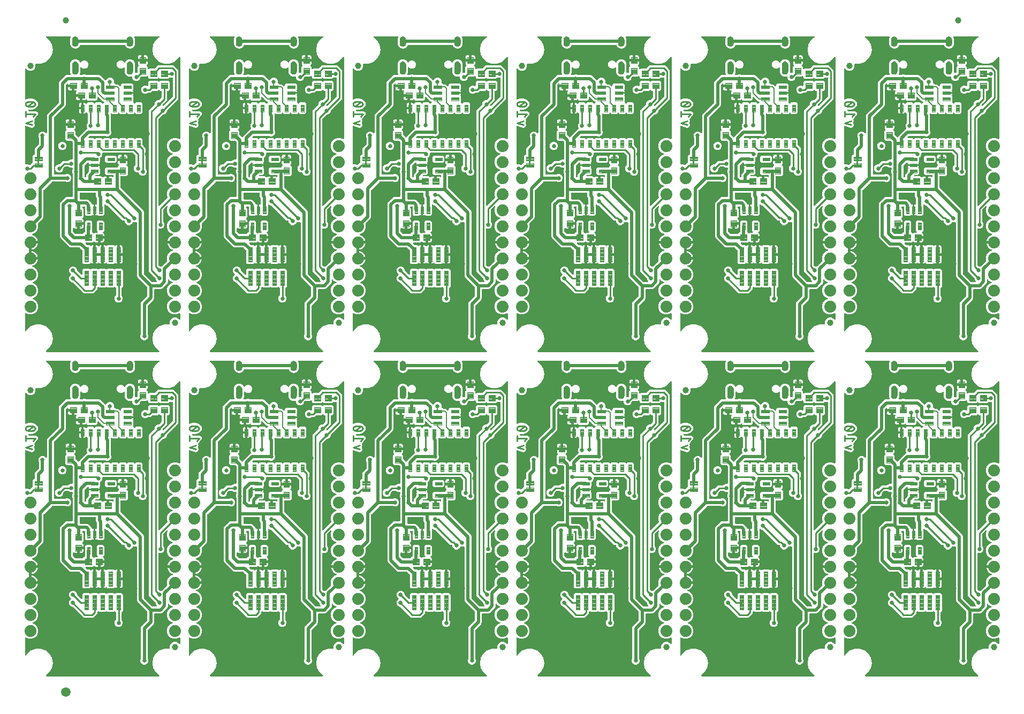
<source format=gbl>
G04 EAGLE Gerber RS-274X export*
G75*
%MOMM*%
%FSLAX34Y34*%
%LPD*%
%INBottom Copper*%
%IPPOS*%
%AMOC8*
5,1,8,0,0,1.08239X$1,22.5*%
G01*
%ADD10C,0.279400*%
%ADD11C,0.755600*%
%ADD12C,0.102000*%
%ADD13C,0.100000*%
%ADD14C,0.099059*%
%ADD15C,0.099000*%
%ADD16C,1.000000*%
%ADD17C,0.103600*%
%ADD18C,1.879600*%
%ADD19C,1.500000*%
%ADD20C,0.508000*%
%ADD21C,0.660400*%
%ADD22C,0.254000*%
%ADD23C,0.177800*%

G36*
X733997Y517409D02*
X733997Y517409D01*
X734071Y517409D01*
X734137Y517429D01*
X734206Y517439D01*
X734273Y517469D01*
X734344Y517489D01*
X734402Y517526D01*
X734465Y517555D01*
X734522Y517602D01*
X734584Y517642D01*
X734630Y517694D01*
X734682Y517738D01*
X734723Y517800D01*
X734772Y517855D01*
X734802Y517917D01*
X734840Y517975D01*
X734862Y518045D01*
X734894Y518112D01*
X734905Y518180D01*
X734926Y518246D01*
X734928Y518320D01*
X734940Y518392D01*
X734931Y518461D01*
X734933Y518530D01*
X734914Y518601D01*
X734906Y518675D01*
X734879Y518738D01*
X734861Y518805D01*
X734824Y518869D01*
X734795Y518936D01*
X734757Y518981D01*
X734716Y519050D01*
X734627Y519134D01*
X734577Y519192D01*
X729175Y523724D01*
X725189Y530629D01*
X723805Y538480D01*
X725189Y546331D01*
X729175Y553235D01*
X735282Y558360D01*
X742774Y561087D01*
X750396Y561087D01*
X750454Y561095D01*
X750512Y561093D01*
X750594Y561115D01*
X750678Y561127D01*
X750731Y561150D01*
X750787Y561165D01*
X750860Y561208D01*
X750937Y561243D01*
X750982Y561281D01*
X751032Y561310D01*
X751090Y561372D01*
X751154Y561426D01*
X751186Y561475D01*
X751226Y561518D01*
X751265Y561593D01*
X751312Y561663D01*
X751329Y561719D01*
X751356Y561771D01*
X751367Y561839D01*
X751397Y561934D01*
X751400Y562034D01*
X751411Y562102D01*
X751411Y565481D01*
X752637Y568439D01*
X754901Y570703D01*
X757859Y571929D01*
X761061Y571929D01*
X764019Y570703D01*
X766108Y568614D01*
X766132Y568597D01*
X766151Y568574D01*
X766245Y568512D01*
X766335Y568444D01*
X766363Y568433D01*
X766387Y568417D01*
X766495Y568383D01*
X766601Y568342D01*
X766630Y568340D01*
X766658Y568331D01*
X766772Y568328D01*
X766884Y568319D01*
X766913Y568325D01*
X766942Y568324D01*
X767052Y568352D01*
X767163Y568375D01*
X767189Y568388D01*
X767217Y568396D01*
X767315Y568453D01*
X767415Y568506D01*
X767437Y568526D01*
X767462Y568541D01*
X767539Y568623D01*
X767621Y568701D01*
X767636Y568727D01*
X767656Y568748D01*
X767708Y568849D01*
X767765Y568947D01*
X767772Y568975D01*
X767786Y569001D01*
X767799Y569079D01*
X767835Y569222D01*
X767833Y569285D01*
X767841Y569332D01*
X767841Y577760D01*
X767825Y577874D01*
X767815Y577988D01*
X767805Y578014D01*
X767801Y578041D01*
X767755Y578146D01*
X767713Y578253D01*
X767697Y578276D01*
X767685Y578301D01*
X767611Y578388D01*
X767542Y578480D01*
X767519Y578497D01*
X767502Y578518D01*
X767406Y578582D01*
X767314Y578650D01*
X767288Y578660D01*
X767265Y578675D01*
X767155Y578710D01*
X767048Y578751D01*
X767020Y578753D01*
X766994Y578761D01*
X766879Y578764D01*
X766765Y578773D01*
X766740Y578768D01*
X766710Y578769D01*
X766453Y578701D01*
X766437Y578698D01*
X761936Y576833D01*
X756984Y576833D01*
X752409Y578728D01*
X748908Y582229D01*
X747013Y586804D01*
X747013Y591756D01*
X748908Y596331D01*
X752409Y599832D01*
X755331Y601042D01*
X755356Y601057D01*
X755384Y601066D01*
X755479Y601129D01*
X755576Y601187D01*
X755596Y601208D01*
X755621Y601224D01*
X755693Y601311D01*
X755771Y601393D01*
X755785Y601419D01*
X755803Y601442D01*
X755849Y601545D01*
X755901Y601646D01*
X755907Y601675D01*
X755919Y601702D01*
X755935Y601814D01*
X755956Y601925D01*
X755954Y601954D01*
X755958Y601983D01*
X755942Y602095D01*
X755932Y602208D01*
X755921Y602235D01*
X755917Y602264D01*
X755871Y602368D01*
X755830Y602473D01*
X755812Y602497D01*
X755800Y602524D01*
X755727Y602610D01*
X755658Y602700D01*
X755635Y602718D01*
X755616Y602740D01*
X755549Y602782D01*
X755431Y602870D01*
X755372Y602892D01*
X755331Y602918D01*
X752409Y604128D01*
X748908Y607629D01*
X747013Y612204D01*
X747013Y617156D01*
X748908Y621731D01*
X752409Y625232D01*
X755331Y626442D01*
X755356Y626457D01*
X755384Y626466D01*
X755479Y626529D01*
X755576Y626587D01*
X755596Y626608D01*
X755621Y626624D01*
X755693Y626711D01*
X755771Y626793D01*
X755785Y626819D01*
X755803Y626842D01*
X755849Y626945D01*
X755901Y627046D01*
X755907Y627075D01*
X755919Y627102D01*
X755935Y627214D01*
X755956Y627325D01*
X755954Y627354D01*
X755958Y627383D01*
X755942Y627495D01*
X755932Y627608D01*
X755921Y627635D01*
X755917Y627664D01*
X755871Y627768D01*
X755830Y627873D01*
X755812Y627897D01*
X755800Y627924D01*
X755727Y628010D01*
X755658Y628100D01*
X755635Y628118D01*
X755616Y628140D01*
X755549Y628182D01*
X755431Y628270D01*
X755372Y628292D01*
X755331Y628318D01*
X752409Y629528D01*
X750272Y631666D01*
X750248Y631683D01*
X750229Y631706D01*
X750135Y631769D01*
X750045Y631837D01*
X750017Y631847D01*
X749993Y631863D01*
X749885Y631898D01*
X749779Y631938D01*
X749750Y631940D01*
X749722Y631949D01*
X749608Y631952D01*
X749496Y631961D01*
X749467Y631956D01*
X749438Y631956D01*
X749328Y631928D01*
X749217Y631906D01*
X749191Y631892D01*
X749163Y631885D01*
X749065Y631827D01*
X748965Y631775D01*
X748943Y631754D01*
X748918Y631739D01*
X748841Y631657D01*
X748759Y631579D01*
X748744Y631553D01*
X748724Y631532D01*
X748672Y631431D01*
X748615Y631334D01*
X748608Y631305D01*
X748594Y631279D01*
X748581Y631202D01*
X748545Y631058D01*
X748547Y630996D01*
X748539Y630948D01*
X748539Y627538D01*
X747688Y625484D01*
X739766Y617562D01*
X737712Y616711D01*
X727964Y616711D01*
X727906Y616703D01*
X727848Y616705D01*
X727766Y616683D01*
X727682Y616671D01*
X727629Y616648D01*
X727573Y616633D01*
X727500Y616590D01*
X727423Y616555D01*
X727378Y616517D01*
X727328Y616488D01*
X727270Y616426D01*
X727206Y616372D01*
X727174Y616323D01*
X727134Y616280D01*
X727095Y616205D01*
X727048Y616135D01*
X727031Y616079D01*
X727004Y616027D01*
X726993Y615959D01*
X726963Y615864D01*
X726960Y615764D01*
X726949Y615696D01*
X726949Y602138D01*
X726098Y600084D01*
X717086Y591072D01*
X717034Y591003D01*
X716974Y590939D01*
X716948Y590889D01*
X716915Y590845D01*
X716884Y590764D01*
X716844Y590686D01*
X716836Y590638D01*
X716814Y590580D01*
X716802Y590432D01*
X716789Y590355D01*
X716789Y545595D01*
X716793Y545564D01*
X716791Y545533D01*
X716808Y545457D01*
X716829Y545313D01*
X716855Y545255D01*
X716866Y545206D01*
X717551Y543553D01*
X717551Y541027D01*
X716584Y538693D01*
X714797Y536906D01*
X712463Y535939D01*
X709937Y535939D01*
X707603Y536906D01*
X705816Y538693D01*
X704849Y541027D01*
X704849Y543553D01*
X705534Y545206D01*
X705542Y545236D01*
X705556Y545264D01*
X705569Y545341D01*
X705605Y545482D01*
X705603Y545546D01*
X705611Y545595D01*
X705611Y594202D01*
X706462Y596256D01*
X715474Y605268D01*
X715526Y605337D01*
X715586Y605401D01*
X715612Y605451D01*
X715645Y605495D01*
X715676Y605576D01*
X715716Y605654D01*
X715724Y605702D01*
X715746Y605760D01*
X715758Y605908D01*
X715771Y605985D01*
X715771Y619565D01*
X715759Y619651D01*
X715756Y619739D01*
X715739Y619791D01*
X715731Y619846D01*
X715696Y619926D01*
X715669Y620009D01*
X715641Y620048D01*
X715615Y620105D01*
X715519Y620219D01*
X715474Y620282D01*
X700112Y635644D01*
X699261Y637698D01*
X699261Y721774D01*
X699245Y721887D01*
X699235Y722002D01*
X699225Y722028D01*
X699221Y722055D01*
X699174Y722160D01*
X699133Y722267D01*
X699117Y722289D01*
X699105Y722314D01*
X699031Y722402D01*
X698962Y722494D01*
X698939Y722510D01*
X698922Y722531D01*
X698826Y722595D01*
X698734Y722664D01*
X698708Y722674D01*
X698685Y722689D01*
X698575Y722724D01*
X698468Y722764D01*
X698440Y722766D01*
X698414Y722775D01*
X698299Y722778D01*
X698185Y722787D01*
X698160Y722781D01*
X698130Y722782D01*
X697873Y722715D01*
X697857Y722711D01*
X696915Y722321D01*
X694389Y722321D01*
X694001Y722482D01*
X693944Y722496D01*
X693891Y722520D01*
X693807Y722532D01*
X693726Y722553D01*
X693667Y722551D01*
X693609Y722559D01*
X693526Y722547D01*
X693442Y722544D01*
X693386Y722527D01*
X693328Y722518D01*
X693251Y722484D01*
X693171Y722458D01*
X693122Y722425D01*
X693069Y722401D01*
X693005Y722347D01*
X692935Y722300D01*
X692897Y722255D01*
X692852Y722217D01*
X692816Y722158D01*
X692752Y722082D01*
X692711Y721991D01*
X692675Y721932D01*
X692200Y720786D01*
X690413Y719000D01*
X688079Y718033D01*
X685553Y718033D01*
X683219Y719000D01*
X681432Y720786D01*
X680465Y723121D01*
X680465Y724130D01*
X680457Y724188D01*
X680459Y724246D01*
X680437Y724328D01*
X680425Y724411D01*
X680402Y724465D01*
X680387Y724521D01*
X680344Y724594D01*
X680309Y724671D01*
X680271Y724715D01*
X680242Y724766D01*
X680180Y724823D01*
X680126Y724888D01*
X680077Y724920D01*
X680034Y724960D01*
X679959Y724999D01*
X679889Y725045D01*
X679833Y725063D01*
X679781Y725090D01*
X679713Y725101D01*
X679618Y725131D01*
X679518Y725134D01*
X679450Y725145D01*
X677177Y725145D01*
X653320Y749002D01*
X653251Y749054D01*
X653187Y749114D01*
X653137Y749140D01*
X653093Y749173D01*
X653012Y749204D01*
X652934Y749244D01*
X652886Y749252D01*
X652828Y749274D01*
X652680Y749286D01*
X652603Y749299D01*
X651517Y749299D01*
X649163Y750274D01*
X649051Y750303D01*
X648942Y750338D01*
X648914Y750338D01*
X648887Y750345D01*
X648773Y750342D01*
X648658Y750345D01*
X648631Y750338D01*
X648603Y750337D01*
X648494Y750302D01*
X648383Y750273D01*
X648359Y750259D01*
X648332Y750251D01*
X648237Y750187D01*
X648138Y750128D01*
X648119Y750108D01*
X648096Y750092D01*
X648022Y750004D01*
X647944Y749921D01*
X647931Y749896D01*
X647913Y749875D01*
X647866Y749770D01*
X647814Y749668D01*
X647810Y749643D01*
X647798Y749615D01*
X647761Y749351D01*
X647759Y749336D01*
X647759Y735008D01*
X645683Y732932D01*
X638237Y732932D01*
X637475Y733695D01*
X637420Y733736D01*
X637372Y733784D01*
X637307Y733821D01*
X637247Y733866D01*
X637184Y733890D01*
X637124Y733923D01*
X637052Y733940D01*
X636982Y733967D01*
X636914Y733973D01*
X636847Y733988D01*
X636773Y733984D01*
X636698Y733991D01*
X636632Y733977D01*
X636563Y733974D01*
X636505Y733952D01*
X636420Y733935D01*
X636318Y733882D01*
X636249Y733856D01*
X635887Y733647D01*
X635115Y733440D01*
X633834Y733440D01*
X633834Y741622D01*
X633826Y741680D01*
X633828Y741738D01*
X633806Y741820D01*
X633794Y741903D01*
X633771Y741957D01*
X633764Y741981D01*
X633779Y742009D01*
X633790Y742077D01*
X633820Y742172D01*
X633823Y742272D01*
X633834Y742340D01*
X633834Y750522D01*
X635140Y750522D01*
X635142Y750522D01*
X635188Y750507D01*
X635282Y750504D01*
X635375Y750493D01*
X635423Y750501D01*
X635472Y750500D01*
X635563Y750523D01*
X635656Y750538D01*
X635700Y750559D01*
X635747Y750571D01*
X635828Y750619D01*
X635913Y750659D01*
X635950Y750692D01*
X635992Y750717D01*
X636056Y750785D01*
X636127Y750847D01*
X636153Y750888D01*
X636186Y750924D01*
X636229Y751008D01*
X636280Y751087D01*
X636294Y751134D01*
X636316Y751177D01*
X636328Y751250D01*
X636360Y751359D01*
X636361Y751446D01*
X636371Y751508D01*
X636371Y759925D01*
X636359Y760011D01*
X636356Y760099D01*
X636339Y760151D01*
X636331Y760206D01*
X636296Y760286D01*
X636269Y760369D01*
X636241Y760408D01*
X636215Y760465D01*
X636119Y760579D01*
X636074Y760642D01*
X635342Y761374D01*
X634491Y763428D01*
X634491Y768096D01*
X634483Y768154D01*
X634485Y768212D01*
X634463Y768294D01*
X634451Y768378D01*
X634428Y768431D01*
X634413Y768487D01*
X634370Y768560D01*
X634335Y768637D01*
X634297Y768682D01*
X634268Y768732D01*
X634206Y768790D01*
X634152Y768854D01*
X634103Y768886D01*
X634060Y768926D01*
X633985Y768965D01*
X633915Y769012D01*
X633859Y769029D01*
X633807Y769056D01*
X633739Y769067D01*
X633644Y769097D01*
X633544Y769100D01*
X633476Y769111D01*
X609854Y769111D01*
X609796Y769103D01*
X609738Y769105D01*
X609656Y769083D01*
X609572Y769071D01*
X609519Y769048D01*
X609463Y769033D01*
X609390Y768990D01*
X609313Y768955D01*
X609268Y768917D01*
X609218Y768888D01*
X609160Y768826D01*
X609096Y768772D01*
X609064Y768723D01*
X609024Y768680D01*
X608985Y768605D01*
X608938Y768535D01*
X608921Y768479D01*
X608894Y768427D01*
X608883Y768359D01*
X608853Y768264D01*
X608850Y768164D01*
X608839Y768096D01*
X608839Y759714D01*
X608847Y759656D01*
X608845Y759598D01*
X608867Y759516D01*
X608879Y759432D01*
X608902Y759379D01*
X608917Y759323D01*
X608960Y759250D01*
X608995Y759173D01*
X609033Y759128D01*
X609062Y759078D01*
X609124Y759020D01*
X609178Y758956D01*
X609227Y758924D01*
X609270Y758884D01*
X609345Y758845D01*
X609415Y758798D01*
X609471Y758781D01*
X609523Y758754D01*
X609591Y758743D01*
X609686Y758713D01*
X609786Y758710D01*
X609854Y758699D01*
X620872Y758699D01*
X622926Y757848D01*
X627698Y753076D01*
X628520Y751091D01*
X628588Y750976D01*
X628654Y750859D01*
X628660Y750853D01*
X628664Y750846D01*
X628761Y750755D01*
X628858Y750661D01*
X628865Y750657D01*
X628871Y750651D01*
X628989Y750590D01*
X629108Y750526D01*
X629117Y750525D01*
X629124Y750521D01*
X629254Y750495D01*
X629386Y750467D01*
X629394Y750468D01*
X629403Y750466D01*
X629686Y750490D01*
X629704Y750497D01*
X629721Y750499D01*
X629805Y750522D01*
X631086Y750522D01*
X631086Y742340D01*
X631094Y742282D01*
X631092Y742224D01*
X631114Y742142D01*
X631126Y742059D01*
X631149Y742005D01*
X631156Y741981D01*
X631141Y741953D01*
X631130Y741885D01*
X631100Y741790D01*
X631097Y741690D01*
X631086Y741622D01*
X631086Y733440D01*
X629805Y733440D01*
X629033Y733647D01*
X628671Y733856D01*
X628608Y733882D01*
X628549Y733916D01*
X628477Y733935D01*
X628407Y733963D01*
X628340Y733970D01*
X628273Y733986D01*
X628199Y733984D01*
X628125Y733992D01*
X628057Y733979D01*
X627989Y733977D01*
X627918Y733954D01*
X627845Y733941D01*
X627784Y733911D01*
X627719Y733890D01*
X627668Y733853D01*
X627590Y733815D01*
X627506Y733738D01*
X627445Y733695D01*
X626683Y732932D01*
X619237Y732932D01*
X617161Y735008D01*
X617161Y746506D01*
X617153Y746564D01*
X617155Y746622D01*
X617133Y746704D01*
X617121Y746788D01*
X617098Y746841D01*
X617083Y746897D01*
X617040Y746970D01*
X617005Y747047D01*
X616967Y747092D01*
X616938Y747142D01*
X616876Y747200D01*
X616822Y747264D01*
X616773Y747296D01*
X616730Y747336D01*
X616655Y747375D01*
X616585Y747422D01*
X616529Y747439D01*
X616477Y747466D01*
X616409Y747477D01*
X616314Y747507D01*
X616214Y747510D01*
X616146Y747521D01*
X613988Y747521D01*
X613959Y747517D01*
X613930Y747520D01*
X613819Y747497D01*
X613707Y747481D01*
X613680Y747469D01*
X613651Y747464D01*
X613551Y747411D01*
X613448Y747365D01*
X613425Y747346D01*
X613399Y747333D01*
X613317Y747255D01*
X613231Y747182D01*
X613214Y747157D01*
X613193Y747137D01*
X613136Y747039D01*
X613073Y746945D01*
X613064Y746917D01*
X613049Y746892D01*
X613021Y746782D01*
X612987Y746674D01*
X612986Y746644D01*
X612979Y746616D01*
X612983Y746503D01*
X612980Y746390D01*
X612987Y746361D01*
X612988Y746332D01*
X613023Y746224D01*
X613052Y746115D01*
X613067Y746089D01*
X613076Y746061D01*
X613121Y745998D01*
X613197Y745870D01*
X613243Y745827D01*
X613271Y745788D01*
X615109Y743950D01*
X615109Y731010D01*
X613437Y729339D01*
X613402Y729292D01*
X613360Y729252D01*
X613317Y729179D01*
X613266Y729112D01*
X613246Y729057D01*
X613216Y729006D01*
X613195Y728925D01*
X613165Y728846D01*
X613160Y728788D01*
X613146Y728731D01*
X613149Y728647D01*
X613142Y728563D01*
X613153Y728505D01*
X613155Y728447D01*
X613181Y728366D01*
X613198Y728284D01*
X613224Y728232D01*
X613242Y728176D01*
X613283Y728120D01*
X613329Y728031D01*
X613397Y727959D01*
X613410Y727941D01*
X613414Y727935D01*
X613416Y727933D01*
X613437Y727903D01*
X613993Y727347D01*
X614394Y726654D01*
X614601Y725880D01*
X614601Y722511D01*
X608076Y722511D01*
X608018Y722503D01*
X607960Y722504D01*
X607878Y722483D01*
X607795Y722471D01*
X607741Y722447D01*
X607685Y722433D01*
X607612Y722390D01*
X607535Y722355D01*
X607491Y722317D01*
X607440Y722287D01*
X607383Y722226D01*
X607318Y722171D01*
X607286Y722123D01*
X607246Y722080D01*
X607207Y722005D01*
X607161Y721935D01*
X607143Y721879D01*
X607116Y721827D01*
X607105Y721759D01*
X607075Y721664D01*
X607072Y721564D01*
X607061Y721496D01*
X607061Y720479D01*
X606044Y720479D01*
X605986Y720471D01*
X605928Y720472D01*
X605846Y720451D01*
X605763Y720439D01*
X605709Y720415D01*
X605653Y720401D01*
X605580Y720358D01*
X605503Y720323D01*
X605458Y720285D01*
X605408Y720255D01*
X605350Y720194D01*
X605286Y720139D01*
X605254Y720091D01*
X605214Y720048D01*
X605175Y719973D01*
X605129Y719903D01*
X605111Y719847D01*
X605084Y719795D01*
X605073Y719727D01*
X605043Y719632D01*
X605040Y719532D01*
X605029Y719464D01*
X605029Y712439D01*
X602160Y712439D01*
X601386Y712646D01*
X600693Y713047D01*
X600158Y713582D01*
X600134Y713600D01*
X600115Y713622D01*
X600021Y713685D01*
X599931Y713753D01*
X599903Y713763D01*
X599879Y713779D01*
X599771Y713814D01*
X599665Y713854D01*
X599636Y713856D01*
X599608Y713865D01*
X599494Y713868D01*
X599382Y713878D01*
X599353Y713872D01*
X599324Y713873D01*
X599214Y713844D01*
X599103Y713822D01*
X599077Y713808D01*
X599049Y713801D01*
X598951Y713743D01*
X598851Y713691D01*
X598829Y713670D01*
X598804Y713655D01*
X598727Y713573D01*
X598645Y713495D01*
X598630Y713470D01*
X598610Y713448D01*
X598558Y713347D01*
X598501Y713250D01*
X598494Y713221D01*
X598480Y713195D01*
X598467Y713118D01*
X598431Y712974D01*
X598433Y712912D01*
X598425Y712864D01*
X598425Y707839D01*
X598437Y707753D01*
X598440Y707665D01*
X598457Y707613D01*
X598465Y707558D01*
X598500Y707478D01*
X598527Y707395D01*
X598555Y707356D01*
X598581Y707299D01*
X598677Y707185D01*
X598722Y707122D01*
X601458Y704386D01*
X601527Y704334D01*
X601591Y704274D01*
X601641Y704248D01*
X601685Y704215D01*
X601766Y704184D01*
X601844Y704144D01*
X601892Y704136D01*
X601950Y704114D01*
X602098Y704102D01*
X602175Y704089D01*
X613340Y704089D01*
X613426Y704101D01*
X613514Y704104D01*
X613566Y704121D01*
X613621Y704129D01*
X613701Y704164D01*
X613784Y704191D01*
X613823Y704219D01*
X613880Y704245D01*
X613994Y704341D01*
X614057Y704386D01*
X616220Y706549D01*
X616356Y706549D01*
X616414Y706557D01*
X616472Y706555D01*
X616554Y706577D01*
X616638Y706589D01*
X616691Y706612D01*
X616747Y706627D01*
X616820Y706670D01*
X616897Y706705D01*
X616942Y706743D01*
X616992Y706772D01*
X617050Y706834D01*
X617114Y706888D01*
X617146Y706937D01*
X617186Y706980D01*
X617225Y707055D01*
X617272Y707125D01*
X617289Y707181D01*
X617316Y707233D01*
X617327Y707301D01*
X617357Y707396D01*
X617360Y707496D01*
X617371Y707564D01*
X617371Y708376D01*
X617359Y708462D01*
X617356Y708550D01*
X617339Y708602D01*
X617331Y708657D01*
X617296Y708737D01*
X617269Y708820D01*
X617241Y708859D01*
X617215Y708917D01*
X617161Y708980D01*
X617161Y722952D01*
X619237Y725028D01*
X626683Y725028D01*
X628759Y722952D01*
X628759Y708987D01*
X628734Y708960D01*
X628708Y708910D01*
X628675Y708866D01*
X628644Y708785D01*
X628604Y708707D01*
X628596Y708659D01*
X628574Y708601D01*
X628562Y708453D01*
X628549Y708376D01*
X628549Y707564D01*
X628557Y707506D01*
X628555Y707448D01*
X628577Y707366D01*
X628589Y707282D01*
X628612Y707229D01*
X628627Y707173D01*
X628670Y707100D01*
X628705Y707023D01*
X628743Y706978D01*
X628772Y706928D01*
X628834Y706870D01*
X628888Y706806D01*
X628931Y706778D01*
X630831Y704877D01*
X630878Y704842D01*
X630918Y704800D01*
X630991Y704757D01*
X631058Y704706D01*
X631113Y704686D01*
X631164Y704656D01*
X631245Y704635D01*
X631324Y704605D01*
X631382Y704600D01*
X631439Y704586D01*
X631523Y704589D01*
X631607Y704582D01*
X631665Y704593D01*
X631723Y704595D01*
X631804Y704621D01*
X631886Y704638D01*
X631938Y704664D01*
X631994Y704682D01*
X632050Y704723D01*
X632139Y704769D01*
X632211Y704837D01*
X632267Y704877D01*
X632823Y705433D01*
X633516Y705834D01*
X634290Y706041D01*
X636676Y706041D01*
X636705Y706045D01*
X636734Y706042D01*
X636845Y706065D01*
X636957Y706081D01*
X636984Y706093D01*
X637013Y706098D01*
X637113Y706151D01*
X637217Y706197D01*
X637239Y706216D01*
X637265Y706229D01*
X637347Y706307D01*
X637434Y706380D01*
X637450Y706405D01*
X637471Y706425D01*
X637528Y706523D01*
X637591Y706617D01*
X637600Y706645D01*
X637615Y706670D01*
X637643Y706780D01*
X637677Y706888D01*
X637678Y706918D01*
X637685Y706946D01*
X637681Y707059D01*
X637684Y707172D01*
X637677Y707201D01*
X637676Y707230D01*
X637641Y707338D01*
X637612Y707447D01*
X637597Y707473D01*
X637588Y707501D01*
X637543Y707565D01*
X637467Y707692D01*
X637422Y707735D01*
X637394Y707774D01*
X636161Y709006D01*
X636161Y722952D01*
X638237Y725028D01*
X645683Y725028D01*
X647759Y722952D01*
X647759Y709006D01*
X645989Y707237D01*
X645960Y707198D01*
X645924Y707165D01*
X645875Y707085D01*
X645818Y707010D01*
X645801Y706964D01*
X645776Y706922D01*
X645751Y706832D01*
X645717Y706744D01*
X645713Y706695D01*
X645700Y706648D01*
X645701Y706554D01*
X645694Y706461D01*
X645703Y706413D01*
X645704Y706364D01*
X645731Y706274D01*
X645749Y706182D01*
X645772Y706138D01*
X645786Y706092D01*
X645837Y706013D01*
X645880Y705930D01*
X645914Y705894D01*
X645941Y705853D01*
X645998Y705806D01*
X646076Y705723D01*
X646151Y705679D01*
X646200Y705640D01*
X646557Y705433D01*
X647123Y704867D01*
X647524Y704174D01*
X647731Y703400D01*
X647731Y700531D01*
X640706Y700531D01*
X640648Y700523D01*
X640590Y700524D01*
X640508Y700503D01*
X640425Y700491D01*
X640371Y700467D01*
X640315Y700453D01*
X640242Y700410D01*
X640165Y700375D01*
X640121Y700337D01*
X640070Y700307D01*
X640013Y700246D01*
X639948Y700191D01*
X639916Y700143D01*
X639876Y700100D01*
X639837Y700025D01*
X639791Y699955D01*
X639773Y699899D01*
X639746Y699847D01*
X639735Y699779D01*
X639705Y699684D01*
X639702Y699584D01*
X639691Y699516D01*
X639691Y698499D01*
X638674Y698499D01*
X638616Y698491D01*
X638558Y698492D01*
X638476Y698471D01*
X638393Y698459D01*
X638339Y698435D01*
X638283Y698421D01*
X638210Y698378D01*
X638133Y698343D01*
X638088Y698305D01*
X638038Y698275D01*
X637980Y698214D01*
X637916Y698159D01*
X637884Y698111D01*
X637844Y698068D01*
X637805Y697993D01*
X637759Y697923D01*
X637741Y697867D01*
X637714Y697815D01*
X637703Y697747D01*
X637673Y697652D01*
X637670Y697552D01*
X637659Y697484D01*
X637659Y690959D01*
X634290Y690959D01*
X633516Y691166D01*
X632823Y691567D01*
X632267Y692123D01*
X632220Y692158D01*
X632180Y692200D01*
X632107Y692243D01*
X632040Y692294D01*
X631985Y692314D01*
X631935Y692344D01*
X631853Y692365D01*
X631774Y692395D01*
X631716Y692400D01*
X631659Y692414D01*
X631575Y692411D01*
X631491Y692418D01*
X631434Y692407D01*
X631375Y692405D01*
X631295Y692379D01*
X631212Y692362D01*
X631160Y692335D01*
X631105Y692318D01*
X631049Y692277D01*
X630960Y692231D01*
X630887Y692163D01*
X630831Y692123D01*
X629160Y690451D01*
X619113Y690451D01*
X619084Y690447D01*
X619055Y690450D01*
X618944Y690427D01*
X618832Y690411D01*
X618805Y690399D01*
X618776Y690394D01*
X618676Y690342D01*
X618572Y690295D01*
X618550Y690276D01*
X618524Y690263D01*
X618442Y690185D01*
X618355Y690112D01*
X618339Y690087D01*
X618318Y690067D01*
X618261Y689969D01*
X618198Y689875D01*
X618189Y689847D01*
X618174Y689822D01*
X618146Y689712D01*
X618112Y689604D01*
X618111Y689574D01*
X618104Y689546D01*
X618108Y689433D01*
X618105Y689320D01*
X618112Y689291D01*
X618113Y689262D01*
X618148Y689154D01*
X618177Y689045D01*
X618192Y689019D01*
X618201Y688991D01*
X618246Y688928D01*
X618322Y688800D01*
X618368Y688757D01*
X618396Y688718D01*
X620288Y686826D01*
X620357Y686774D01*
X620421Y686714D01*
X620471Y686688D01*
X620515Y686655D01*
X620596Y686624D01*
X620674Y686584D01*
X620722Y686576D01*
X620780Y686554D01*
X620928Y686542D01*
X621005Y686529D01*
X624419Y686529D01*
X625751Y685197D01*
X625798Y685162D01*
X625838Y685119D01*
X625866Y685103D01*
X625869Y685100D01*
X625884Y685093D01*
X625911Y685077D01*
X625978Y685026D01*
X626033Y685005D01*
X626084Y684975D01*
X626165Y684955D01*
X626244Y684925D01*
X626302Y684920D01*
X626359Y684905D01*
X626444Y684908D01*
X626527Y684901D01*
X626585Y684913D01*
X626643Y684914D01*
X626724Y684940D01*
X626806Y684957D01*
X626858Y684984D01*
X626914Y685002D01*
X626970Y685042D01*
X627059Y685088D01*
X627131Y685157D01*
X627187Y685197D01*
X627400Y685410D01*
X628097Y685812D01*
X628875Y686021D01*
X630611Y686021D01*
X630611Y672414D01*
X630619Y672356D01*
X630617Y672298D01*
X630639Y672216D01*
X630651Y672133D01*
X630674Y672079D01*
X630689Y672023D01*
X630732Y671950D01*
X630767Y671873D01*
X630805Y671829D01*
X630834Y671778D01*
X630896Y671721D01*
X630950Y671656D01*
X630999Y671624D01*
X631042Y671584D01*
X631053Y671578D01*
X631040Y671567D01*
X630990Y671537D01*
X630932Y671476D01*
X630868Y671421D01*
X630836Y671373D01*
X630796Y671330D01*
X630757Y671255D01*
X630710Y671185D01*
X630693Y671129D01*
X630666Y671077D01*
X630655Y671009D01*
X630625Y670914D01*
X630622Y670814D01*
X630611Y670746D01*
X630611Y657139D01*
X628875Y657139D01*
X628097Y657348D01*
X627400Y657750D01*
X627187Y657963D01*
X627140Y657998D01*
X627100Y658041D01*
X627027Y658083D01*
X626960Y658134D01*
X626905Y658155D01*
X626855Y658184D01*
X626773Y658205D01*
X626694Y658235D01*
X626636Y658240D01*
X626579Y658255D01*
X626495Y658252D01*
X626411Y658259D01*
X626354Y658247D01*
X626295Y658246D01*
X626215Y658220D01*
X626132Y658203D01*
X626080Y658176D01*
X626025Y658158D01*
X625968Y658118D01*
X625880Y658072D01*
X625808Y658003D01*
X625751Y657963D01*
X624419Y656631D01*
X615101Y656631D01*
X613011Y658721D01*
X613011Y677875D01*
X613005Y677922D01*
X613005Y677925D01*
X613004Y677928D01*
X612999Y677961D01*
X612996Y678049D01*
X612979Y678101D01*
X612971Y678156D01*
X612936Y678236D01*
X612909Y678319D01*
X612881Y678358D01*
X612855Y678415D01*
X612759Y678529D01*
X612714Y678592D01*
X608852Y682454D01*
X608783Y682506D01*
X608719Y682566D01*
X608669Y682592D01*
X608625Y682625D01*
X608544Y682656D01*
X608466Y682696D01*
X608418Y682704D01*
X608360Y682726D01*
X608212Y682738D01*
X608135Y682751D01*
X594518Y682751D01*
X592464Y683602D01*
X578192Y697874D01*
X577341Y699928D01*
X577341Y751682D01*
X578192Y753736D01*
X579907Y755451D01*
X584399Y759943D01*
X586114Y761658D01*
X588168Y762509D01*
X596646Y762509D01*
X596704Y762517D01*
X596762Y762515D01*
X596844Y762537D01*
X596928Y762549D01*
X596981Y762572D01*
X597037Y762587D01*
X597110Y762630D01*
X597187Y762665D01*
X597232Y762703D01*
X597282Y762732D01*
X597340Y762794D01*
X597404Y762848D01*
X597436Y762897D01*
X597476Y762940D01*
X597515Y763015D01*
X597562Y763085D01*
X597579Y763141D01*
X597606Y763193D01*
X597617Y763261D01*
X597647Y763356D01*
X597650Y763456D01*
X597661Y763524D01*
X597661Y799335D01*
X597657Y799366D01*
X597659Y799397D01*
X597642Y799473D01*
X597621Y799617D01*
X597595Y799675D01*
X597584Y799724D01*
X596899Y801377D01*
X596899Y803903D01*
X597584Y805556D01*
X597592Y805586D01*
X597606Y805614D01*
X597619Y805691D01*
X597655Y805832D01*
X597653Y805896D01*
X597661Y805945D01*
X597661Y807974D01*
X597653Y808032D01*
X597655Y808090D01*
X597633Y808172D01*
X597621Y808256D01*
X597598Y808309D01*
X597583Y808365D01*
X597540Y808438D01*
X597505Y808515D01*
X597467Y808560D01*
X597438Y808610D01*
X597376Y808668D01*
X597322Y808732D01*
X597273Y808764D01*
X597230Y808804D01*
X597155Y808843D01*
X597085Y808890D01*
X597029Y808907D01*
X596977Y808934D01*
X596909Y808945D01*
X596814Y808975D01*
X596714Y808978D01*
X596646Y808989D01*
X594367Y808989D01*
X592033Y809956D01*
X591265Y810724D01*
X591195Y810776D01*
X591131Y810836D01*
X591082Y810862D01*
X591038Y810895D01*
X590956Y810926D01*
X590878Y810966D01*
X590830Y810974D01*
X590772Y810996D01*
X590624Y811008D01*
X590547Y811021D01*
X586409Y811021D01*
X586323Y811009D01*
X586235Y811006D01*
X586183Y810989D01*
X586128Y810981D01*
X586048Y810946D01*
X585965Y810919D01*
X585926Y810891D01*
X585869Y810865D01*
X585755Y810769D01*
X585692Y810724D01*
X583228Y808261D01*
X583176Y808191D01*
X583116Y808127D01*
X583090Y808078D01*
X583057Y808033D01*
X583026Y807952D01*
X582986Y807874D01*
X582978Y807826D01*
X582956Y807768D01*
X582944Y807620D01*
X582931Y807543D01*
X582931Y806457D01*
X581964Y804123D01*
X580177Y802336D01*
X577843Y801369D01*
X575317Y801369D01*
X572983Y802336D01*
X571196Y804123D01*
X570229Y806457D01*
X570229Y808983D01*
X571196Y811317D01*
X572983Y813104D01*
X575317Y814071D01*
X576403Y814071D01*
X576489Y814083D01*
X576577Y814086D01*
X576629Y814103D01*
X576684Y814111D01*
X576764Y814146D01*
X576847Y814173D01*
X576886Y814201D01*
X576944Y814227D01*
X577057Y814323D01*
X577121Y814368D01*
X582411Y819659D01*
X590547Y819659D01*
X590634Y819671D01*
X590721Y819674D01*
X590774Y819691D01*
X590828Y819699D01*
X590908Y819734D01*
X590991Y819761D01*
X591031Y819789D01*
X591088Y819815D01*
X591201Y819911D01*
X591265Y819956D01*
X592033Y820724D01*
X594367Y821691D01*
X596646Y821691D01*
X596704Y821699D01*
X596762Y821697D01*
X596844Y821719D01*
X596928Y821731D01*
X596981Y821754D01*
X597037Y821769D01*
X597110Y821812D01*
X597187Y821847D01*
X597232Y821885D01*
X597282Y821914D01*
X597340Y821976D01*
X597404Y822030D01*
X597436Y822079D01*
X597476Y822122D01*
X597515Y822197D01*
X597562Y822267D01*
X597579Y822323D01*
X597606Y822375D01*
X597617Y822443D01*
X597647Y822538D01*
X597650Y822638D01*
X597661Y822706D01*
X597661Y849435D01*
X597654Y849485D01*
X597655Y849502D01*
X597649Y849523D01*
X597646Y849609D01*
X597629Y849661D01*
X597621Y849716D01*
X597586Y849796D01*
X597559Y849879D01*
X597531Y849918D01*
X597505Y849975D01*
X597409Y850089D01*
X597364Y850152D01*
X596182Y851334D01*
X596113Y851386D01*
X596049Y851446D01*
X595999Y851472D01*
X595955Y851505D01*
X595874Y851536D01*
X595796Y851576D01*
X595748Y851584D01*
X595690Y851606D01*
X595542Y851618D01*
X595465Y851631D01*
X588390Y851631D01*
X586311Y853710D01*
X586311Y866650D01*
X587983Y868321D01*
X588018Y868368D01*
X588060Y868408D01*
X588103Y868481D01*
X588154Y868548D01*
X588174Y868603D01*
X588204Y868654D01*
X588225Y868735D01*
X588255Y868814D01*
X588260Y868872D01*
X588274Y868929D01*
X588271Y869013D01*
X588278Y869097D01*
X588267Y869155D01*
X588265Y869213D01*
X588239Y869294D01*
X588222Y869376D01*
X588196Y869428D01*
X588178Y869484D01*
X588137Y869540D01*
X588091Y869629D01*
X588023Y869701D01*
X587983Y869757D01*
X587427Y870313D01*
X587026Y871006D01*
X586819Y871780D01*
X586819Y875149D01*
X593344Y875149D01*
X593402Y875157D01*
X593460Y875155D01*
X593542Y875177D01*
X593625Y875189D01*
X593679Y875213D01*
X593735Y875227D01*
X593808Y875270D01*
X593885Y875305D01*
X593929Y875343D01*
X593980Y875373D01*
X594037Y875434D01*
X594102Y875489D01*
X594134Y875537D01*
X594174Y875580D01*
X594213Y875655D01*
X594259Y875725D01*
X594277Y875781D01*
X594304Y875833D01*
X594315Y875901D01*
X594345Y875996D01*
X594348Y876096D01*
X594359Y876164D01*
X594359Y877181D01*
X594361Y877181D01*
X594361Y876164D01*
X594369Y876106D01*
X594368Y876048D01*
X594389Y875966D01*
X594401Y875883D01*
X594425Y875829D01*
X594439Y875773D01*
X594482Y875700D01*
X594517Y875623D01*
X594555Y875578D01*
X594585Y875528D01*
X594646Y875470D01*
X594701Y875406D01*
X594749Y875374D01*
X594792Y875334D01*
X594867Y875295D01*
X594937Y875249D01*
X594993Y875231D01*
X595045Y875204D01*
X595113Y875193D01*
X595208Y875163D01*
X595308Y875160D01*
X595376Y875149D01*
X601901Y875149D01*
X601901Y871780D01*
X601694Y871006D01*
X601293Y870313D01*
X600737Y869757D01*
X600702Y869710D01*
X600660Y869670D01*
X600617Y869597D01*
X600566Y869530D01*
X600546Y869475D01*
X600516Y869425D01*
X600495Y869343D01*
X600465Y869264D01*
X600460Y869206D01*
X600446Y869149D01*
X600449Y869065D01*
X600442Y868981D01*
X600453Y868924D01*
X600455Y868865D01*
X600481Y868785D01*
X600498Y868702D01*
X600525Y868650D01*
X600542Y868595D01*
X600583Y868539D01*
X600629Y868450D01*
X600697Y868377D01*
X600737Y868321D01*
X602409Y866650D01*
X602409Y861335D01*
X602421Y861249D01*
X602424Y861161D01*
X602441Y861109D01*
X602449Y861054D01*
X602484Y860974D01*
X602511Y860891D01*
X602539Y860852D01*
X602565Y860795D01*
X602661Y860681D01*
X602706Y860618D01*
X606281Y857042D01*
X606373Y856973D01*
X606461Y856899D01*
X606486Y856888D01*
X606509Y856871D01*
X606616Y856831D01*
X606721Y856784D01*
X606748Y856780D01*
X606774Y856770D01*
X606889Y856761D01*
X607002Y856745D01*
X607030Y856749D01*
X607058Y856747D01*
X607170Y856769D01*
X607284Y856786D01*
X607309Y856797D01*
X607336Y856802D01*
X607438Y856855D01*
X607543Y856903D01*
X607564Y856921D01*
X607589Y856933D01*
X607672Y857013D01*
X607759Y857087D01*
X607772Y857108D01*
X607795Y857129D01*
X607929Y857359D01*
X607937Y857372D01*
X608672Y859146D01*
X619134Y869608D01*
X620200Y870049D01*
X620251Y870079D01*
X620305Y870100D01*
X620372Y870151D01*
X620445Y870194D01*
X620485Y870236D01*
X620532Y870272D01*
X620582Y870339D01*
X620640Y870401D01*
X620667Y870453D01*
X620702Y870499D01*
X620732Y870578D01*
X620770Y870653D01*
X620782Y870711D01*
X620802Y870765D01*
X620809Y870850D01*
X620825Y870932D01*
X620820Y870990D01*
X620825Y871049D01*
X620809Y871116D01*
X620801Y871215D01*
X620765Y871309D01*
X620750Y871376D01*
X619759Y873767D01*
X619759Y876293D01*
X620726Y878627D01*
X621494Y879395D01*
X621546Y879465D01*
X621606Y879529D01*
X621632Y879578D01*
X621665Y879622D01*
X621696Y879704D01*
X621736Y879782D01*
X621744Y879830D01*
X621766Y879888D01*
X621778Y880036D01*
X621791Y880113D01*
X621791Y893915D01*
X621779Y894002D01*
X621776Y894089D01*
X621759Y894142D01*
X621751Y894197D01*
X621716Y894277D01*
X621689Y894360D01*
X621661Y894399D01*
X621635Y894456D01*
X621539Y894570D01*
X621494Y894633D01*
X620052Y896075D01*
X620013Y896104D01*
X619980Y896140D01*
X619900Y896189D01*
X619825Y896246D01*
X619780Y896263D01*
X619738Y896288D01*
X619647Y896313D01*
X619560Y896347D01*
X619511Y896351D01*
X619464Y896364D01*
X619370Y896363D01*
X619276Y896370D01*
X619229Y896361D01*
X619180Y896360D01*
X619090Y896333D01*
X618998Y896315D01*
X618954Y896292D01*
X618908Y896278D01*
X618829Y896227D01*
X618745Y896184D01*
X618710Y896150D01*
X618669Y896123D01*
X618622Y896066D01*
X618539Y895988D01*
X618495Y895913D01*
X618455Y895864D01*
X618341Y895667D01*
X617773Y895099D01*
X617078Y894697D01*
X616302Y894489D01*
X614909Y894489D01*
X614909Y902546D01*
X614901Y902604D01*
X614903Y902662D01*
X614881Y902744D01*
X614869Y902827D01*
X614846Y902881D01*
X614831Y902937D01*
X614788Y903010D01*
X614779Y903029D01*
X614810Y903075D01*
X614827Y903131D01*
X614854Y903183D01*
X614865Y903251D01*
X614895Y903346D01*
X614898Y903446D01*
X614909Y903514D01*
X614909Y911571D01*
X616302Y911571D01*
X617078Y911363D01*
X617773Y910961D01*
X618341Y910393D01*
X618455Y910196D01*
X618485Y910157D01*
X618508Y910114D01*
X618573Y910046D01*
X618630Y909972D01*
X618670Y909943D01*
X618704Y909908D01*
X618785Y909860D01*
X618861Y909805D01*
X618907Y909789D01*
X618949Y909764D01*
X619040Y909741D01*
X619128Y909709D01*
X619177Y909706D01*
X619224Y909694D01*
X619318Y909697D01*
X619412Y909691D01*
X619460Y909701D01*
X619509Y909703D01*
X619598Y909732D01*
X619690Y909752D01*
X619733Y909775D01*
X619779Y909790D01*
X619839Y909833D01*
X619940Y909888D01*
X620001Y909949D01*
X620052Y909985D01*
X622146Y912079D01*
X630074Y912079D01*
X631742Y910411D01*
X631789Y910376D01*
X631829Y910333D01*
X631902Y910290D01*
X631969Y910240D01*
X632024Y910219D01*
X632074Y910189D01*
X632156Y910169D01*
X632235Y910139D01*
X632293Y910134D01*
X632350Y910119D01*
X632434Y910122D01*
X632518Y910115D01*
X632576Y910127D01*
X632634Y910128D01*
X632714Y910154D01*
X632797Y910171D01*
X632849Y910198D01*
X632905Y910216D01*
X632961Y910256D01*
X633049Y910302D01*
X633122Y910371D01*
X633178Y910411D01*
X634846Y912079D01*
X642774Y912079D01*
X644442Y910411D01*
X644489Y910376D01*
X644529Y910333D01*
X644602Y910290D01*
X644669Y910240D01*
X644724Y910219D01*
X644774Y910189D01*
X644856Y910169D01*
X644935Y910139D01*
X644993Y910134D01*
X645050Y910119D01*
X645134Y910122D01*
X645218Y910115D01*
X645276Y910127D01*
X645334Y910128D01*
X645414Y910154D01*
X645497Y910171D01*
X645549Y910198D01*
X645605Y910216D01*
X645661Y910256D01*
X645749Y910302D01*
X645822Y910371D01*
X645878Y910411D01*
X647396Y911929D01*
X647414Y911953D01*
X647436Y911972D01*
X647499Y912066D01*
X647567Y912156D01*
X647578Y912184D01*
X647594Y912208D01*
X647628Y912316D01*
X647668Y912422D01*
X647671Y912451D01*
X647680Y912479D01*
X647683Y912593D01*
X647692Y912705D01*
X647686Y912734D01*
X647687Y912763D01*
X647658Y912873D01*
X647636Y912984D01*
X647623Y913010D01*
X647615Y913038D01*
X647558Y913136D01*
X647505Y913236D01*
X647485Y913258D01*
X647470Y913283D01*
X647387Y913360D01*
X647309Y913442D01*
X647284Y913457D01*
X647263Y913477D01*
X647162Y913529D01*
X647064Y913586D01*
X647036Y913593D01*
X647010Y913607D01*
X646932Y913620D01*
X646789Y913656D01*
X646726Y913654D01*
X646678Y913662D01*
X645409Y913662D01*
X642805Y916266D01*
X638542Y920529D01*
X638518Y920547D01*
X638499Y920569D01*
X638405Y920632D01*
X638315Y920700D01*
X638287Y920711D01*
X638263Y920727D01*
X638155Y920761D01*
X638049Y920801D01*
X638020Y920804D01*
X637992Y920813D01*
X637878Y920816D01*
X637766Y920825D01*
X637737Y920819D01*
X637708Y920820D01*
X637598Y920791D01*
X637487Y920769D01*
X637461Y920756D01*
X637433Y920748D01*
X637335Y920690D01*
X637235Y920638D01*
X637213Y920618D01*
X637188Y920603D01*
X637111Y920520D01*
X637029Y920442D01*
X637014Y920417D01*
X636994Y920396D01*
X636942Y920295D01*
X636885Y920197D01*
X636878Y920169D01*
X636864Y920143D01*
X636851Y920065D01*
X636815Y919922D01*
X636817Y919859D01*
X636809Y919811D01*
X636809Y917320D01*
X634730Y915241D01*
X621790Y915241D01*
X620119Y916913D01*
X620072Y916948D01*
X620032Y916990D01*
X619959Y917033D01*
X619892Y917084D01*
X619837Y917104D01*
X619786Y917134D01*
X619705Y917155D01*
X619626Y917185D01*
X619568Y917190D01*
X619511Y917204D01*
X619427Y917201D01*
X619343Y917208D01*
X619285Y917197D01*
X619227Y917195D01*
X619146Y917169D01*
X619064Y917152D01*
X619012Y917126D01*
X618956Y917108D01*
X618900Y917067D01*
X618811Y917021D01*
X618739Y916953D01*
X618683Y916913D01*
X618127Y916357D01*
X617434Y915956D01*
X616660Y915749D01*
X613291Y915749D01*
X613291Y922274D01*
X613283Y922332D01*
X613284Y922390D01*
X613263Y922472D01*
X613251Y922555D01*
X613227Y922609D01*
X613213Y922665D01*
X613170Y922738D01*
X613135Y922815D01*
X613097Y922859D01*
X613067Y922910D01*
X613006Y922967D01*
X612951Y923032D01*
X612903Y923064D01*
X612860Y923104D01*
X612785Y923143D01*
X612715Y923189D01*
X612659Y923207D01*
X612607Y923234D01*
X612539Y923245D01*
X612444Y923275D01*
X612344Y923278D01*
X612276Y923289D01*
X611259Y923289D01*
X611259Y924306D01*
X611251Y924364D01*
X611252Y924422D01*
X611231Y924504D01*
X611219Y924587D01*
X611195Y924641D01*
X611181Y924697D01*
X611138Y924770D01*
X611103Y924847D01*
X611065Y924891D01*
X611035Y924942D01*
X610974Y924999D01*
X610919Y925064D01*
X610871Y925096D01*
X610828Y925136D01*
X610753Y925175D01*
X610683Y925221D01*
X610627Y925239D01*
X610575Y925266D01*
X610507Y925277D01*
X610412Y925307D01*
X610312Y925310D01*
X610244Y925321D01*
X603219Y925321D01*
X603219Y928190D01*
X603426Y928964D01*
X603717Y929466D01*
X603731Y929503D01*
X603753Y929535D01*
X603784Y929634D01*
X603823Y929730D01*
X603827Y929769D01*
X603839Y929806D01*
X603841Y929910D01*
X603852Y930013D01*
X603845Y930051D01*
X603846Y930090D01*
X603820Y930191D01*
X603801Y930293D01*
X603784Y930328D01*
X603774Y930365D01*
X603721Y930454D01*
X603675Y930547D01*
X603649Y930576D01*
X603629Y930610D01*
X603553Y930681D01*
X603484Y930757D01*
X603450Y930778D01*
X603422Y930804D01*
X603329Y930852D01*
X603241Y930906D01*
X603203Y930916D01*
X603169Y930934D01*
X603092Y930947D01*
X602967Y930981D01*
X602893Y930980D01*
X602838Y930989D01*
X600591Y930989D01*
X600591Y937514D01*
X600583Y937572D01*
X600584Y937630D01*
X600563Y937712D01*
X600551Y937795D01*
X600527Y937849D01*
X600513Y937905D01*
X600470Y937978D01*
X600435Y938055D01*
X600397Y938099D01*
X600367Y938150D01*
X600306Y938207D01*
X600251Y938272D01*
X600203Y938304D01*
X600160Y938344D01*
X600085Y938383D01*
X600015Y938429D01*
X599959Y938447D01*
X599907Y938474D01*
X599839Y938485D01*
X599744Y938515D01*
X599644Y938518D01*
X599576Y938529D01*
X598559Y938529D01*
X598559Y939546D01*
X598551Y939604D01*
X598552Y939662D01*
X598531Y939744D01*
X598519Y939827D01*
X598495Y939881D01*
X598481Y939937D01*
X598438Y940010D01*
X598403Y940087D01*
X598365Y940131D01*
X598335Y940182D01*
X598274Y940239D01*
X598219Y940304D01*
X598171Y940336D01*
X598128Y940376D01*
X598053Y940415D01*
X597983Y940461D01*
X597927Y940479D01*
X597875Y940506D01*
X597807Y940517D01*
X597712Y940547D01*
X597612Y940550D01*
X597544Y940561D01*
X590519Y940561D01*
X590519Y940845D01*
X590515Y940874D01*
X590518Y940903D01*
X590495Y941014D01*
X590479Y941126D01*
X590467Y941153D01*
X590462Y941182D01*
X590409Y941282D01*
X590363Y941386D01*
X590344Y941408D01*
X590331Y941434D01*
X590253Y941516D01*
X590180Y941603D01*
X590155Y941619D01*
X590135Y941640D01*
X590037Y941697D01*
X589943Y941760D01*
X589915Y941769D01*
X589890Y941784D01*
X589780Y941812D01*
X589672Y941846D01*
X589642Y941847D01*
X589614Y941854D01*
X589501Y941850D01*
X589388Y941853D01*
X589359Y941846D01*
X589330Y941845D01*
X589222Y941810D01*
X589113Y941781D01*
X589087Y941766D01*
X589059Y941757D01*
X588995Y941712D01*
X588868Y941636D01*
X588825Y941590D01*
X588786Y941562D01*
X587546Y940322D01*
X587494Y940253D01*
X587434Y940189D01*
X587408Y940139D01*
X587375Y940095D01*
X587344Y940014D01*
X587304Y939936D01*
X587296Y939888D01*
X587274Y939830D01*
X587262Y939682D01*
X587249Y939605D01*
X587249Y908208D01*
X586398Y906154D01*
X584683Y904439D01*
X568496Y888252D01*
X568444Y888183D01*
X568384Y888119D01*
X568358Y888069D01*
X568325Y888025D01*
X568294Y887944D01*
X568254Y887866D01*
X568246Y887818D01*
X568224Y887760D01*
X568212Y887612D01*
X568199Y887535D01*
X568199Y799084D01*
X568207Y799026D01*
X568205Y798968D01*
X568227Y798886D01*
X568239Y798802D01*
X568262Y798749D01*
X568277Y798693D01*
X568320Y798620D01*
X568355Y798543D01*
X568393Y798498D01*
X568422Y798448D01*
X568484Y798390D01*
X568538Y798326D01*
X568587Y798294D01*
X568630Y798254D01*
X568705Y798215D01*
X568775Y798168D01*
X568831Y798151D01*
X568883Y798124D01*
X568951Y798113D01*
X569046Y798083D01*
X569146Y798080D01*
X569214Y798069D01*
X585975Y798069D01*
X586006Y798073D01*
X586037Y798071D01*
X586113Y798088D01*
X586257Y798109D01*
X586315Y798135D01*
X586364Y798146D01*
X588017Y798831D01*
X590543Y798831D01*
X592877Y797864D01*
X594664Y796077D01*
X595631Y793743D01*
X595631Y791217D01*
X594664Y788883D01*
X592877Y787096D01*
X590543Y786129D01*
X588017Y786129D01*
X586364Y786814D01*
X586334Y786822D01*
X586306Y786836D01*
X586229Y786849D01*
X586088Y786885D01*
X586024Y786883D01*
X585975Y786891D01*
X565345Y786891D01*
X565259Y786879D01*
X565171Y786876D01*
X565119Y786859D01*
X565064Y786851D01*
X564984Y786816D01*
X564901Y786789D01*
X564862Y786761D01*
X564805Y786735D01*
X564691Y786639D01*
X564628Y786594D01*
X551986Y773952D01*
X551971Y773932D01*
X551953Y773917D01*
X551922Y773870D01*
X551874Y773819D01*
X551848Y773769D01*
X551815Y773725D01*
X551802Y773689D01*
X551796Y773681D01*
X551784Y773643D01*
X551744Y773566D01*
X551736Y773518D01*
X551714Y773460D01*
X551702Y773312D01*
X551689Y773235D01*
X551689Y730408D01*
X550838Y728354D01*
X543181Y720697D01*
X543180Y720696D01*
X543179Y720695D01*
X543093Y720580D01*
X543010Y720470D01*
X543009Y720469D01*
X543008Y720467D01*
X542958Y720332D01*
X542909Y720204D01*
X542909Y720203D01*
X542908Y720201D01*
X542897Y720057D01*
X542885Y719921D01*
X542886Y719920D01*
X542885Y719918D01*
X542889Y719903D01*
X542941Y719642D01*
X542955Y719615D01*
X542961Y719591D01*
X543307Y718756D01*
X543307Y713804D01*
X541412Y709229D01*
X537911Y705728D01*
X534249Y704211D01*
X534189Y704176D01*
X534125Y704150D01*
X534067Y704104D01*
X534004Y704067D01*
X533956Y704017D01*
X533902Y703974D01*
X533859Y703914D01*
X533809Y703860D01*
X533777Y703799D01*
X533737Y703742D01*
X533712Y703673D01*
X533678Y703607D01*
X533665Y703540D01*
X533642Y703474D01*
X533638Y703401D01*
X533623Y703328D01*
X533629Y703260D01*
X533625Y703191D01*
X533641Y703119D01*
X533648Y703045D01*
X533673Y702981D01*
X533688Y702913D01*
X533723Y702849D01*
X533750Y702780D01*
X533791Y702725D01*
X533825Y702664D01*
X533877Y702612D01*
X533921Y702553D01*
X533977Y702512D01*
X534026Y702463D01*
X534081Y702434D01*
X534149Y702383D01*
X534257Y702342D01*
X534323Y702308D01*
X535443Y701944D01*
X537117Y701091D01*
X538638Y699986D01*
X539966Y698658D01*
X541071Y697137D01*
X541924Y695463D01*
X542505Y693676D01*
X542626Y692911D01*
X531876Y692911D01*
X531818Y692903D01*
X531760Y692905D01*
X531678Y692883D01*
X531595Y692871D01*
X531541Y692847D01*
X531485Y692833D01*
X531412Y692790D01*
X531335Y692755D01*
X531291Y692717D01*
X531240Y692687D01*
X531183Y692626D01*
X531118Y692571D01*
X531086Y692523D01*
X531046Y692480D01*
X531007Y692405D01*
X530961Y692335D01*
X530943Y692279D01*
X530916Y692227D01*
X530905Y692159D01*
X530875Y692064D01*
X530872Y691964D01*
X530861Y691896D01*
X530861Y690879D01*
X529844Y690879D01*
X529786Y690871D01*
X529728Y690872D01*
X529646Y690851D01*
X529563Y690839D01*
X529509Y690815D01*
X529453Y690801D01*
X529380Y690758D01*
X529303Y690723D01*
X529258Y690685D01*
X529208Y690655D01*
X529150Y690594D01*
X529086Y690539D01*
X529054Y690491D01*
X529014Y690448D01*
X528975Y690373D01*
X528929Y690303D01*
X528911Y690247D01*
X528884Y690195D01*
X528873Y690127D01*
X528843Y690032D01*
X528840Y689932D01*
X528829Y689864D01*
X528829Y666496D01*
X528837Y666438D01*
X528835Y666380D01*
X528857Y666298D01*
X528869Y666215D01*
X528893Y666161D01*
X528907Y666105D01*
X528950Y666032D01*
X528985Y665955D01*
X529023Y665911D01*
X529053Y665860D01*
X529114Y665803D01*
X529169Y665738D01*
X529217Y665706D01*
X529260Y665666D01*
X529335Y665627D01*
X529405Y665581D01*
X529461Y665563D01*
X529513Y665536D01*
X529581Y665525D01*
X529676Y665495D01*
X529776Y665492D01*
X529844Y665481D01*
X530861Y665481D01*
X530861Y664464D01*
X530869Y664406D01*
X530868Y664348D01*
X530889Y664266D01*
X530901Y664183D01*
X530925Y664129D01*
X530939Y664073D01*
X530982Y664000D01*
X531017Y663923D01*
X531055Y663878D01*
X531085Y663828D01*
X531146Y663770D01*
X531201Y663706D01*
X531249Y663674D01*
X531292Y663634D01*
X531367Y663595D01*
X531437Y663549D01*
X531493Y663531D01*
X531545Y663504D01*
X531613Y663493D01*
X531708Y663463D01*
X531808Y663460D01*
X531876Y663449D01*
X542626Y663449D01*
X542505Y662684D01*
X541924Y660897D01*
X541071Y659223D01*
X539966Y657702D01*
X538638Y656374D01*
X537117Y655269D01*
X535443Y654416D01*
X534323Y654052D01*
X534261Y654022D01*
X534195Y654001D01*
X534134Y653960D01*
X534068Y653927D01*
X534017Y653881D01*
X533959Y653842D01*
X533912Y653786D01*
X533857Y653737D01*
X533821Y653678D01*
X533776Y653625D01*
X533746Y653558D01*
X533707Y653495D01*
X533689Y653428D01*
X533661Y653365D01*
X533651Y653292D01*
X533631Y653221D01*
X533631Y653152D01*
X533622Y653083D01*
X533632Y653011D01*
X533633Y652937D01*
X533653Y652870D01*
X533662Y652802D01*
X533693Y652735D01*
X533714Y652664D01*
X533751Y652606D01*
X533780Y652543D01*
X533827Y652487D01*
X533867Y652425D01*
X533919Y652379D01*
X533964Y652327D01*
X534017Y652294D01*
X534081Y652237D01*
X534185Y652188D01*
X534249Y652149D01*
X537911Y650632D01*
X541412Y647131D01*
X543307Y642556D01*
X543307Y637604D01*
X541412Y633029D01*
X537911Y629528D01*
X534989Y628318D01*
X534964Y628303D01*
X534936Y628294D01*
X534841Y628231D01*
X534744Y628173D01*
X534724Y628152D01*
X534699Y628136D01*
X534626Y628049D01*
X534549Y627967D01*
X534535Y627941D01*
X534516Y627918D01*
X534470Y627815D01*
X534419Y627714D01*
X534413Y627685D01*
X534401Y627658D01*
X534385Y627546D01*
X534364Y627435D01*
X534366Y627406D01*
X534362Y627377D01*
X534378Y627265D01*
X534388Y627152D01*
X534399Y627125D01*
X534403Y627095D01*
X534449Y626992D01*
X534490Y626887D01*
X534508Y626863D01*
X534520Y626836D01*
X534593Y626750D01*
X534662Y626660D01*
X534685Y626642D01*
X534704Y626620D01*
X534771Y626578D01*
X534889Y626490D01*
X534948Y626468D01*
X534989Y626442D01*
X537911Y625232D01*
X541412Y621731D01*
X543307Y617156D01*
X543307Y612204D01*
X541412Y607629D01*
X537911Y604128D01*
X534989Y602918D01*
X534964Y602903D01*
X534936Y602894D01*
X534841Y602831D01*
X534744Y602773D01*
X534724Y602752D01*
X534699Y602736D01*
X534626Y602649D01*
X534549Y602567D01*
X534535Y602541D01*
X534516Y602518D01*
X534470Y602415D01*
X534419Y602314D01*
X534413Y602285D01*
X534401Y602258D01*
X534385Y602146D01*
X534364Y602035D01*
X534366Y602006D01*
X534362Y601977D01*
X534378Y601865D01*
X534388Y601752D01*
X534399Y601725D01*
X534403Y601695D01*
X534449Y601592D01*
X534490Y601487D01*
X534508Y601463D01*
X534520Y601436D01*
X534593Y601350D01*
X534662Y601260D01*
X534685Y601242D01*
X534704Y601220D01*
X534771Y601178D01*
X534889Y601090D01*
X534948Y601068D01*
X534989Y601042D01*
X537911Y599832D01*
X541412Y596331D01*
X543307Y591756D01*
X543307Y586804D01*
X541412Y582229D01*
X537911Y578728D01*
X533336Y576833D01*
X528384Y576833D01*
X523883Y578698D01*
X523771Y578727D01*
X523662Y578761D01*
X523634Y578762D01*
X523607Y578769D01*
X523493Y578766D01*
X523378Y578769D01*
X523351Y578762D01*
X523323Y578761D01*
X523214Y578726D01*
X523103Y578697D01*
X523079Y578683D01*
X523052Y578674D01*
X522957Y578610D01*
X522858Y578551D01*
X522839Y578531D01*
X522816Y578516D01*
X522742Y578428D01*
X522664Y578344D01*
X522651Y578319D01*
X522633Y578298D01*
X522587Y578193D01*
X522534Y578091D01*
X522530Y578066D01*
X522518Y578038D01*
X522481Y577775D01*
X522479Y577760D01*
X522479Y550969D01*
X522481Y550949D01*
X522479Y550930D01*
X522501Y550809D01*
X522519Y550687D01*
X522527Y550669D01*
X522530Y550650D01*
X522585Y550540D01*
X522635Y550428D01*
X522647Y550413D01*
X522656Y550395D01*
X522739Y550304D01*
X522818Y550211D01*
X522835Y550200D01*
X522848Y550185D01*
X522953Y550121D01*
X523055Y550053D01*
X523074Y550047D01*
X523090Y550037D01*
X523209Y550004D01*
X523326Y549967D01*
X523346Y549967D01*
X523365Y549962D01*
X523487Y549963D01*
X523610Y549960D01*
X523629Y549965D01*
X523649Y549965D01*
X523767Y550001D01*
X523885Y550032D01*
X523902Y550042D01*
X523921Y550047D01*
X524024Y550114D01*
X524130Y550177D01*
X524143Y550191D01*
X524160Y550202D01*
X524206Y550259D01*
X524324Y550384D01*
X524348Y550430D01*
X524373Y550461D01*
X525975Y553235D01*
X532082Y558360D01*
X539574Y561087D01*
X547546Y561087D01*
X555038Y558360D01*
X561145Y553236D01*
X565131Y546331D01*
X566515Y538480D01*
X565131Y530629D01*
X561145Y523725D01*
X555743Y519192D01*
X555694Y519137D01*
X555638Y519089D01*
X555599Y519032D01*
X555553Y518980D01*
X555521Y518914D01*
X555480Y518853D01*
X555459Y518787D01*
X555429Y518724D01*
X555416Y518652D01*
X555394Y518582D01*
X555392Y518513D01*
X555381Y518444D01*
X555389Y518371D01*
X555387Y518298D01*
X555404Y518231D01*
X555412Y518162D01*
X555440Y518094D01*
X555459Y518023D01*
X555494Y517963D01*
X555521Y517899D01*
X555566Y517841D01*
X555604Y517778D01*
X555655Y517731D01*
X555698Y517677D01*
X555758Y517634D01*
X555811Y517584D01*
X555873Y517552D01*
X555930Y517512D01*
X555999Y517488D01*
X556064Y517454D01*
X556123Y517444D01*
X556198Y517418D01*
X556320Y517411D01*
X556396Y517399D01*
X733924Y517399D01*
X733997Y517409D01*
G37*
G36*
X733997Y4329D02*
X733997Y4329D01*
X734071Y4329D01*
X734137Y4349D01*
X734206Y4359D01*
X734273Y4389D01*
X734344Y4409D01*
X734402Y4446D01*
X734465Y4475D01*
X734522Y4522D01*
X734584Y4562D01*
X734630Y4614D01*
X734682Y4658D01*
X734723Y4720D01*
X734772Y4775D01*
X734802Y4837D01*
X734840Y4895D01*
X734862Y4965D01*
X734894Y5032D01*
X734905Y5100D01*
X734926Y5166D01*
X734928Y5240D01*
X734940Y5312D01*
X734931Y5381D01*
X734933Y5450D01*
X734914Y5521D01*
X734906Y5595D01*
X734879Y5658D01*
X734861Y5725D01*
X734824Y5789D01*
X734795Y5856D01*
X734757Y5901D01*
X734716Y5970D01*
X734627Y6054D01*
X734577Y6112D01*
X729175Y10644D01*
X725189Y17549D01*
X723805Y25400D01*
X725189Y33251D01*
X729175Y40155D01*
X735282Y45280D01*
X742774Y48007D01*
X750396Y48007D01*
X750454Y48015D01*
X750512Y48013D01*
X750594Y48035D01*
X750678Y48047D01*
X750731Y48070D01*
X750787Y48085D01*
X750860Y48128D01*
X750937Y48163D01*
X750982Y48201D01*
X751032Y48230D01*
X751090Y48292D01*
X751154Y48346D01*
X751186Y48395D01*
X751226Y48438D01*
X751265Y48513D01*
X751312Y48583D01*
X751329Y48639D01*
X751356Y48691D01*
X751367Y48759D01*
X751397Y48854D01*
X751400Y48954D01*
X751411Y49022D01*
X751411Y52401D01*
X752637Y55359D01*
X754901Y57623D01*
X757859Y58849D01*
X761061Y58849D01*
X764019Y57623D01*
X766108Y55534D01*
X766132Y55517D01*
X766151Y55494D01*
X766245Y55432D01*
X766335Y55364D01*
X766363Y55353D01*
X766387Y55337D01*
X766495Y55303D01*
X766601Y55262D01*
X766630Y55260D01*
X766658Y55251D01*
X766772Y55248D01*
X766884Y55239D01*
X766913Y55245D01*
X766942Y55244D01*
X767052Y55272D01*
X767163Y55295D01*
X767189Y55308D01*
X767217Y55316D01*
X767315Y55373D01*
X767415Y55426D01*
X767437Y55446D01*
X767462Y55461D01*
X767539Y55543D01*
X767621Y55621D01*
X767636Y55647D01*
X767656Y55668D01*
X767708Y55769D01*
X767765Y55867D01*
X767772Y55895D01*
X767786Y55921D01*
X767799Y55999D01*
X767835Y56142D01*
X767833Y56205D01*
X767841Y56252D01*
X767841Y64680D01*
X767825Y64794D01*
X767815Y64908D01*
X767805Y64934D01*
X767801Y64961D01*
X767755Y65066D01*
X767713Y65173D01*
X767697Y65196D01*
X767685Y65221D01*
X767611Y65308D01*
X767542Y65400D01*
X767519Y65417D01*
X767502Y65438D01*
X767406Y65502D01*
X767314Y65570D01*
X767288Y65580D01*
X767265Y65595D01*
X767155Y65630D01*
X767048Y65671D01*
X767020Y65673D01*
X766994Y65681D01*
X766879Y65684D01*
X766765Y65693D01*
X766740Y65688D01*
X766710Y65689D01*
X766453Y65621D01*
X766437Y65618D01*
X761936Y63753D01*
X756984Y63753D01*
X752409Y65648D01*
X748908Y69149D01*
X747013Y73724D01*
X747013Y78676D01*
X748908Y83251D01*
X752409Y86752D01*
X755331Y87962D01*
X755356Y87977D01*
X755384Y87986D01*
X755479Y88049D01*
X755576Y88107D01*
X755596Y88128D01*
X755621Y88144D01*
X755693Y88231D01*
X755771Y88313D01*
X755785Y88339D01*
X755803Y88362D01*
X755849Y88465D01*
X755901Y88566D01*
X755907Y88595D01*
X755919Y88622D01*
X755935Y88734D01*
X755956Y88845D01*
X755954Y88874D01*
X755958Y88903D01*
X755942Y89015D01*
X755932Y89128D01*
X755921Y89155D01*
X755917Y89184D01*
X755871Y89288D01*
X755830Y89393D01*
X755812Y89417D01*
X755800Y89444D01*
X755727Y89530D01*
X755658Y89620D01*
X755635Y89638D01*
X755616Y89660D01*
X755549Y89702D01*
X755431Y89790D01*
X755372Y89812D01*
X755331Y89838D01*
X752409Y91048D01*
X748908Y94549D01*
X747013Y99124D01*
X747013Y104076D01*
X748908Y108651D01*
X752409Y112152D01*
X755331Y113362D01*
X755356Y113377D01*
X755384Y113386D01*
X755479Y113449D01*
X755576Y113507D01*
X755596Y113528D01*
X755621Y113544D01*
X755693Y113631D01*
X755771Y113713D01*
X755785Y113739D01*
X755803Y113762D01*
X755849Y113865D01*
X755901Y113966D01*
X755907Y113995D01*
X755919Y114022D01*
X755935Y114134D01*
X755956Y114245D01*
X755954Y114274D01*
X755958Y114303D01*
X755942Y114415D01*
X755932Y114528D01*
X755921Y114555D01*
X755917Y114584D01*
X755871Y114688D01*
X755830Y114793D01*
X755812Y114817D01*
X755800Y114844D01*
X755727Y114930D01*
X755658Y115020D01*
X755635Y115038D01*
X755616Y115060D01*
X755549Y115102D01*
X755431Y115190D01*
X755372Y115212D01*
X755331Y115238D01*
X752409Y116448D01*
X750272Y118586D01*
X750248Y118603D01*
X750229Y118626D01*
X750135Y118689D01*
X750045Y118757D01*
X750017Y118767D01*
X749993Y118783D01*
X749885Y118818D01*
X749779Y118858D01*
X749750Y118860D01*
X749722Y118869D01*
X749608Y118872D01*
X749496Y118881D01*
X749467Y118876D01*
X749438Y118876D01*
X749328Y118848D01*
X749217Y118826D01*
X749191Y118812D01*
X749163Y118805D01*
X749065Y118747D01*
X748965Y118695D01*
X748943Y118674D01*
X748918Y118659D01*
X748841Y118577D01*
X748759Y118499D01*
X748744Y118473D01*
X748724Y118452D01*
X748672Y118351D01*
X748615Y118254D01*
X748608Y118225D01*
X748594Y118199D01*
X748581Y118122D01*
X748545Y117978D01*
X748547Y117916D01*
X748539Y117868D01*
X748539Y114458D01*
X747688Y112404D01*
X739766Y104482D01*
X737712Y103631D01*
X727964Y103631D01*
X727906Y103623D01*
X727848Y103625D01*
X727766Y103603D01*
X727682Y103591D01*
X727629Y103568D01*
X727573Y103553D01*
X727500Y103510D01*
X727423Y103475D01*
X727378Y103437D01*
X727328Y103408D01*
X727270Y103346D01*
X727206Y103292D01*
X727174Y103243D01*
X727134Y103200D01*
X727095Y103125D01*
X727048Y103055D01*
X727031Y102999D01*
X727004Y102947D01*
X726993Y102879D01*
X726963Y102784D01*
X726960Y102684D01*
X726949Y102616D01*
X726949Y89058D01*
X726098Y87004D01*
X717086Y77992D01*
X717034Y77923D01*
X716974Y77859D01*
X716948Y77809D01*
X716915Y77765D01*
X716884Y77684D01*
X716844Y77606D01*
X716836Y77558D01*
X716814Y77500D01*
X716802Y77352D01*
X716789Y77275D01*
X716789Y32515D01*
X716793Y32484D01*
X716791Y32453D01*
X716808Y32377D01*
X716829Y32233D01*
X716855Y32175D01*
X716866Y32126D01*
X717551Y30473D01*
X717551Y27947D01*
X716584Y25613D01*
X714797Y23826D01*
X712463Y22859D01*
X709937Y22859D01*
X707603Y23826D01*
X705816Y25613D01*
X704849Y27947D01*
X704849Y30473D01*
X705534Y32126D01*
X705542Y32156D01*
X705556Y32184D01*
X705569Y32261D01*
X705605Y32402D01*
X705603Y32466D01*
X705611Y32515D01*
X705611Y81122D01*
X706462Y83176D01*
X715474Y92188D01*
X715526Y92257D01*
X715586Y92321D01*
X715612Y92371D01*
X715645Y92415D01*
X715676Y92496D01*
X715716Y92574D01*
X715724Y92622D01*
X715746Y92680D01*
X715758Y92828D01*
X715771Y92905D01*
X715771Y106485D01*
X715759Y106571D01*
X715756Y106659D01*
X715739Y106711D01*
X715731Y106766D01*
X715696Y106846D01*
X715669Y106929D01*
X715641Y106968D01*
X715615Y107025D01*
X715519Y107139D01*
X715474Y107202D01*
X700112Y122564D01*
X699261Y124618D01*
X699261Y208694D01*
X699245Y208807D01*
X699235Y208922D01*
X699225Y208948D01*
X699221Y208975D01*
X699174Y209080D01*
X699133Y209187D01*
X699117Y209209D01*
X699105Y209234D01*
X699031Y209322D01*
X698962Y209414D01*
X698939Y209430D01*
X698922Y209451D01*
X698826Y209515D01*
X698734Y209584D01*
X698708Y209594D01*
X698685Y209609D01*
X698575Y209644D01*
X698468Y209684D01*
X698440Y209686D01*
X698414Y209695D01*
X698299Y209698D01*
X698185Y209707D01*
X698160Y209701D01*
X698130Y209702D01*
X697873Y209635D01*
X697857Y209631D01*
X696915Y209241D01*
X694389Y209241D01*
X694001Y209402D01*
X693944Y209416D01*
X693891Y209440D01*
X693807Y209452D01*
X693726Y209473D01*
X693667Y209471D01*
X693609Y209479D01*
X693526Y209467D01*
X693442Y209464D01*
X693386Y209447D01*
X693328Y209438D01*
X693251Y209404D01*
X693171Y209378D01*
X693122Y209345D01*
X693069Y209321D01*
X693005Y209267D01*
X692935Y209220D01*
X692897Y209175D01*
X692852Y209137D01*
X692816Y209078D01*
X692752Y209002D01*
X692711Y208911D01*
X692675Y208852D01*
X692200Y207706D01*
X690413Y205920D01*
X688079Y204953D01*
X685553Y204953D01*
X683219Y205920D01*
X681432Y207706D01*
X680465Y210041D01*
X680465Y211050D01*
X680457Y211108D01*
X680459Y211166D01*
X680437Y211248D01*
X680425Y211331D01*
X680402Y211385D01*
X680387Y211441D01*
X680344Y211514D01*
X680309Y211591D01*
X680271Y211635D01*
X680242Y211686D01*
X680180Y211743D01*
X680126Y211808D01*
X680077Y211840D01*
X680034Y211880D01*
X679959Y211919D01*
X679889Y211965D01*
X679833Y211983D01*
X679781Y212010D01*
X679713Y212021D01*
X679618Y212051D01*
X679518Y212054D01*
X679450Y212065D01*
X677177Y212065D01*
X653320Y235922D01*
X653251Y235974D01*
X653187Y236034D01*
X653137Y236060D01*
X653093Y236093D01*
X653012Y236124D01*
X652934Y236164D01*
X652886Y236172D01*
X652828Y236194D01*
X652680Y236206D01*
X652603Y236219D01*
X651517Y236219D01*
X649163Y237194D01*
X649051Y237223D01*
X648942Y237258D01*
X648914Y237258D01*
X648887Y237265D01*
X648773Y237262D01*
X648658Y237265D01*
X648631Y237258D01*
X648603Y237257D01*
X648494Y237222D01*
X648383Y237193D01*
X648359Y237179D01*
X648332Y237171D01*
X648237Y237107D01*
X648138Y237048D01*
X648119Y237028D01*
X648096Y237012D01*
X648022Y236925D01*
X647944Y236841D01*
X647931Y236816D01*
X647913Y236795D01*
X647867Y236690D01*
X647814Y236588D01*
X647810Y236563D01*
X647798Y236535D01*
X647761Y236271D01*
X647759Y236256D01*
X647759Y221928D01*
X645683Y219852D01*
X638237Y219852D01*
X637475Y220615D01*
X637420Y220656D01*
X637372Y220704D01*
X637307Y220741D01*
X637247Y220786D01*
X637184Y220810D01*
X637124Y220843D01*
X637052Y220860D01*
X636982Y220887D01*
X636914Y220893D01*
X636847Y220908D01*
X636773Y220904D01*
X636698Y220911D01*
X636632Y220897D01*
X636563Y220894D01*
X636505Y220872D01*
X636420Y220855D01*
X636318Y220802D01*
X636249Y220776D01*
X635887Y220567D01*
X635115Y220360D01*
X633834Y220360D01*
X633834Y228542D01*
X633826Y228600D01*
X633828Y228658D01*
X633806Y228740D01*
X633794Y228823D01*
X633771Y228877D01*
X633764Y228901D01*
X633779Y228929D01*
X633790Y228997D01*
X633820Y229092D01*
X633823Y229192D01*
X633834Y229260D01*
X633834Y237442D01*
X635140Y237442D01*
X635142Y237442D01*
X635188Y237427D01*
X635282Y237424D01*
X635375Y237413D01*
X635423Y237421D01*
X635472Y237420D01*
X635563Y237443D01*
X635656Y237458D01*
X635700Y237479D01*
X635747Y237491D01*
X635828Y237539D01*
X635913Y237579D01*
X635950Y237612D01*
X635992Y237637D01*
X636056Y237705D01*
X636127Y237767D01*
X636153Y237808D01*
X636186Y237844D01*
X636229Y237928D01*
X636280Y238007D01*
X636294Y238054D01*
X636316Y238097D01*
X636328Y238170D01*
X636360Y238279D01*
X636361Y238366D01*
X636371Y238428D01*
X636371Y246845D01*
X636359Y246931D01*
X636356Y247019D01*
X636339Y247071D01*
X636331Y247126D01*
X636296Y247206D01*
X636269Y247289D01*
X636241Y247328D01*
X636215Y247385D01*
X636119Y247499D01*
X636074Y247562D01*
X635342Y248294D01*
X634491Y250348D01*
X634491Y255016D01*
X634483Y255074D01*
X634485Y255132D01*
X634463Y255214D01*
X634451Y255298D01*
X634428Y255351D01*
X634413Y255407D01*
X634370Y255480D01*
X634335Y255557D01*
X634297Y255602D01*
X634268Y255652D01*
X634206Y255710D01*
X634152Y255774D01*
X634103Y255806D01*
X634060Y255846D01*
X633985Y255885D01*
X633915Y255932D01*
X633859Y255949D01*
X633807Y255976D01*
X633739Y255987D01*
X633644Y256017D01*
X633544Y256020D01*
X633476Y256031D01*
X609854Y256031D01*
X609796Y256023D01*
X609738Y256025D01*
X609656Y256003D01*
X609572Y255991D01*
X609519Y255968D01*
X609463Y255953D01*
X609390Y255910D01*
X609313Y255875D01*
X609268Y255837D01*
X609218Y255808D01*
X609160Y255746D01*
X609096Y255692D01*
X609064Y255643D01*
X609024Y255600D01*
X608985Y255525D01*
X608938Y255455D01*
X608921Y255399D01*
X608894Y255347D01*
X608883Y255279D01*
X608853Y255184D01*
X608850Y255084D01*
X608839Y255016D01*
X608839Y246634D01*
X608847Y246576D01*
X608845Y246518D01*
X608867Y246436D01*
X608879Y246352D01*
X608902Y246299D01*
X608917Y246243D01*
X608960Y246170D01*
X608995Y246093D01*
X609033Y246048D01*
X609062Y245998D01*
X609124Y245940D01*
X609178Y245876D01*
X609227Y245844D01*
X609270Y245804D01*
X609345Y245765D01*
X609415Y245718D01*
X609471Y245701D01*
X609523Y245674D01*
X609591Y245663D01*
X609686Y245633D01*
X609786Y245630D01*
X609854Y245619D01*
X620872Y245619D01*
X622926Y244768D01*
X627698Y239996D01*
X628520Y238011D01*
X628588Y237896D01*
X628654Y237779D01*
X628660Y237773D01*
X628664Y237766D01*
X628761Y237675D01*
X628858Y237581D01*
X628865Y237577D01*
X628871Y237571D01*
X628989Y237510D01*
X629108Y237446D01*
X629117Y237445D01*
X629124Y237441D01*
X629254Y237415D01*
X629386Y237387D01*
X629394Y237388D01*
X629403Y237386D01*
X629686Y237410D01*
X629704Y237417D01*
X629721Y237419D01*
X629805Y237442D01*
X631086Y237442D01*
X631086Y229260D01*
X631094Y229202D01*
X631092Y229144D01*
X631114Y229062D01*
X631126Y228979D01*
X631149Y228925D01*
X631156Y228901D01*
X631141Y228873D01*
X631130Y228805D01*
X631100Y228710D01*
X631097Y228610D01*
X631086Y228542D01*
X631086Y220360D01*
X629805Y220360D01*
X629033Y220567D01*
X628671Y220776D01*
X628608Y220802D01*
X628549Y220836D01*
X628477Y220855D01*
X628407Y220883D01*
X628340Y220890D01*
X628273Y220906D01*
X628199Y220904D01*
X628125Y220912D01*
X628057Y220899D01*
X627989Y220897D01*
X627918Y220874D01*
X627845Y220861D01*
X627784Y220831D01*
X627719Y220810D01*
X627668Y220773D01*
X627590Y220735D01*
X627506Y220658D01*
X627445Y220615D01*
X626683Y219852D01*
X619237Y219852D01*
X617161Y221928D01*
X617161Y233426D01*
X617153Y233484D01*
X617155Y233542D01*
X617133Y233624D01*
X617121Y233708D01*
X617098Y233761D01*
X617083Y233817D01*
X617040Y233890D01*
X617005Y233967D01*
X616967Y234012D01*
X616938Y234062D01*
X616876Y234120D01*
X616822Y234184D01*
X616773Y234216D01*
X616730Y234256D01*
X616655Y234295D01*
X616585Y234342D01*
X616529Y234359D01*
X616477Y234386D01*
X616409Y234397D01*
X616314Y234427D01*
X616214Y234430D01*
X616146Y234441D01*
X613988Y234441D01*
X613959Y234437D01*
X613930Y234440D01*
X613819Y234417D01*
X613707Y234401D01*
X613680Y234389D01*
X613651Y234384D01*
X613551Y234331D01*
X613448Y234285D01*
X613425Y234266D01*
X613399Y234253D01*
X613317Y234175D01*
X613231Y234102D01*
X613214Y234077D01*
X613193Y234057D01*
X613136Y233959D01*
X613073Y233865D01*
X613064Y233837D01*
X613049Y233812D01*
X613021Y233702D01*
X612987Y233594D01*
X612986Y233564D01*
X612979Y233536D01*
X612983Y233423D01*
X612980Y233310D01*
X612987Y233281D01*
X612988Y233252D01*
X613023Y233144D01*
X613052Y233035D01*
X613067Y233009D01*
X613076Y232981D01*
X613121Y232918D01*
X613197Y232790D01*
X613243Y232747D01*
X613271Y232708D01*
X615109Y230870D01*
X615109Y217930D01*
X613437Y216259D01*
X613402Y216212D01*
X613360Y216172D01*
X613317Y216099D01*
X613266Y216032D01*
X613246Y215977D01*
X613216Y215926D01*
X613195Y215845D01*
X613165Y215766D01*
X613160Y215708D01*
X613146Y215651D01*
X613149Y215567D01*
X613142Y215483D01*
X613153Y215425D01*
X613155Y215367D01*
X613181Y215286D01*
X613198Y215204D01*
X613224Y215152D01*
X613242Y215096D01*
X613283Y215040D01*
X613329Y214951D01*
X613397Y214879D01*
X613410Y214861D01*
X613414Y214855D01*
X613416Y214853D01*
X613437Y214823D01*
X613993Y214267D01*
X614394Y213574D01*
X614601Y212800D01*
X614601Y209431D01*
X608076Y209431D01*
X608018Y209423D01*
X607960Y209424D01*
X607878Y209403D01*
X607795Y209391D01*
X607741Y209367D01*
X607685Y209353D01*
X607612Y209310D01*
X607535Y209275D01*
X607491Y209237D01*
X607440Y209207D01*
X607383Y209146D01*
X607318Y209091D01*
X607286Y209043D01*
X607246Y209000D01*
X607207Y208925D01*
X607161Y208855D01*
X607143Y208799D01*
X607116Y208747D01*
X607105Y208679D01*
X607075Y208584D01*
X607072Y208484D01*
X607061Y208416D01*
X607061Y207399D01*
X606044Y207399D01*
X605986Y207391D01*
X605928Y207392D01*
X605846Y207371D01*
X605763Y207359D01*
X605709Y207335D01*
X605653Y207321D01*
X605580Y207278D01*
X605503Y207243D01*
X605458Y207205D01*
X605408Y207175D01*
X605350Y207114D01*
X605286Y207059D01*
X605254Y207011D01*
X605214Y206968D01*
X605175Y206893D01*
X605129Y206823D01*
X605111Y206767D01*
X605084Y206715D01*
X605073Y206647D01*
X605043Y206552D01*
X605040Y206452D01*
X605029Y206384D01*
X605029Y199359D01*
X602160Y199359D01*
X601386Y199566D01*
X600693Y199967D01*
X600158Y200502D01*
X600134Y200520D01*
X600115Y200542D01*
X600021Y200605D01*
X599931Y200673D01*
X599903Y200683D01*
X599879Y200699D01*
X599771Y200734D01*
X599665Y200774D01*
X599636Y200776D01*
X599608Y200785D01*
X599494Y200788D01*
X599382Y200798D01*
X599353Y200792D01*
X599324Y200793D01*
X599214Y200764D01*
X599103Y200742D01*
X599077Y200728D01*
X599049Y200721D01*
X598951Y200663D01*
X598851Y200611D01*
X598829Y200590D01*
X598804Y200575D01*
X598727Y200493D01*
X598645Y200415D01*
X598630Y200390D01*
X598610Y200368D01*
X598558Y200267D01*
X598501Y200170D01*
X598494Y200141D01*
X598480Y200115D01*
X598467Y200038D01*
X598431Y199894D01*
X598433Y199832D01*
X598425Y199784D01*
X598425Y194759D01*
X598437Y194673D01*
X598440Y194585D01*
X598457Y194533D01*
X598465Y194478D01*
X598500Y194398D01*
X598527Y194315D01*
X598555Y194276D01*
X598581Y194219D01*
X598677Y194105D01*
X598722Y194042D01*
X601458Y191306D01*
X601527Y191254D01*
X601591Y191194D01*
X601641Y191168D01*
X601685Y191135D01*
X601766Y191104D01*
X601844Y191064D01*
X601892Y191056D01*
X601950Y191034D01*
X602098Y191022D01*
X602175Y191009D01*
X613340Y191009D01*
X613426Y191021D01*
X613514Y191024D01*
X613566Y191041D01*
X613621Y191049D01*
X613701Y191084D01*
X613784Y191111D01*
X613823Y191139D01*
X613880Y191165D01*
X613994Y191261D01*
X614057Y191306D01*
X616220Y193469D01*
X616356Y193469D01*
X616414Y193477D01*
X616472Y193475D01*
X616554Y193497D01*
X616638Y193509D01*
X616691Y193532D01*
X616747Y193547D01*
X616820Y193590D01*
X616897Y193625D01*
X616942Y193663D01*
X616992Y193692D01*
X617050Y193754D01*
X617114Y193808D01*
X617146Y193857D01*
X617186Y193900D01*
X617225Y193975D01*
X617272Y194045D01*
X617289Y194101D01*
X617316Y194153D01*
X617327Y194221D01*
X617357Y194316D01*
X617360Y194416D01*
X617371Y194484D01*
X617371Y195296D01*
X617359Y195382D01*
X617356Y195470D01*
X617339Y195522D01*
X617331Y195577D01*
X617296Y195657D01*
X617269Y195740D01*
X617241Y195779D01*
X617215Y195837D01*
X617161Y195900D01*
X617161Y209872D01*
X619237Y211948D01*
X626683Y211948D01*
X628759Y209872D01*
X628759Y195907D01*
X628734Y195880D01*
X628708Y195830D01*
X628675Y195786D01*
X628644Y195705D01*
X628604Y195627D01*
X628596Y195579D01*
X628574Y195521D01*
X628562Y195373D01*
X628549Y195296D01*
X628549Y194484D01*
X628557Y194426D01*
X628555Y194368D01*
X628577Y194286D01*
X628589Y194202D01*
X628612Y194149D01*
X628627Y194093D01*
X628670Y194020D01*
X628705Y193943D01*
X628743Y193898D01*
X628772Y193848D01*
X628834Y193790D01*
X628888Y193726D01*
X628931Y193698D01*
X630831Y191797D01*
X630878Y191762D01*
X630918Y191720D01*
X630991Y191677D01*
X631058Y191626D01*
X631113Y191606D01*
X631164Y191576D01*
X631245Y191555D01*
X631324Y191525D01*
X631382Y191520D01*
X631439Y191506D01*
X631523Y191509D01*
X631607Y191502D01*
X631665Y191513D01*
X631723Y191515D01*
X631804Y191541D01*
X631886Y191558D01*
X631938Y191584D01*
X631994Y191602D01*
X632050Y191643D01*
X632139Y191689D01*
X632211Y191757D01*
X632267Y191797D01*
X632823Y192353D01*
X633516Y192754D01*
X634290Y192961D01*
X636676Y192961D01*
X636705Y192965D01*
X636734Y192962D01*
X636845Y192985D01*
X636957Y193001D01*
X636984Y193013D01*
X637013Y193018D01*
X637113Y193071D01*
X637217Y193117D01*
X637239Y193136D01*
X637265Y193149D01*
X637347Y193227D01*
X637434Y193300D01*
X637450Y193325D01*
X637471Y193345D01*
X637528Y193443D01*
X637591Y193537D01*
X637600Y193565D01*
X637615Y193590D01*
X637643Y193700D01*
X637677Y193808D01*
X637678Y193838D01*
X637685Y193866D01*
X637681Y193979D01*
X637684Y194092D01*
X637677Y194121D01*
X637676Y194150D01*
X637641Y194258D01*
X637612Y194367D01*
X637597Y194393D01*
X637588Y194421D01*
X637543Y194485D01*
X637467Y194612D01*
X637422Y194655D01*
X637394Y194694D01*
X636161Y195926D01*
X636161Y209872D01*
X638237Y211948D01*
X645683Y211948D01*
X647759Y209872D01*
X647759Y195926D01*
X645989Y194157D01*
X645960Y194118D01*
X645924Y194085D01*
X645875Y194005D01*
X645818Y193930D01*
X645801Y193884D01*
X645776Y193842D01*
X645751Y193752D01*
X645717Y193664D01*
X645713Y193615D01*
X645700Y193568D01*
X645701Y193474D01*
X645694Y193381D01*
X645703Y193333D01*
X645704Y193284D01*
X645731Y193194D01*
X645749Y193102D01*
X645772Y193058D01*
X645786Y193012D01*
X645837Y192933D01*
X645880Y192850D01*
X645914Y192814D01*
X645941Y192773D01*
X645998Y192726D01*
X646076Y192643D01*
X646151Y192599D01*
X646200Y192560D01*
X646557Y192353D01*
X647123Y191787D01*
X647524Y191094D01*
X647731Y190320D01*
X647731Y187451D01*
X640706Y187451D01*
X640648Y187443D01*
X640590Y187444D01*
X640508Y187423D01*
X640425Y187411D01*
X640371Y187387D01*
X640315Y187373D01*
X640242Y187330D01*
X640165Y187295D01*
X640121Y187257D01*
X640070Y187227D01*
X640013Y187166D01*
X639948Y187111D01*
X639916Y187063D01*
X639876Y187020D01*
X639837Y186945D01*
X639791Y186875D01*
X639773Y186819D01*
X639746Y186767D01*
X639735Y186699D01*
X639705Y186604D01*
X639702Y186504D01*
X639691Y186436D01*
X639691Y185419D01*
X638674Y185419D01*
X638616Y185411D01*
X638558Y185412D01*
X638476Y185391D01*
X638393Y185379D01*
X638339Y185355D01*
X638283Y185341D01*
X638210Y185298D01*
X638133Y185263D01*
X638088Y185225D01*
X638038Y185195D01*
X637980Y185134D01*
X637916Y185079D01*
X637884Y185031D01*
X637844Y184988D01*
X637805Y184913D01*
X637759Y184843D01*
X637741Y184787D01*
X637714Y184735D01*
X637703Y184667D01*
X637673Y184572D01*
X637670Y184472D01*
X637659Y184404D01*
X637659Y177879D01*
X634290Y177879D01*
X633516Y178086D01*
X632823Y178487D01*
X632267Y179043D01*
X632220Y179078D01*
X632180Y179120D01*
X632107Y179163D01*
X632040Y179214D01*
X631985Y179234D01*
X631935Y179264D01*
X631853Y179285D01*
X631774Y179315D01*
X631716Y179320D01*
X631659Y179334D01*
X631575Y179331D01*
X631491Y179338D01*
X631434Y179327D01*
X631375Y179325D01*
X631295Y179299D01*
X631212Y179282D01*
X631160Y179255D01*
X631105Y179238D01*
X631049Y179197D01*
X630960Y179151D01*
X630887Y179083D01*
X630831Y179043D01*
X629160Y177371D01*
X619113Y177371D01*
X619084Y177367D01*
X619055Y177370D01*
X618944Y177347D01*
X618832Y177331D01*
X618805Y177319D01*
X618776Y177314D01*
X618676Y177262D01*
X618572Y177215D01*
X618550Y177196D01*
X618524Y177183D01*
X618442Y177105D01*
X618355Y177032D01*
X618339Y177007D01*
X618318Y176987D01*
X618261Y176889D01*
X618198Y176795D01*
X618189Y176767D01*
X618174Y176742D01*
X618146Y176632D01*
X618112Y176524D01*
X618111Y176494D01*
X618104Y176466D01*
X618108Y176353D01*
X618105Y176240D01*
X618112Y176211D01*
X618113Y176182D01*
X618148Y176074D01*
X618177Y175965D01*
X618192Y175939D01*
X618201Y175911D01*
X618246Y175848D01*
X618322Y175720D01*
X618368Y175677D01*
X618396Y175638D01*
X620288Y173746D01*
X620357Y173694D01*
X620421Y173634D01*
X620471Y173608D01*
X620515Y173575D01*
X620596Y173544D01*
X620674Y173504D01*
X620722Y173496D01*
X620780Y173474D01*
X620928Y173462D01*
X621005Y173449D01*
X624419Y173449D01*
X625751Y172117D01*
X625798Y172082D01*
X625838Y172039D01*
X625866Y172023D01*
X625869Y172020D01*
X625884Y172013D01*
X625911Y171997D01*
X625978Y171946D01*
X626033Y171925D01*
X626084Y171895D01*
X626165Y171875D01*
X626244Y171845D01*
X626302Y171840D01*
X626359Y171825D01*
X626444Y171828D01*
X626527Y171821D01*
X626585Y171833D01*
X626643Y171834D01*
X626724Y171860D01*
X626806Y171877D01*
X626858Y171904D01*
X626914Y171922D01*
X626970Y171962D01*
X627059Y172008D01*
X627131Y172077D01*
X627187Y172117D01*
X627400Y172330D01*
X628097Y172732D01*
X628875Y172941D01*
X630611Y172941D01*
X630611Y159334D01*
X630619Y159276D01*
X630617Y159218D01*
X630639Y159136D01*
X630651Y159053D01*
X630674Y158999D01*
X630689Y158943D01*
X630732Y158870D01*
X630767Y158793D01*
X630805Y158749D01*
X630834Y158698D01*
X630896Y158641D01*
X630950Y158576D01*
X630999Y158544D01*
X631042Y158504D01*
X631053Y158498D01*
X631040Y158487D01*
X630990Y158457D01*
X630932Y158396D01*
X630868Y158341D01*
X630836Y158293D01*
X630796Y158250D01*
X630757Y158175D01*
X630710Y158105D01*
X630693Y158049D01*
X630666Y157997D01*
X630655Y157929D01*
X630625Y157834D01*
X630622Y157734D01*
X630611Y157666D01*
X630611Y144059D01*
X628875Y144059D01*
X628097Y144268D01*
X627400Y144670D01*
X627187Y144883D01*
X627140Y144918D01*
X627100Y144961D01*
X627027Y145003D01*
X626960Y145054D01*
X626905Y145075D01*
X626855Y145104D01*
X626773Y145125D01*
X626694Y145155D01*
X626636Y145160D01*
X626579Y145175D01*
X626495Y145172D01*
X626411Y145179D01*
X626354Y145167D01*
X626295Y145166D01*
X626215Y145140D01*
X626132Y145123D01*
X626080Y145096D01*
X626025Y145078D01*
X625968Y145038D01*
X625880Y144992D01*
X625808Y144923D01*
X625751Y144883D01*
X624419Y143551D01*
X615101Y143551D01*
X613011Y145641D01*
X613011Y164795D01*
X613005Y164842D01*
X613005Y164845D01*
X613004Y164848D01*
X612999Y164881D01*
X612996Y164969D01*
X612979Y165021D01*
X612971Y165076D01*
X612936Y165156D01*
X612909Y165239D01*
X612881Y165278D01*
X612855Y165335D01*
X612759Y165449D01*
X612714Y165512D01*
X608852Y169374D01*
X608783Y169426D01*
X608719Y169486D01*
X608669Y169512D01*
X608625Y169545D01*
X608544Y169576D01*
X608466Y169616D01*
X608418Y169624D01*
X608360Y169646D01*
X608212Y169658D01*
X608135Y169671D01*
X594518Y169671D01*
X592464Y170522D01*
X578192Y184794D01*
X577341Y186848D01*
X577341Y238602D01*
X578192Y240656D01*
X579907Y242371D01*
X584399Y246863D01*
X586114Y248578D01*
X588168Y249429D01*
X596646Y249429D01*
X596704Y249437D01*
X596762Y249435D01*
X596844Y249457D01*
X596928Y249469D01*
X596981Y249492D01*
X597037Y249507D01*
X597110Y249550D01*
X597187Y249585D01*
X597232Y249623D01*
X597282Y249652D01*
X597340Y249714D01*
X597404Y249768D01*
X597436Y249817D01*
X597476Y249860D01*
X597515Y249935D01*
X597562Y250005D01*
X597579Y250061D01*
X597606Y250113D01*
X597617Y250181D01*
X597647Y250276D01*
X597650Y250376D01*
X597661Y250444D01*
X597661Y286255D01*
X597657Y286286D01*
X597659Y286317D01*
X597642Y286393D01*
X597621Y286537D01*
X597595Y286595D01*
X597584Y286644D01*
X596899Y288297D01*
X596899Y290823D01*
X597584Y292476D01*
X597592Y292506D01*
X597606Y292534D01*
X597619Y292611D01*
X597655Y292752D01*
X597653Y292816D01*
X597661Y292865D01*
X597661Y294894D01*
X597653Y294952D01*
X597655Y295010D01*
X597633Y295092D01*
X597621Y295176D01*
X597598Y295229D01*
X597583Y295285D01*
X597540Y295358D01*
X597505Y295435D01*
X597467Y295480D01*
X597438Y295530D01*
X597376Y295588D01*
X597322Y295652D01*
X597273Y295684D01*
X597230Y295724D01*
X597155Y295763D01*
X597085Y295810D01*
X597029Y295827D01*
X596977Y295854D01*
X596909Y295865D01*
X596814Y295895D01*
X596714Y295898D01*
X596646Y295909D01*
X594367Y295909D01*
X592033Y296876D01*
X591265Y297644D01*
X591195Y297696D01*
X591131Y297756D01*
X591082Y297782D01*
X591038Y297815D01*
X590956Y297846D01*
X590878Y297886D01*
X590830Y297894D01*
X590772Y297916D01*
X590624Y297928D01*
X590547Y297941D01*
X586409Y297941D01*
X586323Y297929D01*
X586235Y297926D01*
X586183Y297909D01*
X586128Y297901D01*
X586048Y297866D01*
X585965Y297839D01*
X585926Y297811D01*
X585869Y297785D01*
X585755Y297689D01*
X585692Y297644D01*
X583228Y295181D01*
X583176Y295111D01*
X583116Y295047D01*
X583090Y294998D01*
X583057Y294953D01*
X583026Y294872D01*
X582986Y294794D01*
X582978Y294746D01*
X582956Y294688D01*
X582944Y294540D01*
X582931Y294463D01*
X582931Y293377D01*
X581964Y291043D01*
X580177Y289256D01*
X577843Y288289D01*
X575317Y288289D01*
X572983Y289256D01*
X571196Y291043D01*
X570229Y293377D01*
X570229Y295903D01*
X571196Y298237D01*
X572983Y300024D01*
X575317Y300991D01*
X576403Y300991D01*
X576489Y301003D01*
X576577Y301006D01*
X576629Y301023D01*
X576684Y301031D01*
X576764Y301066D01*
X576847Y301093D01*
X576886Y301121D01*
X576944Y301147D01*
X577057Y301243D01*
X577121Y301288D01*
X582411Y306579D01*
X590547Y306579D01*
X590634Y306591D01*
X590721Y306594D01*
X590774Y306611D01*
X590828Y306619D01*
X590908Y306654D01*
X590991Y306681D01*
X591031Y306709D01*
X591088Y306735D01*
X591201Y306831D01*
X591265Y306876D01*
X592033Y307644D01*
X594367Y308611D01*
X596646Y308611D01*
X596704Y308619D01*
X596762Y308617D01*
X596844Y308639D01*
X596928Y308651D01*
X596981Y308674D01*
X597037Y308689D01*
X597110Y308732D01*
X597187Y308767D01*
X597232Y308805D01*
X597282Y308834D01*
X597340Y308896D01*
X597404Y308950D01*
X597436Y308999D01*
X597476Y309042D01*
X597515Y309117D01*
X597562Y309187D01*
X597579Y309243D01*
X597606Y309295D01*
X597617Y309363D01*
X597647Y309458D01*
X597650Y309558D01*
X597661Y309626D01*
X597661Y336355D01*
X597654Y336405D01*
X597655Y336422D01*
X597649Y336443D01*
X597646Y336529D01*
X597629Y336581D01*
X597621Y336636D01*
X597586Y336716D01*
X597559Y336799D01*
X597531Y336838D01*
X597505Y336895D01*
X597409Y337009D01*
X597364Y337072D01*
X596182Y338254D01*
X596113Y338306D01*
X596049Y338366D01*
X595999Y338392D01*
X595955Y338425D01*
X595874Y338456D01*
X595796Y338496D01*
X595748Y338504D01*
X595690Y338526D01*
X595542Y338538D01*
X595465Y338551D01*
X588390Y338551D01*
X586311Y340630D01*
X586311Y353570D01*
X587983Y355241D01*
X588018Y355288D01*
X588060Y355328D01*
X588103Y355401D01*
X588154Y355468D01*
X588174Y355523D01*
X588204Y355574D01*
X588225Y355655D01*
X588255Y355734D01*
X588260Y355792D01*
X588274Y355849D01*
X588271Y355933D01*
X588278Y356017D01*
X588267Y356075D01*
X588265Y356133D01*
X588239Y356214D01*
X588222Y356296D01*
X588196Y356348D01*
X588178Y356404D01*
X588137Y356460D01*
X588091Y356549D01*
X588023Y356621D01*
X587983Y356677D01*
X587427Y357233D01*
X587026Y357926D01*
X586819Y358700D01*
X586819Y362069D01*
X593344Y362069D01*
X593402Y362077D01*
X593460Y362075D01*
X593542Y362097D01*
X593625Y362109D01*
X593679Y362133D01*
X593735Y362147D01*
X593808Y362190D01*
X593885Y362225D01*
X593929Y362263D01*
X593980Y362293D01*
X594037Y362354D01*
X594102Y362409D01*
X594134Y362457D01*
X594174Y362500D01*
X594213Y362575D01*
X594259Y362645D01*
X594277Y362701D01*
X594304Y362753D01*
X594315Y362821D01*
X594345Y362916D01*
X594348Y363016D01*
X594359Y363084D01*
X594359Y364101D01*
X594361Y364101D01*
X594361Y363084D01*
X594369Y363026D01*
X594368Y362968D01*
X594389Y362886D01*
X594401Y362803D01*
X594425Y362749D01*
X594439Y362693D01*
X594482Y362620D01*
X594517Y362543D01*
X594555Y362498D01*
X594585Y362448D01*
X594646Y362390D01*
X594701Y362326D01*
X594749Y362294D01*
X594792Y362254D01*
X594867Y362215D01*
X594937Y362169D01*
X594993Y362151D01*
X595045Y362124D01*
X595113Y362113D01*
X595208Y362083D01*
X595308Y362080D01*
X595376Y362069D01*
X601901Y362069D01*
X601901Y358700D01*
X601694Y357926D01*
X601293Y357233D01*
X600737Y356677D01*
X600702Y356630D01*
X600660Y356590D01*
X600617Y356517D01*
X600566Y356450D01*
X600546Y356395D01*
X600516Y356345D01*
X600495Y356263D01*
X600465Y356184D01*
X600460Y356126D01*
X600446Y356069D01*
X600449Y355985D01*
X600442Y355901D01*
X600453Y355844D01*
X600455Y355785D01*
X600481Y355705D01*
X600498Y355622D01*
X600525Y355570D01*
X600542Y355515D01*
X600583Y355459D01*
X600629Y355370D01*
X600697Y355297D01*
X600737Y355241D01*
X602409Y353570D01*
X602409Y348255D01*
X602421Y348169D01*
X602424Y348081D01*
X602441Y348029D01*
X602449Y347974D01*
X602484Y347894D01*
X602511Y347811D01*
X602539Y347772D01*
X602565Y347715D01*
X602661Y347601D01*
X602706Y347538D01*
X606281Y343962D01*
X606373Y343893D01*
X606461Y343819D01*
X606486Y343808D01*
X606509Y343791D01*
X606616Y343751D01*
X606721Y343704D01*
X606748Y343700D01*
X606774Y343690D01*
X606889Y343681D01*
X607002Y343665D01*
X607030Y343669D01*
X607058Y343667D01*
X607170Y343689D01*
X607284Y343706D01*
X607309Y343717D01*
X607336Y343722D01*
X607438Y343775D01*
X607543Y343823D01*
X607564Y343841D01*
X607589Y343853D01*
X607672Y343933D01*
X607759Y344007D01*
X607772Y344028D01*
X607795Y344049D01*
X607929Y344279D01*
X607937Y344292D01*
X608672Y346066D01*
X619134Y356528D01*
X620200Y356969D01*
X620251Y356999D01*
X620305Y357020D01*
X620372Y357071D01*
X620445Y357114D01*
X620485Y357156D01*
X620532Y357192D01*
X620582Y357259D01*
X620640Y357321D01*
X620667Y357373D01*
X620702Y357419D01*
X620732Y357498D01*
X620770Y357573D01*
X620782Y357631D01*
X620802Y357685D01*
X620809Y357770D01*
X620825Y357852D01*
X620820Y357910D01*
X620825Y357969D01*
X620809Y358036D01*
X620801Y358135D01*
X620765Y358229D01*
X620750Y358296D01*
X619759Y360687D01*
X619759Y363213D01*
X620726Y365547D01*
X621494Y366315D01*
X621546Y366385D01*
X621606Y366449D01*
X621632Y366498D01*
X621665Y366542D01*
X621696Y366624D01*
X621736Y366702D01*
X621744Y366750D01*
X621766Y366808D01*
X621778Y366956D01*
X621791Y367033D01*
X621791Y380835D01*
X621779Y380922D01*
X621776Y381009D01*
X621759Y381062D01*
X621751Y381117D01*
X621716Y381197D01*
X621689Y381280D01*
X621661Y381319D01*
X621635Y381376D01*
X621539Y381490D01*
X621494Y381553D01*
X620052Y382995D01*
X620013Y383024D01*
X619980Y383060D01*
X619900Y383109D01*
X619825Y383166D01*
X619780Y383183D01*
X619738Y383208D01*
X619647Y383233D01*
X619560Y383267D01*
X619511Y383271D01*
X619464Y383284D01*
X619370Y383283D01*
X619276Y383290D01*
X619229Y383281D01*
X619180Y383280D01*
X619090Y383253D01*
X618998Y383235D01*
X618954Y383212D01*
X618908Y383198D01*
X618829Y383147D01*
X618745Y383104D01*
X618710Y383070D01*
X618669Y383043D01*
X618622Y382986D01*
X618539Y382908D01*
X618495Y382833D01*
X618455Y382784D01*
X618341Y382587D01*
X617773Y382019D01*
X617078Y381617D01*
X616302Y381409D01*
X614909Y381409D01*
X614909Y389466D01*
X614901Y389524D01*
X614903Y389582D01*
X614881Y389664D01*
X614869Y389747D01*
X614846Y389801D01*
X614831Y389857D01*
X614788Y389930D01*
X614779Y389949D01*
X614810Y389995D01*
X614827Y390051D01*
X614854Y390103D01*
X614865Y390171D01*
X614895Y390266D01*
X614898Y390366D01*
X614909Y390434D01*
X614909Y398491D01*
X616302Y398491D01*
X617078Y398283D01*
X617773Y397881D01*
X618341Y397313D01*
X618455Y397116D01*
X618485Y397077D01*
X618508Y397034D01*
X618573Y396966D01*
X618630Y396892D01*
X618670Y396863D01*
X618704Y396828D01*
X618785Y396780D01*
X618861Y396725D01*
X618907Y396709D01*
X618949Y396684D01*
X619040Y396661D01*
X619128Y396629D01*
X619177Y396626D01*
X619224Y396614D01*
X619318Y396617D01*
X619412Y396611D01*
X619460Y396621D01*
X619509Y396623D01*
X619598Y396652D01*
X619690Y396672D01*
X619733Y396695D01*
X619779Y396710D01*
X619839Y396753D01*
X619940Y396808D01*
X620001Y396869D01*
X620052Y396905D01*
X622146Y398999D01*
X630074Y398999D01*
X631742Y397331D01*
X631789Y397296D01*
X631829Y397253D01*
X631902Y397210D01*
X631969Y397160D01*
X632024Y397139D01*
X632074Y397109D01*
X632156Y397089D01*
X632235Y397059D01*
X632293Y397054D01*
X632350Y397039D01*
X632434Y397042D01*
X632518Y397035D01*
X632576Y397047D01*
X632634Y397048D01*
X632714Y397074D01*
X632797Y397091D01*
X632849Y397118D01*
X632905Y397136D01*
X632961Y397176D01*
X633049Y397222D01*
X633122Y397291D01*
X633178Y397331D01*
X634846Y398999D01*
X642774Y398999D01*
X644442Y397331D01*
X644489Y397296D01*
X644529Y397253D01*
X644602Y397210D01*
X644669Y397160D01*
X644724Y397139D01*
X644774Y397109D01*
X644856Y397089D01*
X644935Y397059D01*
X644993Y397054D01*
X645050Y397039D01*
X645134Y397042D01*
X645218Y397035D01*
X645276Y397047D01*
X645334Y397048D01*
X645414Y397074D01*
X645497Y397091D01*
X645549Y397118D01*
X645605Y397136D01*
X645661Y397176D01*
X645749Y397222D01*
X645822Y397291D01*
X645878Y397331D01*
X647396Y398849D01*
X647414Y398873D01*
X647436Y398892D01*
X647499Y398986D01*
X647567Y399076D01*
X647578Y399104D01*
X647594Y399128D01*
X647628Y399236D01*
X647668Y399342D01*
X647671Y399371D01*
X647680Y399399D01*
X647683Y399513D01*
X647692Y399625D01*
X647686Y399654D01*
X647687Y399683D01*
X647658Y399793D01*
X647636Y399904D01*
X647623Y399930D01*
X647615Y399958D01*
X647558Y400056D01*
X647505Y400156D01*
X647485Y400178D01*
X647470Y400203D01*
X647387Y400280D01*
X647309Y400362D01*
X647284Y400377D01*
X647263Y400397D01*
X647162Y400449D01*
X647064Y400506D01*
X647036Y400513D01*
X647010Y400527D01*
X646932Y400540D01*
X646789Y400576D01*
X646726Y400574D01*
X646678Y400582D01*
X645409Y400582D01*
X642805Y403186D01*
X638542Y407449D01*
X638518Y407467D01*
X638499Y407489D01*
X638405Y407552D01*
X638315Y407620D01*
X638287Y407631D01*
X638263Y407647D01*
X638155Y407681D01*
X638049Y407721D01*
X638020Y407724D01*
X637992Y407733D01*
X637878Y407736D01*
X637766Y407745D01*
X637737Y407739D01*
X637708Y407740D01*
X637598Y407711D01*
X637487Y407689D01*
X637461Y407676D01*
X637433Y407668D01*
X637335Y407610D01*
X637235Y407558D01*
X637213Y407538D01*
X637188Y407523D01*
X637111Y407440D01*
X637029Y407362D01*
X637014Y407337D01*
X636994Y407316D01*
X636942Y407215D01*
X636885Y407117D01*
X636878Y407089D01*
X636864Y407063D01*
X636851Y406985D01*
X636815Y406842D01*
X636817Y406779D01*
X636809Y406731D01*
X636809Y404240D01*
X634730Y402161D01*
X621790Y402161D01*
X620119Y403833D01*
X620072Y403868D01*
X620032Y403910D01*
X619959Y403953D01*
X619892Y404004D01*
X619837Y404024D01*
X619786Y404054D01*
X619705Y404075D01*
X619626Y404105D01*
X619568Y404110D01*
X619511Y404124D01*
X619427Y404121D01*
X619343Y404128D01*
X619285Y404117D01*
X619227Y404115D01*
X619146Y404089D01*
X619064Y404072D01*
X619012Y404046D01*
X618956Y404028D01*
X618900Y403987D01*
X618811Y403941D01*
X618739Y403873D01*
X618683Y403833D01*
X618127Y403277D01*
X617434Y402876D01*
X616660Y402669D01*
X613291Y402669D01*
X613291Y409194D01*
X613283Y409252D01*
X613284Y409310D01*
X613263Y409392D01*
X613251Y409475D01*
X613227Y409529D01*
X613213Y409585D01*
X613170Y409658D01*
X613135Y409735D01*
X613097Y409779D01*
X613067Y409830D01*
X613006Y409887D01*
X612951Y409952D01*
X612903Y409984D01*
X612860Y410024D01*
X612785Y410063D01*
X612715Y410109D01*
X612659Y410127D01*
X612607Y410154D01*
X612539Y410165D01*
X612444Y410195D01*
X612344Y410198D01*
X612276Y410209D01*
X611259Y410209D01*
X611259Y411226D01*
X611251Y411284D01*
X611252Y411342D01*
X611231Y411424D01*
X611219Y411507D01*
X611195Y411561D01*
X611181Y411617D01*
X611138Y411690D01*
X611103Y411767D01*
X611065Y411811D01*
X611035Y411862D01*
X610974Y411919D01*
X610919Y411984D01*
X610871Y412016D01*
X610828Y412056D01*
X610753Y412095D01*
X610683Y412141D01*
X610627Y412159D01*
X610575Y412186D01*
X610507Y412197D01*
X610412Y412227D01*
X610312Y412230D01*
X610244Y412241D01*
X603219Y412241D01*
X603219Y415110D01*
X603426Y415884D01*
X603717Y416386D01*
X603731Y416423D01*
X603753Y416455D01*
X603784Y416554D01*
X603823Y416650D01*
X603827Y416689D01*
X603839Y416726D01*
X603841Y416830D01*
X603852Y416933D01*
X603845Y416971D01*
X603846Y417010D01*
X603820Y417111D01*
X603801Y417213D01*
X603784Y417248D01*
X603774Y417285D01*
X603721Y417374D01*
X603675Y417467D01*
X603649Y417496D01*
X603629Y417530D01*
X603553Y417601D01*
X603484Y417677D01*
X603450Y417698D01*
X603422Y417724D01*
X603329Y417772D01*
X603241Y417826D01*
X603203Y417836D01*
X603169Y417854D01*
X603092Y417867D01*
X602967Y417901D01*
X602893Y417900D01*
X602838Y417909D01*
X600591Y417909D01*
X600591Y424434D01*
X600583Y424492D01*
X600584Y424550D01*
X600563Y424632D01*
X600551Y424715D01*
X600527Y424769D01*
X600513Y424825D01*
X600470Y424898D01*
X600435Y424975D01*
X600397Y425019D01*
X600367Y425070D01*
X600306Y425127D01*
X600251Y425192D01*
X600203Y425224D01*
X600160Y425264D01*
X600085Y425303D01*
X600015Y425349D01*
X599959Y425367D01*
X599907Y425394D01*
X599839Y425405D01*
X599744Y425435D01*
X599644Y425438D01*
X599576Y425449D01*
X598559Y425449D01*
X598559Y426466D01*
X598551Y426524D01*
X598552Y426582D01*
X598531Y426664D01*
X598519Y426747D01*
X598495Y426801D01*
X598481Y426857D01*
X598438Y426930D01*
X598403Y427007D01*
X598365Y427051D01*
X598335Y427102D01*
X598274Y427159D01*
X598219Y427224D01*
X598171Y427256D01*
X598128Y427296D01*
X598053Y427335D01*
X597983Y427381D01*
X597927Y427399D01*
X597875Y427426D01*
X597807Y427437D01*
X597712Y427467D01*
X597612Y427470D01*
X597544Y427481D01*
X590519Y427481D01*
X590519Y427765D01*
X590515Y427794D01*
X590518Y427823D01*
X590495Y427934D01*
X590479Y428046D01*
X590467Y428073D01*
X590462Y428102D01*
X590409Y428202D01*
X590363Y428306D01*
X590344Y428328D01*
X590331Y428354D01*
X590253Y428436D01*
X590180Y428523D01*
X590155Y428539D01*
X590135Y428560D01*
X590037Y428617D01*
X589943Y428680D01*
X589915Y428689D01*
X589890Y428704D01*
X589780Y428732D01*
X589672Y428766D01*
X589642Y428767D01*
X589614Y428774D01*
X589501Y428770D01*
X589388Y428773D01*
X589359Y428766D01*
X589330Y428765D01*
X589222Y428730D01*
X589113Y428701D01*
X589087Y428686D01*
X589059Y428677D01*
X588995Y428632D01*
X588868Y428556D01*
X588825Y428510D01*
X588786Y428482D01*
X587546Y427242D01*
X587494Y427173D01*
X587434Y427109D01*
X587408Y427059D01*
X587375Y427015D01*
X587344Y426934D01*
X587304Y426856D01*
X587296Y426808D01*
X587274Y426750D01*
X587262Y426602D01*
X587249Y426525D01*
X587249Y395128D01*
X586398Y393074D01*
X584683Y391359D01*
X568496Y375172D01*
X568444Y375103D01*
X568384Y375039D01*
X568358Y374989D01*
X568325Y374945D01*
X568294Y374864D01*
X568254Y374786D01*
X568246Y374738D01*
X568224Y374680D01*
X568212Y374532D01*
X568199Y374455D01*
X568199Y286004D01*
X568207Y285946D01*
X568205Y285888D01*
X568227Y285806D01*
X568239Y285722D01*
X568262Y285669D01*
X568277Y285613D01*
X568320Y285540D01*
X568355Y285463D01*
X568393Y285418D01*
X568422Y285368D01*
X568484Y285310D01*
X568538Y285246D01*
X568587Y285214D01*
X568630Y285174D01*
X568705Y285135D01*
X568775Y285088D01*
X568831Y285071D01*
X568883Y285044D01*
X568951Y285033D01*
X569046Y285003D01*
X569146Y285000D01*
X569214Y284989D01*
X585975Y284989D01*
X586006Y284993D01*
X586037Y284991D01*
X586113Y285008D01*
X586257Y285029D01*
X586315Y285055D01*
X586364Y285066D01*
X588017Y285751D01*
X590543Y285751D01*
X592877Y284784D01*
X594664Y282997D01*
X595631Y280663D01*
X595631Y278137D01*
X594664Y275803D01*
X592877Y274016D01*
X590543Y273049D01*
X588017Y273049D01*
X586364Y273734D01*
X586334Y273742D01*
X586306Y273756D01*
X586229Y273769D01*
X586088Y273805D01*
X586024Y273803D01*
X585975Y273811D01*
X565345Y273811D01*
X565259Y273799D01*
X565171Y273796D01*
X565119Y273779D01*
X565064Y273771D01*
X564984Y273736D01*
X564901Y273709D01*
X564862Y273681D01*
X564805Y273655D01*
X564691Y273559D01*
X564628Y273514D01*
X551986Y260872D01*
X551971Y260852D01*
X551953Y260837D01*
X551922Y260790D01*
X551874Y260739D01*
X551848Y260689D01*
X551815Y260645D01*
X551802Y260609D01*
X551796Y260601D01*
X551784Y260563D01*
X551744Y260486D01*
X551736Y260438D01*
X551714Y260380D01*
X551702Y260232D01*
X551689Y260155D01*
X551689Y217328D01*
X550838Y215274D01*
X543181Y207617D01*
X543180Y207616D01*
X543179Y207615D01*
X543093Y207500D01*
X543010Y207390D01*
X543009Y207389D01*
X543008Y207387D01*
X542958Y207252D01*
X542909Y207124D01*
X542909Y207123D01*
X542908Y207121D01*
X542897Y206977D01*
X542885Y206841D01*
X542886Y206840D01*
X542885Y206838D01*
X542889Y206823D01*
X542941Y206562D01*
X542955Y206535D01*
X542961Y206511D01*
X543307Y205676D01*
X543307Y200724D01*
X541412Y196149D01*
X537911Y192648D01*
X534249Y191131D01*
X534189Y191096D01*
X534125Y191070D01*
X534067Y191024D01*
X534004Y190987D01*
X533956Y190937D01*
X533902Y190894D01*
X533859Y190834D01*
X533809Y190780D01*
X533777Y190719D01*
X533737Y190662D01*
X533712Y190593D01*
X533678Y190527D01*
X533665Y190460D01*
X533642Y190394D01*
X533638Y190321D01*
X533623Y190248D01*
X533629Y190180D01*
X533625Y190111D01*
X533641Y190039D01*
X533648Y189965D01*
X533673Y189901D01*
X533688Y189833D01*
X533723Y189769D01*
X533750Y189700D01*
X533791Y189645D01*
X533825Y189584D01*
X533877Y189532D01*
X533921Y189473D01*
X533977Y189432D01*
X534026Y189383D01*
X534081Y189354D01*
X534149Y189303D01*
X534257Y189262D01*
X534323Y189228D01*
X535443Y188864D01*
X537117Y188011D01*
X538638Y186906D01*
X539966Y185578D01*
X541071Y184057D01*
X541924Y182383D01*
X542505Y180596D01*
X542626Y179831D01*
X531876Y179831D01*
X531818Y179823D01*
X531760Y179825D01*
X531678Y179803D01*
X531595Y179791D01*
X531541Y179767D01*
X531485Y179753D01*
X531412Y179710D01*
X531335Y179675D01*
X531291Y179637D01*
X531240Y179607D01*
X531183Y179546D01*
X531118Y179491D01*
X531086Y179443D01*
X531046Y179400D01*
X531007Y179325D01*
X530961Y179255D01*
X530943Y179199D01*
X530916Y179147D01*
X530905Y179079D01*
X530875Y178984D01*
X530872Y178884D01*
X530861Y178816D01*
X530861Y177799D01*
X529844Y177799D01*
X529786Y177791D01*
X529728Y177792D01*
X529646Y177771D01*
X529563Y177759D01*
X529509Y177735D01*
X529453Y177721D01*
X529380Y177678D01*
X529303Y177643D01*
X529258Y177605D01*
X529208Y177575D01*
X529150Y177514D01*
X529086Y177459D01*
X529054Y177411D01*
X529014Y177368D01*
X528975Y177293D01*
X528929Y177223D01*
X528911Y177167D01*
X528884Y177115D01*
X528873Y177047D01*
X528843Y176952D01*
X528840Y176852D01*
X528829Y176784D01*
X528829Y153416D01*
X528837Y153358D01*
X528835Y153300D01*
X528857Y153218D01*
X528869Y153135D01*
X528893Y153081D01*
X528907Y153025D01*
X528950Y152952D01*
X528985Y152875D01*
X529023Y152831D01*
X529053Y152780D01*
X529114Y152723D01*
X529169Y152658D01*
X529217Y152626D01*
X529260Y152586D01*
X529335Y152547D01*
X529405Y152501D01*
X529461Y152483D01*
X529513Y152456D01*
X529581Y152445D01*
X529676Y152415D01*
X529776Y152412D01*
X529844Y152401D01*
X530861Y152401D01*
X530861Y151384D01*
X530869Y151326D01*
X530868Y151268D01*
X530889Y151186D01*
X530901Y151103D01*
X530925Y151049D01*
X530939Y150993D01*
X530982Y150920D01*
X531017Y150843D01*
X531055Y150798D01*
X531085Y150748D01*
X531146Y150690D01*
X531201Y150626D01*
X531249Y150594D01*
X531292Y150554D01*
X531367Y150515D01*
X531437Y150469D01*
X531493Y150451D01*
X531545Y150424D01*
X531613Y150413D01*
X531708Y150383D01*
X531808Y150380D01*
X531876Y150369D01*
X542626Y150369D01*
X542505Y149604D01*
X541924Y147817D01*
X541071Y146143D01*
X539966Y144622D01*
X538638Y143294D01*
X537117Y142189D01*
X535443Y141336D01*
X534323Y140972D01*
X534261Y140942D01*
X534195Y140921D01*
X534134Y140880D01*
X534068Y140847D01*
X534017Y140801D01*
X533959Y140762D01*
X533912Y140706D01*
X533857Y140657D01*
X533821Y140598D01*
X533776Y140545D01*
X533746Y140478D01*
X533707Y140415D01*
X533689Y140348D01*
X533661Y140285D01*
X533651Y140212D01*
X533631Y140141D01*
X533631Y140072D01*
X533622Y140003D01*
X533632Y139931D01*
X533633Y139857D01*
X533653Y139790D01*
X533662Y139722D01*
X533693Y139655D01*
X533714Y139584D01*
X533751Y139526D01*
X533780Y139463D01*
X533827Y139407D01*
X533867Y139345D01*
X533919Y139299D01*
X533964Y139247D01*
X534017Y139214D01*
X534081Y139157D01*
X534185Y139108D01*
X534249Y139069D01*
X537911Y137552D01*
X541412Y134051D01*
X543307Y129476D01*
X543307Y124524D01*
X541412Y119949D01*
X537911Y116448D01*
X534989Y115238D01*
X534964Y115223D01*
X534936Y115214D01*
X534841Y115151D01*
X534744Y115093D01*
X534724Y115072D01*
X534699Y115056D01*
X534626Y114969D01*
X534549Y114887D01*
X534535Y114861D01*
X534516Y114838D01*
X534470Y114735D01*
X534419Y114634D01*
X534413Y114605D01*
X534401Y114578D01*
X534385Y114466D01*
X534364Y114355D01*
X534366Y114326D01*
X534362Y114297D01*
X534378Y114185D01*
X534388Y114072D01*
X534399Y114045D01*
X534403Y114015D01*
X534449Y113912D01*
X534490Y113807D01*
X534508Y113783D01*
X534520Y113756D01*
X534593Y113670D01*
X534662Y113580D01*
X534685Y113562D01*
X534704Y113540D01*
X534771Y113498D01*
X534889Y113410D01*
X534948Y113388D01*
X534989Y113362D01*
X537911Y112152D01*
X541412Y108651D01*
X543307Y104076D01*
X543307Y99124D01*
X541412Y94549D01*
X537911Y91048D01*
X534989Y89838D01*
X534964Y89823D01*
X534936Y89814D01*
X534841Y89751D01*
X534744Y89693D01*
X534724Y89672D01*
X534699Y89656D01*
X534626Y89569D01*
X534549Y89487D01*
X534535Y89461D01*
X534516Y89438D01*
X534470Y89335D01*
X534419Y89234D01*
X534413Y89205D01*
X534401Y89178D01*
X534385Y89066D01*
X534364Y88955D01*
X534366Y88926D01*
X534362Y88897D01*
X534378Y88785D01*
X534388Y88672D01*
X534399Y88645D01*
X534403Y88615D01*
X534449Y88512D01*
X534490Y88407D01*
X534508Y88383D01*
X534520Y88356D01*
X534593Y88270D01*
X534662Y88180D01*
X534685Y88162D01*
X534704Y88140D01*
X534771Y88098D01*
X534889Y88010D01*
X534948Y87988D01*
X534989Y87962D01*
X537911Y86752D01*
X541412Y83251D01*
X543307Y78676D01*
X543307Y73724D01*
X541412Y69149D01*
X537911Y65648D01*
X533336Y63753D01*
X528384Y63753D01*
X523883Y65618D01*
X523771Y65647D01*
X523662Y65681D01*
X523634Y65682D01*
X523607Y65689D01*
X523493Y65686D01*
X523378Y65689D01*
X523351Y65682D01*
X523323Y65681D01*
X523214Y65646D01*
X523103Y65617D01*
X523079Y65603D01*
X523052Y65594D01*
X522957Y65530D01*
X522858Y65471D01*
X522839Y65451D01*
X522816Y65436D01*
X522742Y65348D01*
X522664Y65264D01*
X522651Y65239D01*
X522633Y65218D01*
X522587Y65113D01*
X522534Y65011D01*
X522530Y64986D01*
X522518Y64958D01*
X522481Y64695D01*
X522479Y64680D01*
X522479Y37889D01*
X522481Y37869D01*
X522479Y37850D01*
X522501Y37729D01*
X522519Y37607D01*
X522527Y37589D01*
X522530Y37570D01*
X522585Y37460D01*
X522635Y37348D01*
X522647Y37333D01*
X522656Y37315D01*
X522739Y37224D01*
X522818Y37131D01*
X522835Y37120D01*
X522848Y37105D01*
X522953Y37041D01*
X523055Y36973D01*
X523074Y36967D01*
X523090Y36957D01*
X523209Y36924D01*
X523326Y36887D01*
X523346Y36887D01*
X523365Y36882D01*
X523487Y36883D01*
X523610Y36880D01*
X523629Y36885D01*
X523649Y36885D01*
X523767Y36921D01*
X523885Y36952D01*
X523902Y36962D01*
X523921Y36967D01*
X524024Y37034D01*
X524130Y37097D01*
X524143Y37111D01*
X524160Y37122D01*
X524206Y37179D01*
X524324Y37304D01*
X524348Y37350D01*
X524373Y37381D01*
X525975Y40155D01*
X532082Y45280D01*
X539574Y48007D01*
X547546Y48007D01*
X555038Y45280D01*
X561145Y40156D01*
X565131Y33251D01*
X566515Y25400D01*
X565131Y17549D01*
X561145Y10645D01*
X555743Y6112D01*
X555694Y6057D01*
X555638Y6009D01*
X555599Y5952D01*
X555553Y5900D01*
X555521Y5834D01*
X555480Y5773D01*
X555459Y5707D01*
X555429Y5644D01*
X555416Y5572D01*
X555394Y5502D01*
X555392Y5433D01*
X555381Y5364D01*
X555389Y5291D01*
X555387Y5218D01*
X555404Y5151D01*
X555412Y5082D01*
X555440Y5014D01*
X555459Y4943D01*
X555494Y4883D01*
X555521Y4819D01*
X555566Y4761D01*
X555604Y4698D01*
X555655Y4651D01*
X555698Y4597D01*
X555758Y4554D01*
X555811Y4504D01*
X555873Y4472D01*
X555930Y4432D01*
X555999Y4408D01*
X556064Y4374D01*
X556123Y4364D01*
X556198Y4338D01*
X556320Y4331D01*
X556396Y4319D01*
X733924Y4319D01*
X733997Y4329D01*
G37*
G36*
X1252157Y4329D02*
X1252157Y4329D01*
X1252231Y4329D01*
X1252297Y4349D01*
X1252366Y4359D01*
X1252433Y4389D01*
X1252504Y4409D01*
X1252562Y4446D01*
X1252625Y4475D01*
X1252682Y4522D01*
X1252744Y4562D01*
X1252790Y4614D01*
X1252842Y4658D01*
X1252883Y4720D01*
X1252932Y4775D01*
X1252962Y4837D01*
X1253000Y4895D01*
X1253022Y4965D01*
X1253054Y5032D01*
X1253065Y5100D01*
X1253086Y5166D01*
X1253088Y5240D01*
X1253100Y5312D01*
X1253091Y5381D01*
X1253093Y5450D01*
X1253074Y5521D01*
X1253066Y5595D01*
X1253039Y5658D01*
X1253021Y5725D01*
X1252984Y5789D01*
X1252955Y5856D01*
X1252917Y5901D01*
X1252876Y5970D01*
X1252787Y6054D01*
X1252737Y6112D01*
X1247335Y10644D01*
X1243349Y17549D01*
X1241965Y25400D01*
X1243349Y33251D01*
X1247335Y40155D01*
X1253442Y45280D01*
X1260934Y48007D01*
X1268556Y48007D01*
X1268614Y48015D01*
X1268672Y48013D01*
X1268754Y48035D01*
X1268838Y48047D01*
X1268891Y48070D01*
X1268947Y48085D01*
X1269020Y48128D01*
X1269097Y48163D01*
X1269142Y48201D01*
X1269192Y48230D01*
X1269250Y48292D01*
X1269314Y48346D01*
X1269346Y48395D01*
X1269386Y48438D01*
X1269425Y48513D01*
X1269472Y48583D01*
X1269489Y48639D01*
X1269516Y48691D01*
X1269527Y48759D01*
X1269557Y48854D01*
X1269560Y48954D01*
X1269571Y49022D01*
X1269571Y52401D01*
X1270797Y55359D01*
X1273061Y57623D01*
X1276019Y58849D01*
X1279221Y58849D01*
X1282179Y57623D01*
X1284268Y55534D01*
X1284292Y55517D01*
X1284311Y55494D01*
X1284405Y55432D01*
X1284495Y55364D01*
X1284523Y55353D01*
X1284547Y55337D01*
X1284655Y55303D01*
X1284761Y55262D01*
X1284790Y55260D01*
X1284818Y55251D01*
X1284932Y55248D01*
X1285044Y55239D01*
X1285073Y55245D01*
X1285102Y55244D01*
X1285212Y55272D01*
X1285323Y55295D01*
X1285349Y55308D01*
X1285377Y55316D01*
X1285475Y55373D01*
X1285575Y55426D01*
X1285597Y55446D01*
X1285622Y55461D01*
X1285699Y55543D01*
X1285781Y55621D01*
X1285796Y55647D01*
X1285816Y55668D01*
X1285868Y55769D01*
X1285925Y55867D01*
X1285932Y55895D01*
X1285946Y55921D01*
X1285959Y55999D01*
X1285995Y56142D01*
X1285993Y56205D01*
X1286001Y56252D01*
X1286001Y64680D01*
X1285985Y64794D01*
X1285975Y64908D01*
X1285965Y64934D01*
X1285961Y64961D01*
X1285915Y65066D01*
X1285873Y65173D01*
X1285857Y65196D01*
X1285845Y65221D01*
X1285771Y65308D01*
X1285702Y65400D01*
X1285679Y65417D01*
X1285662Y65438D01*
X1285566Y65502D01*
X1285474Y65570D01*
X1285448Y65580D01*
X1285425Y65595D01*
X1285315Y65630D01*
X1285208Y65671D01*
X1285180Y65673D01*
X1285154Y65681D01*
X1285039Y65684D01*
X1284925Y65693D01*
X1284900Y65688D01*
X1284870Y65689D01*
X1284613Y65621D01*
X1284597Y65618D01*
X1280096Y63753D01*
X1275144Y63753D01*
X1270569Y65648D01*
X1267068Y69149D01*
X1265173Y73724D01*
X1265173Y78676D01*
X1267068Y83251D01*
X1270569Y86752D01*
X1273491Y87962D01*
X1273516Y87977D01*
X1273544Y87986D01*
X1273639Y88049D01*
X1273736Y88107D01*
X1273756Y88128D01*
X1273781Y88144D01*
X1273854Y88231D01*
X1273931Y88313D01*
X1273945Y88339D01*
X1273964Y88362D01*
X1274010Y88465D01*
X1274061Y88566D01*
X1274067Y88595D01*
X1274079Y88622D01*
X1274095Y88734D01*
X1274116Y88845D01*
X1274114Y88874D01*
X1274118Y88903D01*
X1274102Y89015D01*
X1274092Y89128D01*
X1274081Y89155D01*
X1274077Y89184D01*
X1274031Y89288D01*
X1273990Y89393D01*
X1273972Y89417D01*
X1273960Y89444D01*
X1273887Y89530D01*
X1273818Y89620D01*
X1273795Y89638D01*
X1273776Y89660D01*
X1273709Y89702D01*
X1273591Y89790D01*
X1273532Y89812D01*
X1273491Y89838D01*
X1270569Y91048D01*
X1267068Y94549D01*
X1265173Y99124D01*
X1265173Y104076D01*
X1267068Y108651D01*
X1270569Y112152D01*
X1273491Y113362D01*
X1273516Y113377D01*
X1273544Y113386D01*
X1273639Y113449D01*
X1273736Y113507D01*
X1273756Y113528D01*
X1273781Y113544D01*
X1273854Y113631D01*
X1273931Y113713D01*
X1273945Y113739D01*
X1273964Y113762D01*
X1274010Y113865D01*
X1274061Y113966D01*
X1274067Y113995D01*
X1274079Y114022D01*
X1274095Y114134D01*
X1274116Y114245D01*
X1274114Y114274D01*
X1274118Y114303D01*
X1274102Y114415D01*
X1274092Y114528D01*
X1274081Y114555D01*
X1274077Y114584D01*
X1274031Y114688D01*
X1273990Y114793D01*
X1273972Y114817D01*
X1273960Y114844D01*
X1273887Y114930D01*
X1273818Y115020D01*
X1273795Y115038D01*
X1273776Y115060D01*
X1273709Y115102D01*
X1273591Y115190D01*
X1273532Y115212D01*
X1273491Y115238D01*
X1270569Y116448D01*
X1268432Y118586D01*
X1268408Y118603D01*
X1268389Y118626D01*
X1268295Y118689D01*
X1268205Y118757D01*
X1268177Y118767D01*
X1268153Y118783D01*
X1268045Y118818D01*
X1267939Y118858D01*
X1267910Y118860D01*
X1267882Y118869D01*
X1267768Y118872D01*
X1267656Y118881D01*
X1267627Y118876D01*
X1267598Y118876D01*
X1267488Y118848D01*
X1267377Y118826D01*
X1267351Y118812D01*
X1267323Y118805D01*
X1267225Y118747D01*
X1267125Y118695D01*
X1267103Y118674D01*
X1267078Y118659D01*
X1267001Y118577D01*
X1266919Y118499D01*
X1266904Y118473D01*
X1266884Y118452D01*
X1266832Y118351D01*
X1266775Y118254D01*
X1266768Y118225D01*
X1266754Y118199D01*
X1266741Y118122D01*
X1266705Y117978D01*
X1266707Y117916D01*
X1266699Y117868D01*
X1266699Y114458D01*
X1265848Y112404D01*
X1264133Y110689D01*
X1259641Y106197D01*
X1257926Y104482D01*
X1255872Y103631D01*
X1246124Y103631D01*
X1246066Y103623D01*
X1246008Y103625D01*
X1245926Y103603D01*
X1245842Y103591D01*
X1245789Y103568D01*
X1245733Y103553D01*
X1245660Y103510D01*
X1245583Y103475D01*
X1245538Y103437D01*
X1245488Y103408D01*
X1245430Y103346D01*
X1245366Y103292D01*
X1245334Y103243D01*
X1245294Y103200D01*
X1245255Y103125D01*
X1245208Y103055D01*
X1245191Y102999D01*
X1245164Y102947D01*
X1245153Y102879D01*
X1245123Y102784D01*
X1245120Y102684D01*
X1245109Y102616D01*
X1245109Y89058D01*
X1244258Y87004D01*
X1235246Y77992D01*
X1235194Y77923D01*
X1235134Y77859D01*
X1235108Y77809D01*
X1235075Y77765D01*
X1235044Y77684D01*
X1235004Y77606D01*
X1234996Y77558D01*
X1234974Y77500D01*
X1234962Y77352D01*
X1234949Y77275D01*
X1234949Y32515D01*
X1234953Y32484D01*
X1234951Y32453D01*
X1234968Y32377D01*
X1234989Y32233D01*
X1235015Y32175D01*
X1235026Y32126D01*
X1235711Y30473D01*
X1235711Y27947D01*
X1234744Y25613D01*
X1232957Y23826D01*
X1230623Y22859D01*
X1228097Y22859D01*
X1225763Y23826D01*
X1223976Y25613D01*
X1223009Y27947D01*
X1223009Y30473D01*
X1223694Y32126D01*
X1223702Y32156D01*
X1223716Y32184D01*
X1223729Y32261D01*
X1223765Y32402D01*
X1223763Y32466D01*
X1223771Y32515D01*
X1223771Y81122D01*
X1224622Y83176D01*
X1233634Y92188D01*
X1233686Y92257D01*
X1233746Y92321D01*
X1233772Y92371D01*
X1233805Y92415D01*
X1233836Y92496D01*
X1233876Y92574D01*
X1233884Y92622D01*
X1233906Y92680D01*
X1233918Y92828D01*
X1233931Y92905D01*
X1233931Y106485D01*
X1233919Y106571D01*
X1233916Y106659D01*
X1233899Y106711D01*
X1233891Y106766D01*
X1233856Y106846D01*
X1233829Y106929D01*
X1233801Y106968D01*
X1233775Y107025D01*
X1233679Y107139D01*
X1233634Y107202D01*
X1219987Y120849D01*
X1218272Y122564D01*
X1217421Y124618D01*
X1217421Y208694D01*
X1217405Y208807D01*
X1217395Y208922D01*
X1217385Y208948D01*
X1217381Y208975D01*
X1217334Y209080D01*
X1217293Y209187D01*
X1217277Y209209D01*
X1217265Y209234D01*
X1217191Y209322D01*
X1217122Y209414D01*
X1217099Y209430D01*
X1217082Y209451D01*
X1216986Y209515D01*
X1216894Y209584D01*
X1216868Y209594D01*
X1216845Y209609D01*
X1216735Y209644D01*
X1216628Y209684D01*
X1216600Y209686D01*
X1216574Y209695D01*
X1216459Y209698D01*
X1216345Y209707D01*
X1216320Y209701D01*
X1216290Y209702D01*
X1216033Y209635D01*
X1216017Y209631D01*
X1215075Y209241D01*
X1212549Y209241D01*
X1212161Y209402D01*
X1212104Y209416D01*
X1212051Y209440D01*
X1211967Y209452D01*
X1211886Y209473D01*
X1211827Y209471D01*
X1211769Y209479D01*
X1211686Y209467D01*
X1211602Y209464D01*
X1211546Y209447D01*
X1211488Y209438D01*
X1211411Y209404D01*
X1211331Y209378D01*
X1211282Y209345D01*
X1211229Y209321D01*
X1211165Y209267D01*
X1211095Y209220D01*
X1211057Y209175D01*
X1211012Y209137D01*
X1210976Y209078D01*
X1210912Y209002D01*
X1210871Y208911D01*
X1210835Y208852D01*
X1210360Y207706D01*
X1208573Y205920D01*
X1206239Y204953D01*
X1203713Y204953D01*
X1201379Y205920D01*
X1199592Y207706D01*
X1198625Y210041D01*
X1198625Y211050D01*
X1198617Y211108D01*
X1198619Y211166D01*
X1198597Y211248D01*
X1198585Y211331D01*
X1198562Y211385D01*
X1198547Y211441D01*
X1198504Y211514D01*
X1198469Y211591D01*
X1198431Y211635D01*
X1198402Y211686D01*
X1198340Y211743D01*
X1198286Y211808D01*
X1198237Y211840D01*
X1198194Y211880D01*
X1198119Y211919D01*
X1198049Y211965D01*
X1197993Y211983D01*
X1197941Y212010D01*
X1197873Y212021D01*
X1197778Y212051D01*
X1197678Y212054D01*
X1197610Y212065D01*
X1195337Y212065D01*
X1171480Y235922D01*
X1171411Y235974D01*
X1171347Y236034D01*
X1171297Y236060D01*
X1171253Y236093D01*
X1171172Y236124D01*
X1171094Y236164D01*
X1171046Y236172D01*
X1170988Y236194D01*
X1170840Y236206D01*
X1170763Y236219D01*
X1169677Y236219D01*
X1167323Y237194D01*
X1167211Y237223D01*
X1167102Y237258D01*
X1167074Y237258D01*
X1167047Y237265D01*
X1166933Y237262D01*
X1166818Y237265D01*
X1166791Y237258D01*
X1166763Y237257D01*
X1166654Y237222D01*
X1166543Y237193D01*
X1166519Y237179D01*
X1166492Y237171D01*
X1166397Y237107D01*
X1166298Y237048D01*
X1166279Y237028D01*
X1166256Y237012D01*
X1166182Y236925D01*
X1166104Y236841D01*
X1166091Y236816D01*
X1166073Y236795D01*
X1166027Y236690D01*
X1165974Y236588D01*
X1165970Y236563D01*
X1165958Y236535D01*
X1165921Y236271D01*
X1165919Y236256D01*
X1165919Y221928D01*
X1163843Y219852D01*
X1156397Y219852D01*
X1155635Y220615D01*
X1155580Y220656D01*
X1155532Y220704D01*
X1155467Y220741D01*
X1155407Y220786D01*
X1155344Y220810D01*
X1155284Y220843D01*
X1155212Y220860D01*
X1155142Y220887D01*
X1155074Y220893D01*
X1155007Y220908D01*
X1154933Y220904D01*
X1154858Y220911D01*
X1154792Y220897D01*
X1154723Y220894D01*
X1154665Y220872D01*
X1154580Y220855D01*
X1154478Y220802D01*
X1154409Y220776D01*
X1154047Y220567D01*
X1153275Y220360D01*
X1151994Y220360D01*
X1151994Y228542D01*
X1151986Y228600D01*
X1151988Y228658D01*
X1151966Y228740D01*
X1151954Y228823D01*
X1151931Y228877D01*
X1151924Y228901D01*
X1151939Y228929D01*
X1151950Y228997D01*
X1151980Y229092D01*
X1151983Y229192D01*
X1151994Y229260D01*
X1151994Y237442D01*
X1153300Y237442D01*
X1153302Y237442D01*
X1153348Y237427D01*
X1153442Y237424D01*
X1153535Y237413D01*
X1153583Y237421D01*
X1153632Y237420D01*
X1153723Y237443D01*
X1153816Y237458D01*
X1153860Y237479D01*
X1153907Y237491D01*
X1153988Y237539D01*
X1154073Y237579D01*
X1154110Y237612D01*
X1154152Y237637D01*
X1154216Y237705D01*
X1154287Y237767D01*
X1154313Y237808D01*
X1154346Y237844D01*
X1154389Y237928D01*
X1154440Y238007D01*
X1154454Y238054D01*
X1154476Y238097D01*
X1154488Y238170D01*
X1154520Y238279D01*
X1154521Y238366D01*
X1154531Y238428D01*
X1154531Y246845D01*
X1154519Y246931D01*
X1154516Y247019D01*
X1154499Y247071D01*
X1154491Y247126D01*
X1154456Y247206D01*
X1154429Y247289D01*
X1154401Y247328D01*
X1154375Y247385D01*
X1154279Y247499D01*
X1154234Y247562D01*
X1153502Y248294D01*
X1152651Y250348D01*
X1152651Y255016D01*
X1152643Y255074D01*
X1152645Y255132D01*
X1152623Y255214D01*
X1152611Y255298D01*
X1152588Y255351D01*
X1152573Y255407D01*
X1152530Y255480D01*
X1152495Y255557D01*
X1152457Y255602D01*
X1152428Y255652D01*
X1152366Y255710D01*
X1152312Y255774D01*
X1152263Y255806D01*
X1152220Y255846D01*
X1152145Y255885D01*
X1152075Y255932D01*
X1152019Y255949D01*
X1151967Y255976D01*
X1151899Y255987D01*
X1151804Y256017D01*
X1151704Y256020D01*
X1151636Y256031D01*
X1128014Y256031D01*
X1127956Y256023D01*
X1127898Y256025D01*
X1127816Y256003D01*
X1127732Y255991D01*
X1127679Y255968D01*
X1127623Y255953D01*
X1127550Y255910D01*
X1127473Y255875D01*
X1127428Y255837D01*
X1127378Y255808D01*
X1127320Y255746D01*
X1127256Y255692D01*
X1127224Y255643D01*
X1127184Y255600D01*
X1127145Y255525D01*
X1127098Y255455D01*
X1127081Y255399D01*
X1127054Y255347D01*
X1127043Y255279D01*
X1127013Y255184D01*
X1127010Y255084D01*
X1126999Y255016D01*
X1126999Y246634D01*
X1127007Y246576D01*
X1127005Y246518D01*
X1127027Y246436D01*
X1127039Y246352D01*
X1127062Y246299D01*
X1127077Y246243D01*
X1127120Y246170D01*
X1127155Y246093D01*
X1127193Y246048D01*
X1127222Y245998D01*
X1127284Y245940D01*
X1127338Y245876D01*
X1127387Y245844D01*
X1127430Y245804D01*
X1127505Y245765D01*
X1127575Y245718D01*
X1127631Y245701D01*
X1127683Y245674D01*
X1127751Y245663D01*
X1127846Y245633D01*
X1127946Y245630D01*
X1128014Y245619D01*
X1139032Y245619D01*
X1141086Y244768D01*
X1145858Y239996D01*
X1146680Y238011D01*
X1146748Y237896D01*
X1146814Y237779D01*
X1146820Y237773D01*
X1146824Y237766D01*
X1146922Y237675D01*
X1147018Y237581D01*
X1147025Y237577D01*
X1147031Y237571D01*
X1147151Y237510D01*
X1147269Y237446D01*
X1147277Y237445D01*
X1147284Y237441D01*
X1147415Y237415D01*
X1147547Y237387D01*
X1147554Y237388D01*
X1147563Y237386D01*
X1147846Y237410D01*
X1147864Y237417D01*
X1147881Y237419D01*
X1147965Y237442D01*
X1149246Y237442D01*
X1149246Y229260D01*
X1149254Y229202D01*
X1149252Y229144D01*
X1149274Y229062D01*
X1149286Y228979D01*
X1149309Y228925D01*
X1149316Y228901D01*
X1149301Y228873D01*
X1149290Y228805D01*
X1149260Y228710D01*
X1149257Y228610D01*
X1149246Y228542D01*
X1149246Y220360D01*
X1147965Y220360D01*
X1147193Y220567D01*
X1146831Y220776D01*
X1146768Y220802D01*
X1146709Y220836D01*
X1146637Y220855D01*
X1146567Y220883D01*
X1146500Y220890D01*
X1146433Y220906D01*
X1146359Y220904D01*
X1146285Y220912D01*
X1146217Y220899D01*
X1146149Y220897D01*
X1146078Y220874D01*
X1146005Y220861D01*
X1145944Y220831D01*
X1145879Y220810D01*
X1145828Y220773D01*
X1145750Y220735D01*
X1145666Y220658D01*
X1145605Y220615D01*
X1144843Y219852D01*
X1137397Y219852D01*
X1135321Y221928D01*
X1135321Y233426D01*
X1135313Y233484D01*
X1135315Y233542D01*
X1135293Y233624D01*
X1135281Y233708D01*
X1135258Y233761D01*
X1135243Y233817D01*
X1135200Y233890D01*
X1135165Y233967D01*
X1135127Y234012D01*
X1135098Y234062D01*
X1135036Y234120D01*
X1134982Y234184D01*
X1134933Y234216D01*
X1134890Y234256D01*
X1134815Y234295D01*
X1134745Y234342D01*
X1134689Y234359D01*
X1134637Y234386D01*
X1134569Y234397D01*
X1134474Y234427D01*
X1134374Y234430D01*
X1134306Y234441D01*
X1132148Y234441D01*
X1132119Y234437D01*
X1132090Y234440D01*
X1131979Y234417D01*
X1131867Y234401D01*
X1131840Y234389D01*
X1131811Y234384D01*
X1131711Y234331D01*
X1131608Y234285D01*
X1131585Y234266D01*
X1131559Y234253D01*
X1131477Y234175D01*
X1131391Y234102D01*
X1131374Y234077D01*
X1131353Y234057D01*
X1131296Y233959D01*
X1131233Y233865D01*
X1131224Y233837D01*
X1131209Y233812D01*
X1131181Y233702D01*
X1131147Y233594D01*
X1131146Y233564D01*
X1131139Y233536D01*
X1131143Y233423D01*
X1131140Y233310D01*
X1131147Y233281D01*
X1131148Y233252D01*
X1131183Y233144D01*
X1131212Y233035D01*
X1131227Y233009D01*
X1131236Y232981D01*
X1131281Y232918D01*
X1131357Y232790D01*
X1131403Y232747D01*
X1131431Y232708D01*
X1133269Y230870D01*
X1133269Y217930D01*
X1131597Y216259D01*
X1131562Y216212D01*
X1131520Y216172D01*
X1131477Y216099D01*
X1131426Y216032D01*
X1131406Y215977D01*
X1131376Y215926D01*
X1131355Y215845D01*
X1131325Y215766D01*
X1131320Y215708D01*
X1131306Y215651D01*
X1131309Y215567D01*
X1131302Y215483D01*
X1131313Y215425D01*
X1131315Y215367D01*
X1131341Y215286D01*
X1131358Y215204D01*
X1131384Y215152D01*
X1131402Y215096D01*
X1131443Y215040D01*
X1131489Y214951D01*
X1131557Y214879D01*
X1131570Y214861D01*
X1131574Y214855D01*
X1131576Y214853D01*
X1131597Y214823D01*
X1132153Y214267D01*
X1132554Y213574D01*
X1132761Y212800D01*
X1132761Y209431D01*
X1126236Y209431D01*
X1126178Y209423D01*
X1126120Y209424D01*
X1126038Y209403D01*
X1125955Y209391D01*
X1125901Y209367D01*
X1125845Y209353D01*
X1125772Y209310D01*
X1125695Y209275D01*
X1125651Y209237D01*
X1125600Y209207D01*
X1125543Y209146D01*
X1125478Y209091D01*
X1125446Y209043D01*
X1125406Y209000D01*
X1125367Y208925D01*
X1125321Y208855D01*
X1125303Y208799D01*
X1125276Y208747D01*
X1125265Y208679D01*
X1125235Y208584D01*
X1125232Y208484D01*
X1125221Y208416D01*
X1125221Y207399D01*
X1124204Y207399D01*
X1124146Y207391D01*
X1124088Y207392D01*
X1124006Y207371D01*
X1123923Y207359D01*
X1123869Y207335D01*
X1123813Y207321D01*
X1123740Y207278D01*
X1123663Y207243D01*
X1123618Y207205D01*
X1123568Y207175D01*
X1123510Y207114D01*
X1123446Y207059D01*
X1123414Y207011D01*
X1123374Y206968D01*
X1123335Y206893D01*
X1123289Y206823D01*
X1123271Y206767D01*
X1123244Y206715D01*
X1123233Y206647D01*
X1123203Y206552D01*
X1123200Y206452D01*
X1123189Y206384D01*
X1123189Y199359D01*
X1120320Y199359D01*
X1119546Y199566D01*
X1118853Y199967D01*
X1118318Y200502D01*
X1118294Y200520D01*
X1118275Y200542D01*
X1118181Y200605D01*
X1118091Y200673D01*
X1118063Y200683D01*
X1118039Y200699D01*
X1117931Y200734D01*
X1117825Y200774D01*
X1117796Y200776D01*
X1117768Y200785D01*
X1117654Y200788D01*
X1117542Y200798D01*
X1117513Y200792D01*
X1117484Y200793D01*
X1117374Y200764D01*
X1117263Y200742D01*
X1117237Y200728D01*
X1117209Y200721D01*
X1117111Y200663D01*
X1117011Y200611D01*
X1116989Y200590D01*
X1116964Y200575D01*
X1116887Y200493D01*
X1116805Y200415D01*
X1116790Y200390D01*
X1116770Y200368D01*
X1116718Y200267D01*
X1116661Y200170D01*
X1116654Y200141D01*
X1116640Y200115D01*
X1116627Y200038D01*
X1116591Y199894D01*
X1116593Y199832D01*
X1116585Y199784D01*
X1116585Y194759D01*
X1116597Y194673D01*
X1116600Y194585D01*
X1116617Y194533D01*
X1116625Y194478D01*
X1116660Y194398D01*
X1116687Y194315D01*
X1116715Y194276D01*
X1116741Y194219D01*
X1116837Y194105D01*
X1116882Y194042D01*
X1119618Y191306D01*
X1119687Y191254D01*
X1119751Y191194D01*
X1119801Y191168D01*
X1119845Y191135D01*
X1119926Y191104D01*
X1120004Y191064D01*
X1120052Y191056D01*
X1120110Y191034D01*
X1120258Y191022D01*
X1120335Y191009D01*
X1131500Y191009D01*
X1131586Y191021D01*
X1131674Y191024D01*
X1131726Y191041D01*
X1131781Y191049D01*
X1131861Y191084D01*
X1131944Y191111D01*
X1131983Y191139D01*
X1132040Y191165D01*
X1132154Y191261D01*
X1132217Y191306D01*
X1134380Y193469D01*
X1134516Y193469D01*
X1134574Y193477D01*
X1134632Y193475D01*
X1134714Y193497D01*
X1134798Y193509D01*
X1134851Y193532D01*
X1134907Y193547D01*
X1134980Y193590D01*
X1135057Y193625D01*
X1135102Y193663D01*
X1135152Y193692D01*
X1135210Y193754D01*
X1135274Y193808D01*
X1135306Y193857D01*
X1135346Y193900D01*
X1135385Y193975D01*
X1135432Y194045D01*
X1135449Y194101D01*
X1135476Y194153D01*
X1135487Y194221D01*
X1135517Y194316D01*
X1135520Y194416D01*
X1135531Y194484D01*
X1135531Y195296D01*
X1135519Y195382D01*
X1135516Y195470D01*
X1135499Y195522D01*
X1135491Y195577D01*
X1135456Y195657D01*
X1135429Y195740D01*
X1135401Y195779D01*
X1135375Y195837D01*
X1135321Y195900D01*
X1135321Y209872D01*
X1137397Y211948D01*
X1144843Y211948D01*
X1146919Y209872D01*
X1146919Y195907D01*
X1146894Y195880D01*
X1146868Y195830D01*
X1146835Y195786D01*
X1146804Y195705D01*
X1146764Y195627D01*
X1146756Y195579D01*
X1146734Y195521D01*
X1146722Y195373D01*
X1146709Y195296D01*
X1146709Y194484D01*
X1146717Y194426D01*
X1146715Y194368D01*
X1146737Y194286D01*
X1146749Y194202D01*
X1146772Y194149D01*
X1146787Y194093D01*
X1146830Y194020D01*
X1146865Y193943D01*
X1146903Y193898D01*
X1146932Y193848D01*
X1146994Y193790D01*
X1147048Y193726D01*
X1147091Y193698D01*
X1148991Y191797D01*
X1149038Y191762D01*
X1149078Y191720D01*
X1149151Y191677D01*
X1149218Y191626D01*
X1149273Y191606D01*
X1149324Y191576D01*
X1149405Y191555D01*
X1149484Y191525D01*
X1149542Y191520D01*
X1149599Y191506D01*
X1149683Y191509D01*
X1149767Y191502D01*
X1149825Y191513D01*
X1149883Y191515D01*
X1149964Y191541D01*
X1150046Y191558D01*
X1150098Y191584D01*
X1150154Y191602D01*
X1150210Y191643D01*
X1150299Y191689D01*
X1150371Y191757D01*
X1150427Y191797D01*
X1150983Y192353D01*
X1151676Y192754D01*
X1152450Y192961D01*
X1154836Y192961D01*
X1154865Y192965D01*
X1154894Y192962D01*
X1155005Y192985D01*
X1155117Y193001D01*
X1155144Y193013D01*
X1155173Y193018D01*
X1155273Y193071D01*
X1155377Y193117D01*
X1155399Y193136D01*
X1155425Y193149D01*
X1155507Y193227D01*
X1155594Y193300D01*
X1155610Y193325D01*
X1155631Y193345D01*
X1155688Y193443D01*
X1155751Y193537D01*
X1155760Y193565D01*
X1155775Y193590D01*
X1155803Y193700D01*
X1155837Y193808D01*
X1155838Y193838D01*
X1155845Y193866D01*
X1155841Y193979D01*
X1155844Y194092D01*
X1155837Y194121D01*
X1155836Y194150D01*
X1155801Y194258D01*
X1155772Y194367D01*
X1155757Y194393D01*
X1155748Y194421D01*
X1155703Y194485D01*
X1155627Y194612D01*
X1155582Y194655D01*
X1155554Y194694D01*
X1154321Y195926D01*
X1154321Y209872D01*
X1156397Y211948D01*
X1163843Y211948D01*
X1165919Y209872D01*
X1165919Y195926D01*
X1164149Y194157D01*
X1164120Y194118D01*
X1164084Y194085D01*
X1164035Y194005D01*
X1163978Y193930D01*
X1163961Y193884D01*
X1163936Y193842D01*
X1163911Y193752D01*
X1163877Y193664D01*
X1163873Y193615D01*
X1163860Y193568D01*
X1163861Y193474D01*
X1163854Y193381D01*
X1163863Y193333D01*
X1163864Y193284D01*
X1163891Y193194D01*
X1163909Y193102D01*
X1163932Y193058D01*
X1163946Y193012D01*
X1163997Y192933D01*
X1164040Y192850D01*
X1164074Y192814D01*
X1164101Y192773D01*
X1164158Y192726D01*
X1164236Y192643D01*
X1164311Y192599D01*
X1164360Y192560D01*
X1164717Y192353D01*
X1165283Y191787D01*
X1165684Y191094D01*
X1165891Y190320D01*
X1165891Y187451D01*
X1158866Y187451D01*
X1158808Y187443D01*
X1158750Y187444D01*
X1158668Y187423D01*
X1158585Y187411D01*
X1158531Y187387D01*
X1158475Y187373D01*
X1158402Y187330D01*
X1158325Y187295D01*
X1158281Y187257D01*
X1158230Y187227D01*
X1158173Y187166D01*
X1158108Y187111D01*
X1158076Y187063D01*
X1158036Y187020D01*
X1157997Y186945D01*
X1157951Y186875D01*
X1157933Y186819D01*
X1157906Y186767D01*
X1157895Y186699D01*
X1157865Y186604D01*
X1157862Y186504D01*
X1157851Y186436D01*
X1157851Y185419D01*
X1156834Y185419D01*
X1156776Y185411D01*
X1156718Y185412D01*
X1156636Y185391D01*
X1156553Y185379D01*
X1156499Y185355D01*
X1156443Y185341D01*
X1156370Y185298D01*
X1156293Y185263D01*
X1156248Y185225D01*
X1156198Y185195D01*
X1156140Y185134D01*
X1156076Y185079D01*
X1156044Y185031D01*
X1156004Y184988D01*
X1155965Y184913D01*
X1155919Y184843D01*
X1155901Y184787D01*
X1155874Y184735D01*
X1155863Y184667D01*
X1155833Y184572D01*
X1155830Y184472D01*
X1155819Y184404D01*
X1155819Y177879D01*
X1152450Y177879D01*
X1151676Y178086D01*
X1150983Y178487D01*
X1150427Y179043D01*
X1150380Y179078D01*
X1150340Y179120D01*
X1150267Y179163D01*
X1150200Y179214D01*
X1150145Y179234D01*
X1150095Y179264D01*
X1150013Y179285D01*
X1149934Y179315D01*
X1149876Y179320D01*
X1149819Y179334D01*
X1149735Y179331D01*
X1149651Y179338D01*
X1149594Y179327D01*
X1149535Y179325D01*
X1149455Y179299D01*
X1149372Y179282D01*
X1149320Y179255D01*
X1149265Y179238D01*
X1149209Y179197D01*
X1149120Y179151D01*
X1149047Y179083D01*
X1148991Y179043D01*
X1147320Y177371D01*
X1137273Y177371D01*
X1137244Y177367D01*
X1137215Y177370D01*
X1137104Y177347D01*
X1136992Y177331D01*
X1136965Y177319D01*
X1136936Y177314D01*
X1136836Y177261D01*
X1136732Y177215D01*
X1136710Y177196D01*
X1136684Y177183D01*
X1136602Y177105D01*
X1136515Y177032D01*
X1136499Y177007D01*
X1136478Y176987D01*
X1136421Y176889D01*
X1136358Y176795D01*
X1136349Y176767D01*
X1136334Y176742D01*
X1136306Y176632D01*
X1136272Y176524D01*
X1136271Y176494D01*
X1136264Y176466D01*
X1136268Y176353D01*
X1136265Y176240D01*
X1136272Y176211D01*
X1136273Y176182D01*
X1136308Y176074D01*
X1136337Y175965D01*
X1136352Y175939D01*
X1136361Y175911D01*
X1136406Y175848D01*
X1136482Y175720D01*
X1136528Y175677D01*
X1136556Y175638D01*
X1138448Y173746D01*
X1138517Y173694D01*
X1138581Y173634D01*
X1138631Y173608D01*
X1138675Y173575D01*
X1138756Y173544D01*
X1138834Y173504D01*
X1138882Y173496D01*
X1138940Y173474D01*
X1139088Y173462D01*
X1139165Y173449D01*
X1142579Y173449D01*
X1143911Y172117D01*
X1143958Y172082D01*
X1143998Y172039D01*
X1144026Y172023D01*
X1144029Y172020D01*
X1144044Y172013D01*
X1144071Y171997D01*
X1144138Y171946D01*
X1144193Y171925D01*
X1144244Y171895D01*
X1144325Y171875D01*
X1144404Y171845D01*
X1144462Y171840D01*
X1144519Y171825D01*
X1144604Y171828D01*
X1144687Y171821D01*
X1144745Y171833D01*
X1144803Y171834D01*
X1144884Y171860D01*
X1144966Y171877D01*
X1145018Y171904D01*
X1145074Y171922D01*
X1145130Y171962D01*
X1145219Y172008D01*
X1145291Y172077D01*
X1145347Y172117D01*
X1145560Y172330D01*
X1146257Y172732D01*
X1147035Y172941D01*
X1148771Y172941D01*
X1148771Y159334D01*
X1148779Y159276D01*
X1148777Y159218D01*
X1148799Y159136D01*
X1148811Y159053D01*
X1148834Y158999D01*
X1148849Y158943D01*
X1148892Y158870D01*
X1148927Y158793D01*
X1148965Y158749D01*
X1148994Y158698D01*
X1149056Y158641D01*
X1149110Y158576D01*
X1149159Y158544D01*
X1149202Y158504D01*
X1149213Y158498D01*
X1149200Y158487D01*
X1149150Y158457D01*
X1149092Y158396D01*
X1149028Y158341D01*
X1148996Y158293D01*
X1148956Y158250D01*
X1148917Y158175D01*
X1148870Y158105D01*
X1148853Y158049D01*
X1148826Y157997D01*
X1148815Y157929D01*
X1148785Y157834D01*
X1148782Y157734D01*
X1148771Y157666D01*
X1148771Y144059D01*
X1147035Y144059D01*
X1146257Y144268D01*
X1145560Y144670D01*
X1145347Y144883D01*
X1145300Y144918D01*
X1145260Y144961D01*
X1145187Y145003D01*
X1145120Y145054D01*
X1145065Y145075D01*
X1145015Y145104D01*
X1144933Y145125D01*
X1144854Y145155D01*
X1144796Y145160D01*
X1144739Y145175D01*
X1144655Y145172D01*
X1144571Y145179D01*
X1144514Y145167D01*
X1144455Y145166D01*
X1144375Y145140D01*
X1144292Y145123D01*
X1144240Y145096D01*
X1144185Y145078D01*
X1144128Y145038D01*
X1144040Y144992D01*
X1143968Y144923D01*
X1143911Y144883D01*
X1142579Y143551D01*
X1133261Y143551D01*
X1131171Y145641D01*
X1131171Y164795D01*
X1131165Y164842D01*
X1131165Y164845D01*
X1131164Y164848D01*
X1131159Y164881D01*
X1131156Y164969D01*
X1131139Y165021D01*
X1131131Y165076D01*
X1131096Y165156D01*
X1131069Y165239D01*
X1131041Y165278D01*
X1131015Y165335D01*
X1130919Y165449D01*
X1130874Y165512D01*
X1127012Y169374D01*
X1126943Y169426D01*
X1126879Y169486D01*
X1126829Y169512D01*
X1126785Y169545D01*
X1126704Y169576D01*
X1126626Y169616D01*
X1126578Y169624D01*
X1126520Y169646D01*
X1126372Y169658D01*
X1126295Y169671D01*
X1112678Y169671D01*
X1110624Y170522D01*
X1096352Y184794D01*
X1095501Y186848D01*
X1095501Y238602D01*
X1096352Y240656D01*
X1104274Y248578D01*
X1106328Y249429D01*
X1114806Y249429D01*
X1114864Y249437D01*
X1114922Y249435D01*
X1115004Y249457D01*
X1115088Y249469D01*
X1115141Y249492D01*
X1115197Y249507D01*
X1115270Y249550D01*
X1115347Y249585D01*
X1115392Y249623D01*
X1115442Y249652D01*
X1115500Y249714D01*
X1115564Y249768D01*
X1115596Y249817D01*
X1115636Y249860D01*
X1115675Y249935D01*
X1115722Y250005D01*
X1115739Y250061D01*
X1115766Y250113D01*
X1115777Y250181D01*
X1115807Y250276D01*
X1115810Y250376D01*
X1115821Y250444D01*
X1115821Y286255D01*
X1115817Y286286D01*
X1115819Y286317D01*
X1115802Y286393D01*
X1115781Y286537D01*
X1115755Y286595D01*
X1115744Y286644D01*
X1115059Y288297D01*
X1115059Y290823D01*
X1115744Y292476D01*
X1115752Y292506D01*
X1115766Y292534D01*
X1115779Y292611D01*
X1115815Y292752D01*
X1115813Y292816D01*
X1115821Y292865D01*
X1115821Y294894D01*
X1115813Y294952D01*
X1115815Y295010D01*
X1115793Y295092D01*
X1115781Y295176D01*
X1115758Y295229D01*
X1115743Y295285D01*
X1115700Y295358D01*
X1115665Y295435D01*
X1115627Y295480D01*
X1115598Y295530D01*
X1115536Y295588D01*
X1115482Y295652D01*
X1115433Y295684D01*
X1115390Y295724D01*
X1115315Y295763D01*
X1115245Y295810D01*
X1115189Y295827D01*
X1115137Y295854D01*
X1115069Y295865D01*
X1114974Y295895D01*
X1114874Y295898D01*
X1114806Y295909D01*
X1112527Y295909D01*
X1110193Y296876D01*
X1109425Y297644D01*
X1109355Y297696D01*
X1109291Y297756D01*
X1109242Y297782D01*
X1109198Y297815D01*
X1109116Y297846D01*
X1109038Y297886D01*
X1108990Y297894D01*
X1108932Y297916D01*
X1108784Y297928D01*
X1108707Y297941D01*
X1104569Y297941D01*
X1104483Y297929D01*
X1104395Y297926D01*
X1104343Y297909D01*
X1104288Y297901D01*
X1104208Y297866D01*
X1104125Y297839D01*
X1104086Y297811D01*
X1104029Y297785D01*
X1103915Y297689D01*
X1103852Y297644D01*
X1101388Y295180D01*
X1101336Y295111D01*
X1101276Y295047D01*
X1101250Y294997D01*
X1101217Y294953D01*
X1101186Y294872D01*
X1101146Y294794D01*
X1101138Y294746D01*
X1101116Y294688D01*
X1101104Y294540D01*
X1101091Y294463D01*
X1101091Y293377D01*
X1100124Y291043D01*
X1098337Y289256D01*
X1096003Y288289D01*
X1093477Y288289D01*
X1091143Y289256D01*
X1089356Y291043D01*
X1088389Y293377D01*
X1088389Y295903D01*
X1089356Y298237D01*
X1091143Y300024D01*
X1093477Y300991D01*
X1094563Y300991D01*
X1094649Y301003D01*
X1094737Y301006D01*
X1094789Y301023D01*
X1094844Y301031D01*
X1094924Y301066D01*
X1095007Y301093D01*
X1095046Y301121D01*
X1095103Y301147D01*
X1095217Y301243D01*
X1095280Y301288D01*
X1100571Y306579D01*
X1108707Y306579D01*
X1108794Y306591D01*
X1108881Y306594D01*
X1108934Y306611D01*
X1108988Y306619D01*
X1109068Y306654D01*
X1109151Y306681D01*
X1109191Y306709D01*
X1109248Y306735D01*
X1109361Y306831D01*
X1109425Y306876D01*
X1110193Y307644D01*
X1112527Y308611D01*
X1114806Y308611D01*
X1114864Y308619D01*
X1114922Y308617D01*
X1115004Y308639D01*
X1115088Y308651D01*
X1115141Y308674D01*
X1115197Y308689D01*
X1115270Y308732D01*
X1115347Y308767D01*
X1115392Y308805D01*
X1115442Y308834D01*
X1115500Y308896D01*
X1115564Y308950D01*
X1115596Y308999D01*
X1115636Y309042D01*
X1115675Y309117D01*
X1115722Y309187D01*
X1115739Y309243D01*
X1115766Y309295D01*
X1115777Y309363D01*
X1115807Y309458D01*
X1115810Y309558D01*
X1115821Y309626D01*
X1115821Y336355D01*
X1115814Y336405D01*
X1115815Y336422D01*
X1115809Y336443D01*
X1115806Y336529D01*
X1115789Y336581D01*
X1115781Y336636D01*
X1115746Y336716D01*
X1115719Y336799D01*
X1115691Y336838D01*
X1115665Y336895D01*
X1115569Y337009D01*
X1115524Y337072D01*
X1114342Y338254D01*
X1114273Y338306D01*
X1114209Y338366D01*
X1114159Y338392D01*
X1114115Y338425D01*
X1114033Y338456D01*
X1113956Y338496D01*
X1113908Y338504D01*
X1113850Y338526D01*
X1113702Y338538D01*
X1113625Y338551D01*
X1106550Y338551D01*
X1104471Y340630D01*
X1104471Y353570D01*
X1106143Y355241D01*
X1106178Y355288D01*
X1106220Y355328D01*
X1106263Y355401D01*
X1106314Y355468D01*
X1106334Y355523D01*
X1106364Y355574D01*
X1106385Y355655D01*
X1106415Y355734D01*
X1106420Y355792D01*
X1106434Y355849D01*
X1106431Y355933D01*
X1106438Y356017D01*
X1106427Y356075D01*
X1106425Y356133D01*
X1106399Y356214D01*
X1106382Y356296D01*
X1106356Y356348D01*
X1106338Y356404D01*
X1106297Y356460D01*
X1106251Y356549D01*
X1106183Y356621D01*
X1106143Y356677D01*
X1105587Y357233D01*
X1105186Y357926D01*
X1104979Y358700D01*
X1104979Y362069D01*
X1111504Y362069D01*
X1111562Y362077D01*
X1111620Y362075D01*
X1111702Y362097D01*
X1111785Y362109D01*
X1111839Y362133D01*
X1111895Y362147D01*
X1111968Y362190D01*
X1112045Y362225D01*
X1112089Y362263D01*
X1112140Y362293D01*
X1112197Y362354D01*
X1112262Y362409D01*
X1112294Y362457D01*
X1112334Y362500D01*
X1112373Y362575D01*
X1112419Y362645D01*
X1112437Y362701D01*
X1112464Y362753D01*
X1112475Y362821D01*
X1112505Y362916D01*
X1112508Y363016D01*
X1112519Y363084D01*
X1112519Y364101D01*
X1112521Y364101D01*
X1112521Y363084D01*
X1112529Y363026D01*
X1112528Y362968D01*
X1112549Y362886D01*
X1112561Y362803D01*
X1112585Y362749D01*
X1112599Y362693D01*
X1112642Y362620D01*
X1112677Y362543D01*
X1112715Y362498D01*
X1112745Y362448D01*
X1112806Y362390D01*
X1112861Y362326D01*
X1112909Y362294D01*
X1112952Y362254D01*
X1113027Y362215D01*
X1113097Y362169D01*
X1113153Y362151D01*
X1113205Y362124D01*
X1113273Y362113D01*
X1113368Y362083D01*
X1113468Y362080D01*
X1113536Y362069D01*
X1120061Y362069D01*
X1120061Y358700D01*
X1119854Y357926D01*
X1119453Y357233D01*
X1118897Y356677D01*
X1118862Y356630D01*
X1118820Y356590D01*
X1118777Y356517D01*
X1118726Y356450D01*
X1118706Y356395D01*
X1118676Y356345D01*
X1118655Y356263D01*
X1118625Y356184D01*
X1118620Y356126D01*
X1118606Y356069D01*
X1118609Y355985D01*
X1118602Y355901D01*
X1118613Y355844D01*
X1118615Y355785D01*
X1118641Y355705D01*
X1118658Y355622D01*
X1118685Y355570D01*
X1118702Y355515D01*
X1118743Y355459D01*
X1118789Y355370D01*
X1118857Y355297D01*
X1118897Y355241D01*
X1120569Y353570D01*
X1120569Y348255D01*
X1120581Y348169D01*
X1120584Y348081D01*
X1120601Y348029D01*
X1120609Y347974D01*
X1120644Y347894D01*
X1120671Y347811D01*
X1120699Y347772D01*
X1120725Y347715D01*
X1120821Y347601D01*
X1120866Y347538D01*
X1124441Y343962D01*
X1124533Y343894D01*
X1124621Y343819D01*
X1124646Y343808D01*
X1124669Y343791D01*
X1124776Y343751D01*
X1124881Y343704D01*
X1124908Y343700D01*
X1124934Y343690D01*
X1125049Y343681D01*
X1125162Y343665D01*
X1125190Y343669D01*
X1125218Y343667D01*
X1125330Y343689D01*
X1125444Y343706D01*
X1125469Y343717D01*
X1125496Y343722D01*
X1125598Y343775D01*
X1125703Y343823D01*
X1125724Y343841D01*
X1125749Y343853D01*
X1125832Y343933D01*
X1125919Y344007D01*
X1125932Y344028D01*
X1125955Y344049D01*
X1126089Y344279D01*
X1126097Y344292D01*
X1126832Y346066D01*
X1137294Y356528D01*
X1138360Y356969D01*
X1138411Y356999D01*
X1138465Y357020D01*
X1138532Y357071D01*
X1138605Y357114D01*
X1138645Y357156D01*
X1138692Y357192D01*
X1138742Y357259D01*
X1138800Y357321D01*
X1138827Y357373D01*
X1138862Y357419D01*
X1138892Y357498D01*
X1138930Y357573D01*
X1138942Y357631D01*
X1138962Y357685D01*
X1138969Y357770D01*
X1138985Y357852D01*
X1138980Y357910D01*
X1138985Y357969D01*
X1138969Y358036D01*
X1138961Y358135D01*
X1138925Y358229D01*
X1138910Y358296D01*
X1137919Y360687D01*
X1137919Y363213D01*
X1138886Y365547D01*
X1139654Y366315D01*
X1139706Y366385D01*
X1139766Y366449D01*
X1139792Y366498D01*
X1139825Y366542D01*
X1139856Y366624D01*
X1139896Y366702D01*
X1139904Y366750D01*
X1139926Y366808D01*
X1139938Y366956D01*
X1139951Y367033D01*
X1139951Y380835D01*
X1139939Y380922D01*
X1139936Y381009D01*
X1139919Y381062D01*
X1139911Y381117D01*
X1139876Y381197D01*
X1139849Y381280D01*
X1139821Y381319D01*
X1139795Y381376D01*
X1139699Y381489D01*
X1139654Y381553D01*
X1138212Y382995D01*
X1138173Y383024D01*
X1138140Y383060D01*
X1138060Y383109D01*
X1137985Y383166D01*
X1137940Y383183D01*
X1137898Y383209D01*
X1137807Y383233D01*
X1137720Y383267D01*
X1137671Y383271D01*
X1137624Y383284D01*
X1137530Y383283D01*
X1137436Y383290D01*
X1137388Y383281D01*
X1137340Y383280D01*
X1137250Y383253D01*
X1137158Y383235D01*
X1137114Y383212D01*
X1137067Y383198D01*
X1136989Y383147D01*
X1136905Y383104D01*
X1136870Y383070D01*
X1136829Y383043D01*
X1136782Y382986D01*
X1136699Y382908D01*
X1136655Y382833D01*
X1136615Y382784D01*
X1136501Y382587D01*
X1135933Y382019D01*
X1135238Y381617D01*
X1134462Y381409D01*
X1133069Y381409D01*
X1133069Y389466D01*
X1133061Y389524D01*
X1133063Y389582D01*
X1133041Y389664D01*
X1133029Y389747D01*
X1133006Y389801D01*
X1132991Y389857D01*
X1132948Y389930D01*
X1132939Y389949D01*
X1132970Y389995D01*
X1132987Y390051D01*
X1133014Y390103D01*
X1133025Y390171D01*
X1133055Y390266D01*
X1133058Y390366D01*
X1133069Y390434D01*
X1133069Y398491D01*
X1134462Y398491D01*
X1135238Y398283D01*
X1135933Y397881D01*
X1136501Y397313D01*
X1136615Y397116D01*
X1136645Y397077D01*
X1136668Y397034D01*
X1136733Y396966D01*
X1136790Y396892D01*
X1136830Y396863D01*
X1136864Y396828D01*
X1136945Y396780D01*
X1137021Y396725D01*
X1137067Y396709D01*
X1137109Y396684D01*
X1137200Y396661D01*
X1137288Y396629D01*
X1137337Y396626D01*
X1137384Y396614D01*
X1137478Y396617D01*
X1137572Y396611D01*
X1137620Y396621D01*
X1137669Y396623D01*
X1137758Y396652D01*
X1137850Y396672D01*
X1137893Y396695D01*
X1137939Y396710D01*
X1137999Y396753D01*
X1138100Y396808D01*
X1138161Y396869D01*
X1138212Y396905D01*
X1140306Y398999D01*
X1148234Y398999D01*
X1149902Y397331D01*
X1149949Y397296D01*
X1149989Y397253D01*
X1150062Y397210D01*
X1150129Y397160D01*
X1150184Y397139D01*
X1150234Y397109D01*
X1150316Y397089D01*
X1150395Y397059D01*
X1150453Y397054D01*
X1150510Y397039D01*
X1150594Y397042D01*
X1150678Y397035D01*
X1150736Y397047D01*
X1150794Y397048D01*
X1150874Y397074D01*
X1150957Y397091D01*
X1151009Y397118D01*
X1151065Y397136D01*
X1151121Y397176D01*
X1151209Y397222D01*
X1151282Y397291D01*
X1151338Y397331D01*
X1153006Y398999D01*
X1160934Y398999D01*
X1162602Y397331D01*
X1162649Y397296D01*
X1162689Y397253D01*
X1162762Y397210D01*
X1162829Y397160D01*
X1162884Y397139D01*
X1162934Y397109D01*
X1163016Y397089D01*
X1163095Y397059D01*
X1163153Y397054D01*
X1163210Y397039D01*
X1163294Y397042D01*
X1163378Y397035D01*
X1163436Y397047D01*
X1163494Y397048D01*
X1163574Y397074D01*
X1163657Y397091D01*
X1163709Y397118D01*
X1163765Y397136D01*
X1163821Y397176D01*
X1163909Y397222D01*
X1163982Y397291D01*
X1164038Y397331D01*
X1165556Y398849D01*
X1165574Y398873D01*
X1165596Y398892D01*
X1165659Y398986D01*
X1165727Y399076D01*
X1165738Y399104D01*
X1165754Y399128D01*
X1165788Y399236D01*
X1165828Y399342D01*
X1165831Y399371D01*
X1165840Y399399D01*
X1165843Y399513D01*
X1165852Y399625D01*
X1165846Y399654D01*
X1165847Y399683D01*
X1165818Y399793D01*
X1165796Y399904D01*
X1165783Y399930D01*
X1165775Y399958D01*
X1165718Y400056D01*
X1165665Y400156D01*
X1165645Y400178D01*
X1165630Y400203D01*
X1165547Y400280D01*
X1165469Y400362D01*
X1165444Y400377D01*
X1165423Y400397D01*
X1165322Y400449D01*
X1165224Y400506D01*
X1165196Y400513D01*
X1165170Y400527D01*
X1165092Y400540D01*
X1164949Y400576D01*
X1164886Y400574D01*
X1164838Y400582D01*
X1163569Y400582D01*
X1156702Y407449D01*
X1156678Y407467D01*
X1156659Y407489D01*
X1156565Y407552D01*
X1156475Y407620D01*
X1156447Y407631D01*
X1156423Y407647D01*
X1156315Y407681D01*
X1156209Y407721D01*
X1156180Y407724D01*
X1156152Y407733D01*
X1156038Y407736D01*
X1155926Y407745D01*
X1155897Y407739D01*
X1155868Y407740D01*
X1155758Y407711D01*
X1155647Y407689D01*
X1155621Y407676D01*
X1155593Y407668D01*
X1155495Y407610D01*
X1155395Y407558D01*
X1155373Y407538D01*
X1155348Y407523D01*
X1155271Y407440D01*
X1155189Y407362D01*
X1155174Y407337D01*
X1155154Y407316D01*
X1155102Y407215D01*
X1155045Y407117D01*
X1155038Y407089D01*
X1155024Y407063D01*
X1155011Y406985D01*
X1154975Y406842D01*
X1154977Y406779D01*
X1154969Y406731D01*
X1154969Y404240D01*
X1152890Y402161D01*
X1139950Y402161D01*
X1138279Y403833D01*
X1138232Y403868D01*
X1138192Y403910D01*
X1138119Y403953D01*
X1138052Y404004D01*
X1137997Y404024D01*
X1137946Y404054D01*
X1137865Y404075D01*
X1137786Y404105D01*
X1137728Y404110D01*
X1137671Y404124D01*
X1137587Y404121D01*
X1137503Y404128D01*
X1137445Y404117D01*
X1137387Y404115D01*
X1137306Y404089D01*
X1137224Y404072D01*
X1137172Y404046D01*
X1137116Y404028D01*
X1137060Y403987D01*
X1136971Y403941D01*
X1136899Y403873D01*
X1136843Y403833D01*
X1136287Y403277D01*
X1135594Y402876D01*
X1134820Y402669D01*
X1131451Y402669D01*
X1131451Y409194D01*
X1131443Y409252D01*
X1131444Y409310D01*
X1131423Y409392D01*
X1131411Y409475D01*
X1131387Y409529D01*
X1131373Y409585D01*
X1131330Y409658D01*
X1131295Y409735D01*
X1131257Y409779D01*
X1131227Y409830D01*
X1131166Y409887D01*
X1131111Y409952D01*
X1131063Y409984D01*
X1131020Y410024D01*
X1130945Y410063D01*
X1130875Y410109D01*
X1130819Y410127D01*
X1130767Y410154D01*
X1130699Y410165D01*
X1130604Y410195D01*
X1130504Y410198D01*
X1130436Y410209D01*
X1129419Y410209D01*
X1129419Y411226D01*
X1129411Y411284D01*
X1129412Y411342D01*
X1129391Y411424D01*
X1129379Y411507D01*
X1129355Y411561D01*
X1129341Y411617D01*
X1129298Y411690D01*
X1129263Y411767D01*
X1129225Y411811D01*
X1129195Y411862D01*
X1129134Y411919D01*
X1129079Y411984D01*
X1129031Y412016D01*
X1128988Y412056D01*
X1128913Y412095D01*
X1128843Y412141D01*
X1128787Y412159D01*
X1128735Y412186D01*
X1128667Y412197D01*
X1128572Y412227D01*
X1128472Y412230D01*
X1128404Y412241D01*
X1121379Y412241D01*
X1121379Y415110D01*
X1121586Y415884D01*
X1121877Y416386D01*
X1121891Y416423D01*
X1121913Y416455D01*
X1121944Y416554D01*
X1121983Y416650D01*
X1121987Y416689D01*
X1121999Y416726D01*
X1122001Y416830D01*
X1122012Y416933D01*
X1122005Y416971D01*
X1122006Y417010D01*
X1121980Y417110D01*
X1121961Y417213D01*
X1121944Y417248D01*
X1121934Y417285D01*
X1121881Y417374D01*
X1121835Y417467D01*
X1121809Y417496D01*
X1121789Y417530D01*
X1121713Y417601D01*
X1121643Y417677D01*
X1121610Y417698D01*
X1121582Y417724D01*
X1121489Y417772D01*
X1121401Y417826D01*
X1121363Y417836D01*
X1121329Y417854D01*
X1121252Y417867D01*
X1121127Y417901D01*
X1121052Y417900D01*
X1120997Y417909D01*
X1118751Y417909D01*
X1118751Y424434D01*
X1118743Y424492D01*
X1118744Y424550D01*
X1118723Y424632D01*
X1118711Y424715D01*
X1118687Y424769D01*
X1118673Y424825D01*
X1118630Y424898D01*
X1118595Y424975D01*
X1118557Y425019D01*
X1118527Y425070D01*
X1118466Y425127D01*
X1118411Y425192D01*
X1118363Y425224D01*
X1118320Y425264D01*
X1118245Y425303D01*
X1118175Y425349D01*
X1118119Y425367D01*
X1118067Y425394D01*
X1117999Y425405D01*
X1117904Y425435D01*
X1117804Y425438D01*
X1117736Y425449D01*
X1116719Y425449D01*
X1116719Y426466D01*
X1116711Y426524D01*
X1116712Y426582D01*
X1116691Y426664D01*
X1116679Y426747D01*
X1116655Y426801D01*
X1116641Y426857D01*
X1116598Y426930D01*
X1116563Y427007D01*
X1116525Y427051D01*
X1116495Y427102D01*
X1116434Y427159D01*
X1116379Y427224D01*
X1116331Y427256D01*
X1116288Y427296D01*
X1116213Y427335D01*
X1116143Y427381D01*
X1116087Y427399D01*
X1116035Y427426D01*
X1115967Y427437D01*
X1115872Y427467D01*
X1115772Y427470D01*
X1115704Y427481D01*
X1108679Y427481D01*
X1108679Y427765D01*
X1108675Y427794D01*
X1108678Y427823D01*
X1108655Y427934D01*
X1108639Y428046D01*
X1108627Y428073D01*
X1108622Y428102D01*
X1108569Y428202D01*
X1108523Y428306D01*
X1108504Y428328D01*
X1108491Y428354D01*
X1108413Y428436D01*
X1108340Y428523D01*
X1108315Y428539D01*
X1108295Y428560D01*
X1108197Y428617D01*
X1108103Y428680D01*
X1108075Y428689D01*
X1108050Y428704D01*
X1107940Y428732D01*
X1107832Y428766D01*
X1107802Y428767D01*
X1107774Y428774D01*
X1107661Y428770D01*
X1107548Y428773D01*
X1107519Y428766D01*
X1107490Y428765D01*
X1107382Y428730D01*
X1107273Y428701D01*
X1107247Y428686D01*
X1107219Y428677D01*
X1107155Y428632D01*
X1107028Y428556D01*
X1106985Y428510D01*
X1106946Y428482D01*
X1105706Y427242D01*
X1105654Y427173D01*
X1105594Y427109D01*
X1105568Y427059D01*
X1105535Y427015D01*
X1105504Y426934D01*
X1105464Y426856D01*
X1105456Y426808D01*
X1105434Y426750D01*
X1105422Y426602D01*
X1105409Y426525D01*
X1105409Y395128D01*
X1104558Y393074D01*
X1086656Y375172D01*
X1086604Y375103D01*
X1086544Y375039D01*
X1086518Y374989D01*
X1086485Y374945D01*
X1086454Y374864D01*
X1086414Y374786D01*
X1086406Y374738D01*
X1086384Y374680D01*
X1086372Y374532D01*
X1086359Y374455D01*
X1086359Y286004D01*
X1086367Y285946D01*
X1086365Y285888D01*
X1086387Y285806D01*
X1086399Y285722D01*
X1086422Y285669D01*
X1086437Y285613D01*
X1086480Y285540D01*
X1086515Y285463D01*
X1086553Y285418D01*
X1086582Y285368D01*
X1086644Y285310D01*
X1086698Y285246D01*
X1086747Y285214D01*
X1086790Y285174D01*
X1086865Y285135D01*
X1086935Y285088D01*
X1086991Y285071D01*
X1087043Y285044D01*
X1087111Y285033D01*
X1087206Y285003D01*
X1087306Y285000D01*
X1087374Y284989D01*
X1104135Y284989D01*
X1104166Y284993D01*
X1104197Y284991D01*
X1104273Y285008D01*
X1104417Y285029D01*
X1104475Y285055D01*
X1104524Y285066D01*
X1106177Y285751D01*
X1108703Y285751D01*
X1111037Y284784D01*
X1112824Y282997D01*
X1113791Y280663D01*
X1113791Y278137D01*
X1112824Y275803D01*
X1111037Y274016D01*
X1108703Y273049D01*
X1106177Y273049D01*
X1104524Y273734D01*
X1104494Y273742D01*
X1104466Y273756D01*
X1104389Y273769D01*
X1104248Y273805D01*
X1104184Y273803D01*
X1104135Y273811D01*
X1083505Y273811D01*
X1083419Y273799D01*
X1083331Y273796D01*
X1083279Y273779D01*
X1083224Y273771D01*
X1083144Y273736D01*
X1083061Y273709D01*
X1083022Y273681D01*
X1082965Y273655D01*
X1082851Y273559D01*
X1082788Y273514D01*
X1070146Y260872D01*
X1070131Y260852D01*
X1070113Y260837D01*
X1070082Y260790D01*
X1070034Y260739D01*
X1070008Y260689D01*
X1069975Y260645D01*
X1069962Y260609D01*
X1069956Y260601D01*
X1069944Y260563D01*
X1069904Y260486D01*
X1069896Y260438D01*
X1069874Y260380D01*
X1069862Y260232D01*
X1069849Y260155D01*
X1069849Y217328D01*
X1068998Y215274D01*
X1061341Y207617D01*
X1061340Y207616D01*
X1061339Y207615D01*
X1061253Y207500D01*
X1061170Y207390D01*
X1061169Y207389D01*
X1061168Y207387D01*
X1061118Y207252D01*
X1061069Y207124D01*
X1061069Y207123D01*
X1061068Y207121D01*
X1061057Y206977D01*
X1061045Y206841D01*
X1061046Y206840D01*
X1061045Y206838D01*
X1061049Y206823D01*
X1061101Y206562D01*
X1061115Y206535D01*
X1061121Y206511D01*
X1061467Y205676D01*
X1061467Y200724D01*
X1059572Y196149D01*
X1056071Y192648D01*
X1052409Y191131D01*
X1052349Y191096D01*
X1052285Y191070D01*
X1052227Y191024D01*
X1052164Y190987D01*
X1052116Y190937D01*
X1052062Y190894D01*
X1052019Y190834D01*
X1051969Y190780D01*
X1051937Y190719D01*
X1051897Y190662D01*
X1051872Y190593D01*
X1051838Y190527D01*
X1051825Y190460D01*
X1051802Y190394D01*
X1051798Y190321D01*
X1051783Y190249D01*
X1051789Y190180D01*
X1051785Y190111D01*
X1051801Y190039D01*
X1051808Y189965D01*
X1051833Y189901D01*
X1051848Y189833D01*
X1051883Y189769D01*
X1051910Y189700D01*
X1051952Y189645D01*
X1051985Y189584D01*
X1052037Y189532D01*
X1052081Y189473D01*
X1052137Y189432D01*
X1052186Y189383D01*
X1052241Y189354D01*
X1052309Y189303D01*
X1052417Y189262D01*
X1052483Y189228D01*
X1053603Y188864D01*
X1055277Y188011D01*
X1056798Y186906D01*
X1058126Y185578D01*
X1059231Y184057D01*
X1060084Y182383D01*
X1060665Y180596D01*
X1060786Y179831D01*
X1050036Y179831D01*
X1049978Y179823D01*
X1049920Y179825D01*
X1049838Y179803D01*
X1049755Y179791D01*
X1049701Y179767D01*
X1049645Y179753D01*
X1049572Y179710D01*
X1049495Y179675D01*
X1049451Y179637D01*
X1049400Y179607D01*
X1049343Y179546D01*
X1049278Y179491D01*
X1049246Y179443D01*
X1049206Y179400D01*
X1049167Y179325D01*
X1049121Y179255D01*
X1049103Y179199D01*
X1049076Y179147D01*
X1049065Y179079D01*
X1049035Y178984D01*
X1049032Y178884D01*
X1049021Y178816D01*
X1049021Y177799D01*
X1048004Y177799D01*
X1047946Y177791D01*
X1047888Y177792D01*
X1047806Y177771D01*
X1047723Y177759D01*
X1047669Y177735D01*
X1047613Y177721D01*
X1047540Y177678D01*
X1047463Y177643D01*
X1047418Y177605D01*
X1047368Y177575D01*
X1047310Y177514D01*
X1047246Y177459D01*
X1047214Y177411D01*
X1047174Y177368D01*
X1047135Y177293D01*
X1047089Y177223D01*
X1047071Y177167D01*
X1047044Y177115D01*
X1047033Y177047D01*
X1047003Y176952D01*
X1047000Y176852D01*
X1046989Y176784D01*
X1046989Y153416D01*
X1046997Y153358D01*
X1046995Y153300D01*
X1047017Y153218D01*
X1047029Y153135D01*
X1047053Y153081D01*
X1047067Y153025D01*
X1047110Y152952D01*
X1047145Y152875D01*
X1047183Y152831D01*
X1047213Y152780D01*
X1047274Y152723D01*
X1047329Y152658D01*
X1047377Y152626D01*
X1047420Y152586D01*
X1047495Y152547D01*
X1047565Y152501D01*
X1047621Y152483D01*
X1047673Y152456D01*
X1047741Y152445D01*
X1047836Y152415D01*
X1047936Y152412D01*
X1048004Y152401D01*
X1049021Y152401D01*
X1049021Y151384D01*
X1049029Y151326D01*
X1049028Y151268D01*
X1049049Y151186D01*
X1049061Y151103D01*
X1049085Y151049D01*
X1049099Y150993D01*
X1049142Y150920D01*
X1049177Y150843D01*
X1049215Y150798D01*
X1049245Y150748D01*
X1049306Y150690D01*
X1049361Y150626D01*
X1049409Y150594D01*
X1049452Y150554D01*
X1049527Y150515D01*
X1049597Y150469D01*
X1049653Y150451D01*
X1049705Y150424D01*
X1049773Y150413D01*
X1049868Y150383D01*
X1049968Y150380D01*
X1050036Y150369D01*
X1060786Y150369D01*
X1060665Y149604D01*
X1060084Y147817D01*
X1059231Y146143D01*
X1058126Y144622D01*
X1056798Y143294D01*
X1055277Y142189D01*
X1053603Y141336D01*
X1052483Y140972D01*
X1052421Y140942D01*
X1052355Y140921D01*
X1052294Y140880D01*
X1052228Y140847D01*
X1052177Y140801D01*
X1052119Y140762D01*
X1052072Y140706D01*
X1052017Y140657D01*
X1051981Y140598D01*
X1051936Y140545D01*
X1051906Y140477D01*
X1051868Y140415D01*
X1051849Y140348D01*
X1051821Y140285D01*
X1051811Y140212D01*
X1051791Y140141D01*
X1051791Y140072D01*
X1051782Y140003D01*
X1051792Y139930D01*
X1051793Y139857D01*
X1051813Y139791D01*
X1051823Y139722D01*
X1051853Y139655D01*
X1051874Y139584D01*
X1051911Y139526D01*
X1051940Y139463D01*
X1051987Y139407D01*
X1052027Y139345D01*
X1052079Y139299D01*
X1052124Y139247D01*
X1052177Y139214D01*
X1052241Y139157D01*
X1052345Y139108D01*
X1052409Y139069D01*
X1056071Y137552D01*
X1059572Y134051D01*
X1061467Y129476D01*
X1061467Y124524D01*
X1059572Y119949D01*
X1056071Y116448D01*
X1053149Y115238D01*
X1053124Y115223D01*
X1053096Y115214D01*
X1053001Y115151D01*
X1052904Y115093D01*
X1052884Y115072D01*
X1052859Y115056D01*
X1052786Y114969D01*
X1052709Y114887D01*
X1052695Y114861D01*
X1052676Y114838D01*
X1052630Y114735D01*
X1052579Y114634D01*
X1052573Y114605D01*
X1052561Y114578D01*
X1052545Y114466D01*
X1052524Y114355D01*
X1052526Y114326D01*
X1052522Y114297D01*
X1052538Y114185D01*
X1052548Y114072D01*
X1052559Y114045D01*
X1052563Y114015D01*
X1052609Y113912D01*
X1052650Y113807D01*
X1052668Y113783D01*
X1052680Y113756D01*
X1052753Y113670D01*
X1052822Y113580D01*
X1052845Y113562D01*
X1052864Y113540D01*
X1052931Y113498D01*
X1053049Y113410D01*
X1053108Y113388D01*
X1053149Y113362D01*
X1056071Y112152D01*
X1059572Y108651D01*
X1061467Y104076D01*
X1061467Y99124D01*
X1059572Y94549D01*
X1056071Y91048D01*
X1053149Y89838D01*
X1053124Y89823D01*
X1053096Y89814D01*
X1053001Y89751D01*
X1052904Y89693D01*
X1052884Y89672D01*
X1052859Y89656D01*
X1052786Y89569D01*
X1052709Y89487D01*
X1052695Y89461D01*
X1052676Y89438D01*
X1052630Y89335D01*
X1052579Y89234D01*
X1052573Y89205D01*
X1052561Y89178D01*
X1052545Y89066D01*
X1052524Y88955D01*
X1052526Y88926D01*
X1052522Y88897D01*
X1052538Y88785D01*
X1052548Y88672D01*
X1052559Y88645D01*
X1052563Y88615D01*
X1052609Y88512D01*
X1052650Y88407D01*
X1052668Y88383D01*
X1052680Y88356D01*
X1052753Y88270D01*
X1052822Y88180D01*
X1052845Y88162D01*
X1052864Y88140D01*
X1052931Y88098D01*
X1053049Y88010D01*
X1053108Y87988D01*
X1053149Y87962D01*
X1056071Y86752D01*
X1059572Y83251D01*
X1061467Y78676D01*
X1061467Y73724D01*
X1059572Y69149D01*
X1056071Y65648D01*
X1051496Y63753D01*
X1046544Y63753D01*
X1042043Y65618D01*
X1041931Y65647D01*
X1041822Y65681D01*
X1041794Y65682D01*
X1041767Y65689D01*
X1041653Y65686D01*
X1041538Y65689D01*
X1041511Y65682D01*
X1041483Y65681D01*
X1041374Y65646D01*
X1041263Y65617D01*
X1041239Y65603D01*
X1041212Y65594D01*
X1041117Y65530D01*
X1041018Y65471D01*
X1040999Y65451D01*
X1040976Y65436D01*
X1040902Y65348D01*
X1040824Y65264D01*
X1040811Y65239D01*
X1040793Y65218D01*
X1040747Y65113D01*
X1040694Y65011D01*
X1040690Y64986D01*
X1040678Y64958D01*
X1040641Y64695D01*
X1040639Y64680D01*
X1040639Y37889D01*
X1040641Y37869D01*
X1040639Y37850D01*
X1040661Y37729D01*
X1040679Y37607D01*
X1040687Y37589D01*
X1040690Y37570D01*
X1040745Y37460D01*
X1040795Y37348D01*
X1040807Y37333D01*
X1040816Y37315D01*
X1040899Y37224D01*
X1040978Y37131D01*
X1040995Y37120D01*
X1041008Y37105D01*
X1041113Y37041D01*
X1041215Y36973D01*
X1041234Y36967D01*
X1041250Y36957D01*
X1041369Y36924D01*
X1041486Y36887D01*
X1041506Y36887D01*
X1041525Y36882D01*
X1041647Y36883D01*
X1041770Y36880D01*
X1041789Y36885D01*
X1041809Y36885D01*
X1041927Y36921D01*
X1042045Y36952D01*
X1042062Y36962D01*
X1042081Y36967D01*
X1042184Y37034D01*
X1042290Y37097D01*
X1042303Y37111D01*
X1042320Y37122D01*
X1042366Y37179D01*
X1042484Y37304D01*
X1042508Y37350D01*
X1042533Y37381D01*
X1044135Y40155D01*
X1050242Y45280D01*
X1057734Y48007D01*
X1065706Y48007D01*
X1073198Y45280D01*
X1079305Y40156D01*
X1083291Y33251D01*
X1084675Y25400D01*
X1083291Y17549D01*
X1079305Y10645D01*
X1073903Y6112D01*
X1073854Y6057D01*
X1073798Y6009D01*
X1073759Y5952D01*
X1073713Y5900D01*
X1073681Y5834D01*
X1073640Y5773D01*
X1073619Y5707D01*
X1073589Y5644D01*
X1073576Y5572D01*
X1073554Y5502D01*
X1073552Y5433D01*
X1073541Y5364D01*
X1073549Y5291D01*
X1073547Y5218D01*
X1073564Y5151D01*
X1073572Y5082D01*
X1073600Y5014D01*
X1073619Y4943D01*
X1073654Y4883D01*
X1073681Y4819D01*
X1073726Y4761D01*
X1073764Y4698D01*
X1073815Y4651D01*
X1073858Y4597D01*
X1073918Y4554D01*
X1073971Y4504D01*
X1074033Y4472D01*
X1074090Y4432D01*
X1074159Y4408D01*
X1074224Y4374D01*
X1074283Y4364D01*
X1074358Y4338D01*
X1074480Y4331D01*
X1074556Y4319D01*
X1252084Y4319D01*
X1252157Y4329D01*
G37*
G36*
X215837Y4329D02*
X215837Y4329D01*
X215911Y4329D01*
X215977Y4349D01*
X216046Y4359D01*
X216113Y4389D01*
X216184Y4409D01*
X216242Y4446D01*
X216305Y4475D01*
X216362Y4522D01*
X216424Y4562D01*
X216470Y4614D01*
X216522Y4658D01*
X216563Y4720D01*
X216612Y4775D01*
X216642Y4837D01*
X216680Y4895D01*
X216702Y4965D01*
X216734Y5032D01*
X216745Y5100D01*
X216766Y5166D01*
X216768Y5240D01*
X216780Y5312D01*
X216771Y5381D01*
X216773Y5450D01*
X216754Y5521D01*
X216746Y5595D01*
X216719Y5658D01*
X216701Y5725D01*
X216664Y5789D01*
X216635Y5856D01*
X216597Y5901D01*
X216556Y5970D01*
X216467Y6054D01*
X216417Y6112D01*
X211015Y10644D01*
X207029Y17549D01*
X205645Y25400D01*
X207029Y33251D01*
X211015Y40155D01*
X217122Y45280D01*
X224614Y48007D01*
X232236Y48007D01*
X232294Y48015D01*
X232352Y48013D01*
X232434Y48035D01*
X232518Y48047D01*
X232571Y48070D01*
X232627Y48085D01*
X232700Y48128D01*
X232777Y48163D01*
X232822Y48201D01*
X232872Y48230D01*
X232930Y48292D01*
X232994Y48346D01*
X233026Y48395D01*
X233066Y48438D01*
X233105Y48513D01*
X233152Y48583D01*
X233169Y48639D01*
X233196Y48691D01*
X233207Y48759D01*
X233237Y48854D01*
X233240Y48954D01*
X233251Y49022D01*
X233251Y52401D01*
X234477Y55359D01*
X236741Y57623D01*
X239699Y58849D01*
X242901Y58849D01*
X245859Y57623D01*
X247948Y55534D01*
X247972Y55517D01*
X247991Y55494D01*
X248085Y55432D01*
X248175Y55364D01*
X248203Y55353D01*
X248227Y55337D01*
X248335Y55303D01*
X248441Y55262D01*
X248470Y55260D01*
X248498Y55251D01*
X248612Y55248D01*
X248724Y55239D01*
X248753Y55245D01*
X248782Y55244D01*
X248892Y55272D01*
X249003Y55295D01*
X249029Y55308D01*
X249057Y55316D01*
X249155Y55373D01*
X249255Y55426D01*
X249277Y55446D01*
X249302Y55461D01*
X249379Y55543D01*
X249461Y55621D01*
X249476Y55647D01*
X249496Y55668D01*
X249548Y55769D01*
X249605Y55867D01*
X249612Y55895D01*
X249626Y55921D01*
X249639Y55999D01*
X249675Y56142D01*
X249673Y56205D01*
X249681Y56252D01*
X249681Y64680D01*
X249665Y64794D01*
X249655Y64908D01*
X249645Y64934D01*
X249641Y64961D01*
X249595Y65066D01*
X249553Y65173D01*
X249537Y65196D01*
X249525Y65221D01*
X249451Y65308D01*
X249382Y65400D01*
X249359Y65417D01*
X249342Y65438D01*
X249246Y65502D01*
X249154Y65570D01*
X249128Y65580D01*
X249105Y65595D01*
X248995Y65630D01*
X248888Y65671D01*
X248860Y65673D01*
X248834Y65681D01*
X248719Y65684D01*
X248605Y65693D01*
X248580Y65688D01*
X248550Y65689D01*
X248293Y65621D01*
X248277Y65618D01*
X243776Y63753D01*
X238824Y63753D01*
X234249Y65648D01*
X230748Y69149D01*
X228853Y73724D01*
X228853Y78676D01*
X230748Y83251D01*
X234249Y86752D01*
X237171Y87962D01*
X237196Y87977D01*
X237224Y87986D01*
X237319Y88049D01*
X237416Y88107D01*
X237436Y88128D01*
X237461Y88144D01*
X237533Y88231D01*
X237611Y88313D01*
X237625Y88339D01*
X237643Y88362D01*
X237689Y88465D01*
X237741Y88566D01*
X237747Y88595D01*
X237759Y88622D01*
X237775Y88734D01*
X237796Y88845D01*
X237794Y88874D01*
X237798Y88903D01*
X237782Y89015D01*
X237772Y89128D01*
X237761Y89155D01*
X237757Y89184D01*
X237711Y89288D01*
X237670Y89393D01*
X237652Y89417D01*
X237640Y89444D01*
X237567Y89530D01*
X237498Y89620D01*
X237475Y89638D01*
X237456Y89660D01*
X237389Y89702D01*
X237271Y89790D01*
X237212Y89812D01*
X237171Y89838D01*
X234249Y91048D01*
X230748Y94549D01*
X228853Y99124D01*
X228853Y104076D01*
X230748Y108651D01*
X234249Y112152D01*
X237171Y113362D01*
X237196Y113377D01*
X237224Y113386D01*
X237319Y113449D01*
X237416Y113507D01*
X237436Y113528D01*
X237461Y113544D01*
X237533Y113631D01*
X237611Y113713D01*
X237625Y113739D01*
X237643Y113762D01*
X237689Y113865D01*
X237741Y113966D01*
X237747Y113995D01*
X237759Y114022D01*
X237775Y114134D01*
X237796Y114245D01*
X237794Y114274D01*
X237798Y114303D01*
X237782Y114415D01*
X237772Y114528D01*
X237761Y114555D01*
X237757Y114584D01*
X237711Y114688D01*
X237670Y114793D01*
X237652Y114817D01*
X237640Y114844D01*
X237567Y114930D01*
X237498Y115020D01*
X237475Y115038D01*
X237456Y115060D01*
X237389Y115102D01*
X237271Y115190D01*
X237212Y115212D01*
X237171Y115238D01*
X234249Y116448D01*
X232112Y118586D01*
X232088Y118603D01*
X232069Y118626D01*
X231975Y118689D01*
X231885Y118757D01*
X231857Y118767D01*
X231833Y118783D01*
X231725Y118818D01*
X231619Y118858D01*
X231590Y118860D01*
X231562Y118869D01*
X231448Y118872D01*
X231336Y118881D01*
X231307Y118876D01*
X231278Y118876D01*
X231168Y118848D01*
X231057Y118826D01*
X231031Y118812D01*
X231003Y118805D01*
X230905Y118747D01*
X230805Y118695D01*
X230783Y118674D01*
X230758Y118659D01*
X230681Y118577D01*
X230599Y118499D01*
X230584Y118473D01*
X230564Y118452D01*
X230512Y118351D01*
X230455Y118254D01*
X230448Y118225D01*
X230434Y118199D01*
X230421Y118122D01*
X230385Y117978D01*
X230387Y117916D01*
X230379Y117868D01*
X230379Y114458D01*
X229528Y112404D01*
X221606Y104482D01*
X219552Y103631D01*
X209804Y103631D01*
X209746Y103623D01*
X209688Y103625D01*
X209606Y103603D01*
X209522Y103591D01*
X209469Y103568D01*
X209413Y103553D01*
X209340Y103510D01*
X209263Y103475D01*
X209218Y103437D01*
X209168Y103408D01*
X209110Y103346D01*
X209046Y103292D01*
X209014Y103243D01*
X208974Y103200D01*
X208935Y103125D01*
X208888Y103055D01*
X208871Y102999D01*
X208844Y102947D01*
X208833Y102879D01*
X208803Y102784D01*
X208800Y102684D01*
X208789Y102616D01*
X208789Y89058D01*
X207938Y87004D01*
X198926Y77992D01*
X198874Y77923D01*
X198814Y77859D01*
X198788Y77809D01*
X198755Y77765D01*
X198724Y77684D01*
X198684Y77606D01*
X198676Y77558D01*
X198654Y77500D01*
X198642Y77352D01*
X198629Y77275D01*
X198629Y32515D01*
X198633Y32484D01*
X198631Y32453D01*
X198648Y32377D01*
X198669Y32233D01*
X198695Y32175D01*
X198706Y32126D01*
X199391Y30473D01*
X199391Y27947D01*
X198424Y25613D01*
X196637Y23826D01*
X194303Y22859D01*
X191777Y22859D01*
X189443Y23826D01*
X187656Y25613D01*
X186689Y27947D01*
X186689Y30473D01*
X187374Y32126D01*
X187382Y32156D01*
X187396Y32184D01*
X187409Y32261D01*
X187445Y32402D01*
X187443Y32466D01*
X187451Y32515D01*
X187451Y81122D01*
X188302Y83176D01*
X197314Y92188D01*
X197366Y92257D01*
X197426Y92321D01*
X197452Y92371D01*
X197485Y92415D01*
X197516Y92496D01*
X197556Y92574D01*
X197564Y92622D01*
X197586Y92680D01*
X197598Y92828D01*
X197611Y92905D01*
X197611Y106485D01*
X197599Y106571D01*
X197596Y106659D01*
X197579Y106711D01*
X197571Y106766D01*
X197536Y106846D01*
X197509Y106929D01*
X197481Y106968D01*
X197455Y107025D01*
X197359Y107139D01*
X197314Y107202D01*
X181952Y122564D01*
X181101Y124618D01*
X181101Y208694D01*
X181085Y208807D01*
X181075Y208922D01*
X181065Y208948D01*
X181061Y208975D01*
X181014Y209080D01*
X180973Y209187D01*
X180957Y209209D01*
X180945Y209234D01*
X180871Y209322D01*
X180802Y209414D01*
X180779Y209430D01*
X180762Y209451D01*
X180666Y209515D01*
X180574Y209584D01*
X180548Y209594D01*
X180525Y209609D01*
X180415Y209644D01*
X180308Y209684D01*
X180280Y209686D01*
X180254Y209695D01*
X180139Y209698D01*
X180025Y209707D01*
X180000Y209701D01*
X179970Y209702D01*
X179713Y209635D01*
X179697Y209631D01*
X178755Y209241D01*
X176229Y209241D01*
X175841Y209402D01*
X175784Y209416D01*
X175731Y209440D01*
X175647Y209452D01*
X175566Y209473D01*
X175507Y209471D01*
X175449Y209479D01*
X175366Y209467D01*
X175282Y209464D01*
X175226Y209447D01*
X175168Y209438D01*
X175091Y209404D01*
X175011Y209378D01*
X174962Y209345D01*
X174909Y209321D01*
X174845Y209267D01*
X174775Y209220D01*
X174737Y209175D01*
X174692Y209137D01*
X174656Y209078D01*
X174592Y209002D01*
X174551Y208911D01*
X174515Y208852D01*
X174040Y207706D01*
X172253Y205920D01*
X169919Y204953D01*
X167393Y204953D01*
X165059Y205920D01*
X163272Y207706D01*
X162305Y210041D01*
X162305Y211050D01*
X162297Y211108D01*
X162299Y211166D01*
X162277Y211248D01*
X162265Y211331D01*
X162242Y211385D01*
X162227Y211441D01*
X162184Y211514D01*
X162149Y211591D01*
X162111Y211635D01*
X162082Y211686D01*
X162020Y211743D01*
X161966Y211808D01*
X161917Y211840D01*
X161874Y211880D01*
X161799Y211919D01*
X161729Y211965D01*
X161673Y211983D01*
X161621Y212010D01*
X161553Y212021D01*
X161458Y212051D01*
X161358Y212054D01*
X161290Y212065D01*
X159017Y212065D01*
X135160Y235922D01*
X135091Y235974D01*
X135027Y236034D01*
X134977Y236060D01*
X134933Y236093D01*
X134852Y236124D01*
X134774Y236164D01*
X134726Y236172D01*
X134668Y236194D01*
X134520Y236206D01*
X134443Y236219D01*
X133357Y236219D01*
X131003Y237194D01*
X130891Y237223D01*
X130782Y237258D01*
X130754Y237258D01*
X130727Y237265D01*
X130613Y237262D01*
X130498Y237265D01*
X130471Y237258D01*
X130443Y237257D01*
X130334Y237222D01*
X130223Y237193D01*
X130199Y237179D01*
X130172Y237171D01*
X130077Y237107D01*
X129978Y237048D01*
X129959Y237028D01*
X129936Y237012D01*
X129862Y236925D01*
X129784Y236841D01*
X129771Y236816D01*
X129753Y236795D01*
X129707Y236690D01*
X129654Y236588D01*
X129650Y236563D01*
X129638Y236535D01*
X129601Y236271D01*
X129599Y236256D01*
X129599Y221928D01*
X127523Y219852D01*
X120077Y219852D01*
X119315Y220615D01*
X119260Y220656D01*
X119212Y220704D01*
X119147Y220741D01*
X119087Y220786D01*
X119024Y220810D01*
X118964Y220843D01*
X118892Y220860D01*
X118822Y220887D01*
X118754Y220893D01*
X118687Y220908D01*
X118613Y220904D01*
X118538Y220911D01*
X118472Y220897D01*
X118403Y220894D01*
X118345Y220872D01*
X118260Y220855D01*
X118158Y220802D01*
X118089Y220776D01*
X117727Y220567D01*
X116955Y220360D01*
X115674Y220360D01*
X115674Y228542D01*
X115666Y228600D01*
X115668Y228658D01*
X115646Y228740D01*
X115634Y228823D01*
X115611Y228877D01*
X115604Y228901D01*
X115619Y228929D01*
X115630Y228997D01*
X115660Y229092D01*
X115663Y229192D01*
X115674Y229260D01*
X115674Y237442D01*
X116980Y237442D01*
X116982Y237442D01*
X117028Y237427D01*
X117122Y237424D01*
X117215Y237413D01*
X117263Y237421D01*
X117312Y237420D01*
X117403Y237443D01*
X117496Y237458D01*
X117540Y237479D01*
X117587Y237491D01*
X117668Y237539D01*
X117753Y237579D01*
X117790Y237612D01*
X117832Y237637D01*
X117896Y237705D01*
X117967Y237767D01*
X117993Y237808D01*
X118026Y237844D01*
X118069Y237928D01*
X118120Y238007D01*
X118134Y238054D01*
X118156Y238097D01*
X118168Y238170D01*
X118200Y238279D01*
X118201Y238366D01*
X118211Y238428D01*
X118211Y246845D01*
X118199Y246931D01*
X118196Y247019D01*
X118179Y247071D01*
X118171Y247126D01*
X118136Y247206D01*
X118109Y247289D01*
X118081Y247328D01*
X118055Y247385D01*
X117959Y247499D01*
X117914Y247562D01*
X117182Y248294D01*
X116331Y250348D01*
X116331Y255016D01*
X116323Y255074D01*
X116325Y255132D01*
X116303Y255214D01*
X116291Y255298D01*
X116268Y255351D01*
X116253Y255407D01*
X116210Y255480D01*
X116175Y255557D01*
X116137Y255602D01*
X116108Y255652D01*
X116046Y255710D01*
X115992Y255774D01*
X115943Y255806D01*
X115900Y255846D01*
X115825Y255885D01*
X115755Y255932D01*
X115699Y255949D01*
X115647Y255976D01*
X115579Y255987D01*
X115484Y256017D01*
X115384Y256020D01*
X115316Y256031D01*
X91694Y256031D01*
X91636Y256023D01*
X91578Y256025D01*
X91496Y256003D01*
X91412Y255991D01*
X91359Y255968D01*
X91303Y255953D01*
X91230Y255910D01*
X91153Y255875D01*
X91108Y255837D01*
X91058Y255808D01*
X91000Y255746D01*
X90936Y255692D01*
X90904Y255643D01*
X90864Y255600D01*
X90825Y255525D01*
X90778Y255455D01*
X90761Y255399D01*
X90734Y255347D01*
X90723Y255279D01*
X90693Y255184D01*
X90690Y255084D01*
X90679Y255016D01*
X90679Y246634D01*
X90687Y246576D01*
X90685Y246518D01*
X90707Y246436D01*
X90719Y246352D01*
X90742Y246299D01*
X90757Y246243D01*
X90800Y246170D01*
X90835Y246093D01*
X90873Y246048D01*
X90902Y245998D01*
X90964Y245940D01*
X91018Y245876D01*
X91067Y245844D01*
X91110Y245804D01*
X91185Y245765D01*
X91255Y245718D01*
X91311Y245701D01*
X91363Y245674D01*
X91431Y245663D01*
X91526Y245633D01*
X91626Y245630D01*
X91694Y245619D01*
X102712Y245619D01*
X104766Y244768D01*
X109538Y239996D01*
X110360Y238011D01*
X110428Y237896D01*
X110494Y237779D01*
X110500Y237773D01*
X110504Y237766D01*
X110601Y237675D01*
X110698Y237581D01*
X110705Y237577D01*
X110711Y237571D01*
X110829Y237510D01*
X110948Y237446D01*
X110957Y237445D01*
X110964Y237441D01*
X111094Y237415D01*
X111226Y237387D01*
X111234Y237388D01*
X111243Y237386D01*
X111526Y237410D01*
X111544Y237417D01*
X111561Y237419D01*
X111645Y237442D01*
X112926Y237442D01*
X112926Y229260D01*
X112934Y229202D01*
X112932Y229144D01*
X112954Y229062D01*
X112966Y228979D01*
X112989Y228925D01*
X112996Y228901D01*
X112981Y228873D01*
X112970Y228805D01*
X112940Y228710D01*
X112937Y228610D01*
X112926Y228542D01*
X112926Y220360D01*
X111645Y220360D01*
X110873Y220567D01*
X110511Y220776D01*
X110448Y220802D01*
X110389Y220836D01*
X110317Y220855D01*
X110247Y220883D01*
X110180Y220890D01*
X110113Y220906D01*
X110039Y220904D01*
X109965Y220912D01*
X109897Y220899D01*
X109829Y220897D01*
X109758Y220874D01*
X109685Y220861D01*
X109624Y220831D01*
X109559Y220810D01*
X109508Y220773D01*
X109430Y220735D01*
X109346Y220658D01*
X109285Y220615D01*
X108523Y219852D01*
X101077Y219852D01*
X99001Y221928D01*
X99001Y233426D01*
X98993Y233484D01*
X98995Y233542D01*
X98973Y233624D01*
X98961Y233708D01*
X98938Y233761D01*
X98923Y233817D01*
X98880Y233890D01*
X98845Y233967D01*
X98807Y234012D01*
X98778Y234062D01*
X98716Y234120D01*
X98662Y234184D01*
X98613Y234216D01*
X98570Y234256D01*
X98495Y234295D01*
X98425Y234342D01*
X98369Y234359D01*
X98317Y234386D01*
X98249Y234397D01*
X98154Y234427D01*
X98054Y234430D01*
X97986Y234441D01*
X95828Y234441D01*
X95799Y234437D01*
X95770Y234440D01*
X95659Y234417D01*
X95547Y234401D01*
X95520Y234389D01*
X95491Y234384D01*
X95391Y234331D01*
X95288Y234285D01*
X95265Y234266D01*
X95239Y234253D01*
X95157Y234175D01*
X95071Y234102D01*
X95054Y234077D01*
X95033Y234057D01*
X94976Y233959D01*
X94913Y233865D01*
X94904Y233837D01*
X94889Y233812D01*
X94861Y233702D01*
X94827Y233594D01*
X94826Y233564D01*
X94819Y233536D01*
X94823Y233423D01*
X94820Y233310D01*
X94827Y233281D01*
X94828Y233252D01*
X94863Y233144D01*
X94892Y233035D01*
X94907Y233009D01*
X94916Y232981D01*
X94961Y232918D01*
X95037Y232790D01*
X95083Y232747D01*
X95111Y232708D01*
X96949Y230870D01*
X96949Y217930D01*
X95277Y216259D01*
X95242Y216212D01*
X95200Y216172D01*
X95157Y216099D01*
X95106Y216032D01*
X95086Y215977D01*
X95056Y215926D01*
X95035Y215845D01*
X95005Y215766D01*
X95000Y215708D01*
X94986Y215651D01*
X94989Y215567D01*
X94982Y215483D01*
X94993Y215425D01*
X94995Y215367D01*
X95021Y215286D01*
X95038Y215204D01*
X95064Y215152D01*
X95082Y215096D01*
X95123Y215040D01*
X95169Y214951D01*
X95237Y214879D01*
X95250Y214861D01*
X95254Y214855D01*
X95256Y214853D01*
X95277Y214823D01*
X95833Y214267D01*
X96234Y213574D01*
X96441Y212800D01*
X96441Y209431D01*
X89916Y209431D01*
X89858Y209423D01*
X89800Y209424D01*
X89718Y209403D01*
X89635Y209391D01*
X89581Y209367D01*
X89525Y209353D01*
X89452Y209310D01*
X89375Y209275D01*
X89331Y209237D01*
X89280Y209207D01*
X89223Y209146D01*
X89158Y209091D01*
X89126Y209043D01*
X89086Y209000D01*
X89047Y208925D01*
X89001Y208855D01*
X88983Y208799D01*
X88956Y208747D01*
X88945Y208679D01*
X88915Y208584D01*
X88912Y208484D01*
X88901Y208416D01*
X88901Y207399D01*
X87884Y207399D01*
X87826Y207391D01*
X87768Y207392D01*
X87686Y207371D01*
X87603Y207359D01*
X87549Y207335D01*
X87493Y207321D01*
X87420Y207278D01*
X87343Y207243D01*
X87298Y207205D01*
X87248Y207175D01*
X87190Y207114D01*
X87126Y207059D01*
X87094Y207011D01*
X87054Y206968D01*
X87015Y206893D01*
X86969Y206823D01*
X86951Y206767D01*
X86924Y206715D01*
X86913Y206647D01*
X86883Y206552D01*
X86880Y206452D01*
X86869Y206384D01*
X86869Y199359D01*
X84000Y199359D01*
X83226Y199566D01*
X82533Y199967D01*
X81998Y200502D01*
X81974Y200520D01*
X81955Y200542D01*
X81861Y200605D01*
X81771Y200673D01*
X81743Y200683D01*
X81719Y200699D01*
X81611Y200734D01*
X81505Y200774D01*
X81476Y200776D01*
X81448Y200785D01*
X81334Y200788D01*
X81222Y200798D01*
X81193Y200792D01*
X81164Y200793D01*
X81054Y200764D01*
X80943Y200742D01*
X80917Y200728D01*
X80889Y200721D01*
X80791Y200663D01*
X80691Y200611D01*
X80669Y200590D01*
X80644Y200575D01*
X80567Y200493D01*
X80485Y200415D01*
X80470Y200390D01*
X80450Y200368D01*
X80398Y200267D01*
X80341Y200170D01*
X80334Y200141D01*
X80320Y200115D01*
X80307Y200038D01*
X80271Y199894D01*
X80273Y199832D01*
X80265Y199784D01*
X80265Y194759D01*
X80277Y194673D01*
X80280Y194585D01*
X80297Y194533D01*
X80305Y194478D01*
X80340Y194398D01*
X80367Y194315D01*
X80395Y194276D01*
X80421Y194219D01*
X80517Y194105D01*
X80562Y194042D01*
X83298Y191306D01*
X83367Y191254D01*
X83431Y191194D01*
X83481Y191168D01*
X83525Y191135D01*
X83606Y191104D01*
X83684Y191064D01*
X83732Y191056D01*
X83790Y191034D01*
X83938Y191022D01*
X84015Y191009D01*
X95180Y191009D01*
X95266Y191021D01*
X95354Y191024D01*
X95406Y191041D01*
X95461Y191049D01*
X95541Y191084D01*
X95624Y191111D01*
X95663Y191139D01*
X95720Y191165D01*
X95834Y191261D01*
X95897Y191306D01*
X98060Y193469D01*
X98196Y193469D01*
X98254Y193477D01*
X98312Y193475D01*
X98394Y193497D01*
X98478Y193509D01*
X98531Y193532D01*
X98587Y193547D01*
X98660Y193590D01*
X98737Y193625D01*
X98782Y193663D01*
X98832Y193692D01*
X98890Y193754D01*
X98954Y193808D01*
X98986Y193857D01*
X99026Y193900D01*
X99065Y193975D01*
X99112Y194045D01*
X99129Y194101D01*
X99156Y194153D01*
X99167Y194221D01*
X99197Y194316D01*
X99200Y194416D01*
X99211Y194484D01*
X99211Y195296D01*
X99199Y195382D01*
X99196Y195470D01*
X99179Y195522D01*
X99171Y195577D01*
X99136Y195657D01*
X99109Y195740D01*
X99081Y195779D01*
X99055Y195837D01*
X99001Y195900D01*
X99001Y209872D01*
X101077Y211948D01*
X108523Y211948D01*
X110599Y209872D01*
X110599Y195907D01*
X110574Y195880D01*
X110548Y195830D01*
X110515Y195786D01*
X110484Y195705D01*
X110444Y195627D01*
X110436Y195579D01*
X110414Y195521D01*
X110402Y195373D01*
X110389Y195296D01*
X110389Y194484D01*
X110397Y194426D01*
X110395Y194368D01*
X110417Y194286D01*
X110429Y194202D01*
X110452Y194149D01*
X110467Y194093D01*
X110510Y194020D01*
X110545Y193943D01*
X110583Y193898D01*
X110612Y193848D01*
X110674Y193790D01*
X110728Y193726D01*
X110771Y193698D01*
X112671Y191797D01*
X112718Y191762D01*
X112758Y191720D01*
X112831Y191677D01*
X112898Y191626D01*
X112953Y191606D01*
X113004Y191576D01*
X113085Y191555D01*
X113164Y191525D01*
X113222Y191520D01*
X113279Y191506D01*
X113363Y191509D01*
X113447Y191502D01*
X113505Y191513D01*
X113563Y191515D01*
X113644Y191541D01*
X113726Y191558D01*
X113778Y191584D01*
X113834Y191602D01*
X113890Y191643D01*
X113979Y191689D01*
X114051Y191757D01*
X114107Y191797D01*
X114663Y192353D01*
X115356Y192754D01*
X116130Y192961D01*
X118516Y192961D01*
X118545Y192965D01*
X118574Y192962D01*
X118685Y192985D01*
X118797Y193001D01*
X118824Y193013D01*
X118853Y193018D01*
X118953Y193071D01*
X119057Y193117D01*
X119079Y193136D01*
X119105Y193149D01*
X119187Y193227D01*
X119274Y193300D01*
X119290Y193325D01*
X119311Y193345D01*
X119368Y193443D01*
X119431Y193537D01*
X119440Y193565D01*
X119455Y193590D01*
X119483Y193700D01*
X119517Y193808D01*
X119518Y193838D01*
X119525Y193866D01*
X119521Y193979D01*
X119524Y194092D01*
X119517Y194121D01*
X119516Y194150D01*
X119481Y194258D01*
X119452Y194367D01*
X119437Y194393D01*
X119428Y194421D01*
X119383Y194485D01*
X119307Y194612D01*
X119262Y194655D01*
X119234Y194694D01*
X118001Y195926D01*
X118001Y209872D01*
X120077Y211948D01*
X127523Y211948D01*
X129599Y209872D01*
X129599Y195926D01*
X127829Y194157D01*
X127800Y194118D01*
X127764Y194085D01*
X127715Y194005D01*
X127658Y193930D01*
X127641Y193884D01*
X127616Y193842D01*
X127591Y193752D01*
X127557Y193664D01*
X127553Y193615D01*
X127540Y193568D01*
X127541Y193474D01*
X127534Y193381D01*
X127543Y193333D01*
X127544Y193284D01*
X127571Y193194D01*
X127589Y193102D01*
X127612Y193058D01*
X127626Y193012D01*
X127677Y192933D01*
X127720Y192850D01*
X127754Y192814D01*
X127781Y192773D01*
X127838Y192726D01*
X127916Y192643D01*
X127991Y192599D01*
X128040Y192560D01*
X128397Y192353D01*
X128963Y191787D01*
X129364Y191094D01*
X129571Y190320D01*
X129571Y187451D01*
X122546Y187451D01*
X122488Y187443D01*
X122430Y187444D01*
X122348Y187423D01*
X122265Y187411D01*
X122211Y187387D01*
X122155Y187373D01*
X122082Y187330D01*
X122005Y187295D01*
X121961Y187257D01*
X121910Y187227D01*
X121853Y187166D01*
X121788Y187111D01*
X121756Y187063D01*
X121716Y187020D01*
X121677Y186945D01*
X121631Y186875D01*
X121613Y186819D01*
X121586Y186767D01*
X121575Y186699D01*
X121545Y186604D01*
X121542Y186504D01*
X121531Y186436D01*
X121531Y185419D01*
X120514Y185419D01*
X120456Y185411D01*
X120398Y185412D01*
X120316Y185391D01*
X120233Y185379D01*
X120179Y185355D01*
X120123Y185341D01*
X120050Y185298D01*
X119973Y185263D01*
X119928Y185225D01*
X119878Y185195D01*
X119820Y185134D01*
X119756Y185079D01*
X119724Y185031D01*
X119684Y184988D01*
X119645Y184913D01*
X119599Y184843D01*
X119581Y184787D01*
X119554Y184735D01*
X119543Y184667D01*
X119513Y184572D01*
X119510Y184472D01*
X119499Y184404D01*
X119499Y177879D01*
X116130Y177879D01*
X115356Y178086D01*
X114663Y178487D01*
X114107Y179043D01*
X114060Y179078D01*
X114020Y179120D01*
X113947Y179163D01*
X113880Y179214D01*
X113825Y179234D01*
X113775Y179264D01*
X113693Y179285D01*
X113614Y179315D01*
X113556Y179320D01*
X113499Y179334D01*
X113415Y179331D01*
X113331Y179338D01*
X113274Y179327D01*
X113215Y179325D01*
X113135Y179299D01*
X113052Y179282D01*
X113000Y179255D01*
X112945Y179238D01*
X112889Y179197D01*
X112800Y179151D01*
X112727Y179083D01*
X112671Y179043D01*
X111000Y177371D01*
X100953Y177371D01*
X100924Y177367D01*
X100895Y177370D01*
X100784Y177347D01*
X100672Y177331D01*
X100645Y177319D01*
X100616Y177314D01*
X100516Y177261D01*
X100412Y177215D01*
X100390Y177196D01*
X100364Y177183D01*
X100282Y177105D01*
X100195Y177032D01*
X100179Y177007D01*
X100158Y176987D01*
X100101Y176889D01*
X100038Y176795D01*
X100029Y176767D01*
X100014Y176742D01*
X99986Y176632D01*
X99952Y176524D01*
X99951Y176494D01*
X99944Y176466D01*
X99948Y176353D01*
X99945Y176240D01*
X99952Y176211D01*
X99953Y176182D01*
X99988Y176074D01*
X100017Y175965D01*
X100032Y175939D01*
X100041Y175911D01*
X100086Y175848D01*
X100162Y175720D01*
X100208Y175677D01*
X100236Y175638D01*
X102128Y173746D01*
X102197Y173694D01*
X102261Y173634D01*
X102311Y173608D01*
X102355Y173575D01*
X102436Y173544D01*
X102514Y173504D01*
X102562Y173496D01*
X102620Y173474D01*
X102768Y173462D01*
X102845Y173449D01*
X106259Y173449D01*
X107591Y172117D01*
X107638Y172082D01*
X107678Y172039D01*
X107706Y172023D01*
X107709Y172020D01*
X107724Y172013D01*
X107751Y171997D01*
X107818Y171946D01*
X107873Y171925D01*
X107924Y171895D01*
X108005Y171875D01*
X108084Y171845D01*
X108142Y171840D01*
X108199Y171825D01*
X108284Y171828D01*
X108367Y171821D01*
X108425Y171833D01*
X108483Y171834D01*
X108564Y171860D01*
X108646Y171877D01*
X108698Y171904D01*
X108754Y171922D01*
X108810Y171962D01*
X108899Y172008D01*
X108971Y172077D01*
X109027Y172117D01*
X109240Y172330D01*
X109937Y172732D01*
X110715Y172941D01*
X112451Y172941D01*
X112451Y159334D01*
X112459Y159276D01*
X112457Y159218D01*
X112479Y159136D01*
X112491Y159053D01*
X112514Y158999D01*
X112529Y158943D01*
X112572Y158870D01*
X112607Y158793D01*
X112645Y158749D01*
X112674Y158698D01*
X112736Y158641D01*
X112790Y158576D01*
X112839Y158544D01*
X112882Y158504D01*
X112893Y158498D01*
X112880Y158487D01*
X112830Y158457D01*
X112772Y158396D01*
X112708Y158341D01*
X112676Y158293D01*
X112636Y158250D01*
X112597Y158175D01*
X112550Y158105D01*
X112533Y158049D01*
X112506Y157997D01*
X112495Y157929D01*
X112465Y157834D01*
X112462Y157734D01*
X112451Y157666D01*
X112451Y144059D01*
X110715Y144059D01*
X109937Y144268D01*
X109240Y144670D01*
X109027Y144883D01*
X108980Y144918D01*
X108940Y144961D01*
X108867Y145003D01*
X108800Y145054D01*
X108745Y145075D01*
X108695Y145104D01*
X108613Y145125D01*
X108534Y145155D01*
X108476Y145160D01*
X108419Y145175D01*
X108335Y145172D01*
X108251Y145179D01*
X108194Y145167D01*
X108135Y145166D01*
X108055Y145140D01*
X107972Y145123D01*
X107920Y145096D01*
X107865Y145078D01*
X107808Y145038D01*
X107720Y144992D01*
X107648Y144923D01*
X107591Y144883D01*
X106259Y143551D01*
X96941Y143551D01*
X94851Y145641D01*
X94851Y164795D01*
X94845Y164842D01*
X94845Y164845D01*
X94844Y164848D01*
X94839Y164881D01*
X94836Y164969D01*
X94819Y165021D01*
X94811Y165076D01*
X94776Y165156D01*
X94749Y165239D01*
X94721Y165278D01*
X94695Y165335D01*
X94599Y165449D01*
X94554Y165512D01*
X90692Y169374D01*
X90623Y169426D01*
X90559Y169486D01*
X90509Y169512D01*
X90465Y169545D01*
X90384Y169576D01*
X90306Y169616D01*
X90258Y169624D01*
X90200Y169646D01*
X90052Y169658D01*
X89975Y169671D01*
X76358Y169671D01*
X74304Y170522D01*
X60032Y184794D01*
X59181Y186848D01*
X59181Y238602D01*
X60032Y240656D01*
X67954Y248578D01*
X70008Y249429D01*
X78486Y249429D01*
X78544Y249437D01*
X78602Y249435D01*
X78684Y249457D01*
X78768Y249469D01*
X78821Y249492D01*
X78877Y249507D01*
X78950Y249550D01*
X79027Y249585D01*
X79072Y249623D01*
X79122Y249652D01*
X79180Y249714D01*
X79244Y249768D01*
X79276Y249817D01*
X79316Y249860D01*
X79355Y249935D01*
X79402Y250005D01*
X79419Y250061D01*
X79446Y250113D01*
X79457Y250181D01*
X79487Y250276D01*
X79490Y250376D01*
X79501Y250444D01*
X79501Y286255D01*
X79497Y286286D01*
X79499Y286317D01*
X79482Y286393D01*
X79461Y286537D01*
X79435Y286595D01*
X79424Y286644D01*
X78739Y288297D01*
X78739Y290823D01*
X79424Y292476D01*
X79432Y292506D01*
X79446Y292534D01*
X79459Y292611D01*
X79495Y292752D01*
X79493Y292816D01*
X79501Y292865D01*
X79501Y294894D01*
X79493Y294952D01*
X79495Y295010D01*
X79473Y295092D01*
X79461Y295176D01*
X79438Y295229D01*
X79423Y295285D01*
X79380Y295358D01*
X79345Y295435D01*
X79307Y295480D01*
X79278Y295530D01*
X79216Y295588D01*
X79162Y295652D01*
X79113Y295684D01*
X79070Y295724D01*
X78995Y295763D01*
X78925Y295810D01*
X78869Y295827D01*
X78817Y295854D01*
X78749Y295865D01*
X78654Y295895D01*
X78554Y295898D01*
X78486Y295909D01*
X76207Y295909D01*
X73873Y296876D01*
X73105Y297644D01*
X73035Y297696D01*
X72971Y297756D01*
X72922Y297782D01*
X72878Y297815D01*
X72796Y297846D01*
X72718Y297886D01*
X72670Y297894D01*
X72612Y297916D01*
X72464Y297928D01*
X72387Y297941D01*
X68249Y297941D01*
X68163Y297929D01*
X68075Y297926D01*
X68023Y297909D01*
X67968Y297901D01*
X67888Y297866D01*
X67805Y297839D01*
X67766Y297811D01*
X67709Y297785D01*
X67595Y297689D01*
X67532Y297644D01*
X65068Y295180D01*
X65016Y295111D01*
X64956Y295047D01*
X64930Y294997D01*
X64897Y294953D01*
X64866Y294872D01*
X64826Y294794D01*
X64818Y294746D01*
X64796Y294688D01*
X64784Y294540D01*
X64771Y294463D01*
X64771Y293377D01*
X63804Y291043D01*
X62017Y289256D01*
X59683Y288289D01*
X57157Y288289D01*
X54823Y289256D01*
X53036Y291043D01*
X52069Y293377D01*
X52069Y295903D01*
X53036Y298237D01*
X54823Y300024D01*
X57157Y300991D01*
X58243Y300991D01*
X58329Y301003D01*
X58417Y301006D01*
X58469Y301023D01*
X58524Y301031D01*
X58604Y301066D01*
X58687Y301093D01*
X58726Y301121D01*
X58783Y301147D01*
X58897Y301243D01*
X58960Y301288D01*
X64251Y306579D01*
X72387Y306579D01*
X72474Y306591D01*
X72561Y306594D01*
X72614Y306611D01*
X72668Y306619D01*
X72748Y306654D01*
X72831Y306681D01*
X72871Y306709D01*
X72928Y306735D01*
X73041Y306831D01*
X73105Y306876D01*
X73873Y307644D01*
X76207Y308611D01*
X78486Y308611D01*
X78544Y308619D01*
X78602Y308617D01*
X78684Y308639D01*
X78768Y308651D01*
X78821Y308674D01*
X78877Y308689D01*
X78950Y308732D01*
X79027Y308767D01*
X79072Y308805D01*
X79122Y308834D01*
X79180Y308896D01*
X79244Y308950D01*
X79276Y308999D01*
X79316Y309042D01*
X79355Y309117D01*
X79402Y309187D01*
X79419Y309243D01*
X79446Y309295D01*
X79457Y309363D01*
X79487Y309458D01*
X79490Y309558D01*
X79501Y309626D01*
X79501Y336355D01*
X79494Y336405D01*
X79495Y336422D01*
X79489Y336443D01*
X79486Y336529D01*
X79469Y336581D01*
X79461Y336636D01*
X79426Y336716D01*
X79399Y336799D01*
X79371Y336838D01*
X79345Y336895D01*
X79249Y337009D01*
X79204Y337072D01*
X78022Y338254D01*
X77953Y338306D01*
X77889Y338366D01*
X77839Y338392D01*
X77795Y338425D01*
X77714Y338456D01*
X77636Y338496D01*
X77588Y338504D01*
X77530Y338526D01*
X77382Y338538D01*
X77305Y338551D01*
X70230Y338551D01*
X68151Y340630D01*
X68151Y353570D01*
X69823Y355241D01*
X69858Y355288D01*
X69900Y355328D01*
X69943Y355401D01*
X69994Y355468D01*
X70014Y355523D01*
X70044Y355574D01*
X70065Y355655D01*
X70095Y355734D01*
X70100Y355792D01*
X70114Y355849D01*
X70111Y355933D01*
X70118Y356017D01*
X70107Y356075D01*
X70105Y356133D01*
X70079Y356214D01*
X70062Y356296D01*
X70036Y356348D01*
X70018Y356404D01*
X69977Y356460D01*
X69931Y356549D01*
X69863Y356621D01*
X69823Y356677D01*
X69267Y357233D01*
X68866Y357926D01*
X68659Y358700D01*
X68659Y362069D01*
X75184Y362069D01*
X75242Y362077D01*
X75300Y362075D01*
X75382Y362097D01*
X75465Y362109D01*
X75519Y362133D01*
X75575Y362147D01*
X75648Y362190D01*
X75725Y362225D01*
X75769Y362263D01*
X75820Y362293D01*
X75877Y362354D01*
X75942Y362409D01*
X75974Y362457D01*
X76014Y362500D01*
X76053Y362575D01*
X76099Y362645D01*
X76117Y362701D01*
X76144Y362753D01*
X76155Y362821D01*
X76185Y362916D01*
X76188Y363016D01*
X76199Y363084D01*
X76199Y364101D01*
X76201Y364101D01*
X76201Y363084D01*
X76209Y363026D01*
X76208Y362968D01*
X76229Y362886D01*
X76241Y362803D01*
X76265Y362749D01*
X76279Y362693D01*
X76322Y362620D01*
X76357Y362543D01*
X76395Y362498D01*
X76425Y362448D01*
X76486Y362390D01*
X76541Y362326D01*
X76589Y362294D01*
X76632Y362254D01*
X76707Y362215D01*
X76777Y362169D01*
X76833Y362151D01*
X76885Y362124D01*
X76953Y362113D01*
X77048Y362083D01*
X77148Y362080D01*
X77216Y362069D01*
X83741Y362069D01*
X83741Y358700D01*
X83534Y357926D01*
X83133Y357233D01*
X82577Y356677D01*
X82542Y356630D01*
X82500Y356590D01*
X82457Y356517D01*
X82406Y356450D01*
X82386Y356395D01*
X82356Y356345D01*
X82335Y356263D01*
X82305Y356184D01*
X82300Y356126D01*
X82286Y356069D01*
X82289Y355985D01*
X82282Y355901D01*
X82293Y355844D01*
X82295Y355785D01*
X82321Y355705D01*
X82338Y355622D01*
X82365Y355570D01*
X82382Y355515D01*
X82423Y355459D01*
X82469Y355370D01*
X82537Y355297D01*
X82577Y355241D01*
X84249Y353570D01*
X84249Y348255D01*
X84261Y348169D01*
X84264Y348081D01*
X84281Y348029D01*
X84289Y347974D01*
X84324Y347894D01*
X84351Y347811D01*
X84379Y347772D01*
X84405Y347715D01*
X84501Y347601D01*
X84546Y347538D01*
X88121Y343962D01*
X88213Y343893D01*
X88301Y343819D01*
X88326Y343808D01*
X88349Y343791D01*
X88456Y343751D01*
X88561Y343704D01*
X88588Y343700D01*
X88614Y343690D01*
X88729Y343681D01*
X88842Y343665D01*
X88870Y343669D01*
X88898Y343667D01*
X89010Y343689D01*
X89124Y343706D01*
X89149Y343717D01*
X89176Y343722D01*
X89278Y343775D01*
X89383Y343823D01*
X89404Y343841D01*
X89429Y343853D01*
X89512Y343933D01*
X89599Y344007D01*
X89612Y344028D01*
X89635Y344049D01*
X89769Y344279D01*
X89777Y344292D01*
X90512Y346066D01*
X100974Y356528D01*
X102040Y356969D01*
X102091Y356999D01*
X102145Y357020D01*
X102212Y357071D01*
X102285Y357114D01*
X102325Y357156D01*
X102372Y357192D01*
X102422Y357259D01*
X102480Y357321D01*
X102507Y357373D01*
X102542Y357419D01*
X102572Y357498D01*
X102610Y357573D01*
X102622Y357631D01*
X102642Y357685D01*
X102649Y357769D01*
X102665Y357852D01*
X102660Y357910D01*
X102665Y357969D01*
X102650Y358036D01*
X102641Y358135D01*
X102605Y358229D01*
X102590Y358296D01*
X101599Y360687D01*
X101599Y363213D01*
X102566Y365547D01*
X103334Y366315D01*
X103386Y366385D01*
X103446Y366449D01*
X103472Y366498D01*
X103505Y366542D01*
X103536Y366624D01*
X103576Y366702D01*
X103584Y366750D01*
X103606Y366808D01*
X103618Y366956D01*
X103631Y367033D01*
X103631Y380835D01*
X103619Y380922D01*
X103616Y381009D01*
X103599Y381062D01*
X103591Y381117D01*
X103556Y381197D01*
X103529Y381280D01*
X103501Y381319D01*
X103475Y381376D01*
X103379Y381490D01*
X103334Y381553D01*
X101892Y382995D01*
X101853Y383024D01*
X101820Y383060D01*
X101740Y383109D01*
X101665Y383166D01*
X101620Y383183D01*
X101578Y383208D01*
X101487Y383233D01*
X101400Y383267D01*
X101351Y383271D01*
X101304Y383284D01*
X101210Y383283D01*
X101116Y383290D01*
X101069Y383281D01*
X101020Y383280D01*
X100930Y383253D01*
X100838Y383235D01*
X100794Y383212D01*
X100748Y383198D01*
X100669Y383147D01*
X100585Y383104D01*
X100550Y383070D01*
X100509Y383043D01*
X100462Y382986D01*
X100379Y382908D01*
X100335Y382833D01*
X100295Y382784D01*
X100181Y382587D01*
X99613Y382019D01*
X98918Y381617D01*
X98142Y381409D01*
X96749Y381409D01*
X96749Y389466D01*
X96741Y389524D01*
X96743Y389582D01*
X96721Y389664D01*
X96709Y389747D01*
X96686Y389801D01*
X96671Y389857D01*
X96628Y389930D01*
X96619Y389949D01*
X96650Y389995D01*
X96667Y390051D01*
X96694Y390103D01*
X96705Y390171D01*
X96735Y390266D01*
X96738Y390366D01*
X96749Y390434D01*
X96749Y398491D01*
X98142Y398491D01*
X98918Y398283D01*
X99613Y397881D01*
X100181Y397313D01*
X100295Y397116D01*
X100325Y397077D01*
X100348Y397034D01*
X100413Y396966D01*
X100470Y396892D01*
X100510Y396863D01*
X100544Y396828D01*
X100625Y396780D01*
X100701Y396725D01*
X100747Y396709D01*
X100789Y396684D01*
X100880Y396661D01*
X100968Y396629D01*
X101017Y396626D01*
X101064Y396614D01*
X101158Y396617D01*
X101252Y396611D01*
X101300Y396621D01*
X101349Y396623D01*
X101438Y396652D01*
X101530Y396672D01*
X101573Y396695D01*
X101619Y396710D01*
X101679Y396753D01*
X101780Y396808D01*
X101841Y396869D01*
X101892Y396905D01*
X103986Y398999D01*
X111914Y398999D01*
X113582Y397331D01*
X113629Y397296D01*
X113669Y397253D01*
X113742Y397210D01*
X113809Y397160D01*
X113864Y397139D01*
X113914Y397109D01*
X113996Y397089D01*
X114075Y397059D01*
X114133Y397054D01*
X114190Y397039D01*
X114274Y397042D01*
X114358Y397035D01*
X114416Y397047D01*
X114474Y397048D01*
X114554Y397074D01*
X114637Y397091D01*
X114689Y397118D01*
X114745Y397136D01*
X114801Y397176D01*
X114889Y397222D01*
X114962Y397291D01*
X115018Y397331D01*
X116686Y398999D01*
X124614Y398999D01*
X126282Y397331D01*
X126329Y397296D01*
X126369Y397253D01*
X126442Y397210D01*
X126509Y397160D01*
X126564Y397139D01*
X126614Y397109D01*
X126696Y397089D01*
X126775Y397059D01*
X126833Y397054D01*
X126890Y397039D01*
X126974Y397042D01*
X127058Y397035D01*
X127116Y397047D01*
X127174Y397048D01*
X127254Y397074D01*
X127337Y397091D01*
X127389Y397118D01*
X127445Y397136D01*
X127501Y397176D01*
X127589Y397222D01*
X127662Y397291D01*
X127718Y397331D01*
X129236Y398849D01*
X129254Y398873D01*
X129276Y398892D01*
X129339Y398986D01*
X129407Y399076D01*
X129418Y399104D01*
X129434Y399128D01*
X129468Y399236D01*
X129508Y399342D01*
X129511Y399371D01*
X129520Y399399D01*
X129523Y399513D01*
X129532Y399625D01*
X129526Y399654D01*
X129527Y399683D01*
X129498Y399793D01*
X129476Y399904D01*
X129463Y399930D01*
X129455Y399958D01*
X129398Y400056D01*
X129345Y400156D01*
X129325Y400178D01*
X129310Y400203D01*
X129227Y400280D01*
X129149Y400362D01*
X129124Y400377D01*
X129103Y400397D01*
X129002Y400449D01*
X128904Y400506D01*
X128876Y400513D01*
X128850Y400527D01*
X128772Y400540D01*
X128629Y400576D01*
X128566Y400574D01*
X128518Y400582D01*
X127249Y400582D01*
X124645Y403186D01*
X120382Y407449D01*
X120358Y407467D01*
X120339Y407489D01*
X120245Y407552D01*
X120155Y407620D01*
X120127Y407631D01*
X120103Y407647D01*
X119995Y407681D01*
X119889Y407721D01*
X119860Y407724D01*
X119832Y407733D01*
X119718Y407736D01*
X119606Y407745D01*
X119577Y407739D01*
X119548Y407740D01*
X119438Y407711D01*
X119327Y407689D01*
X119301Y407676D01*
X119273Y407668D01*
X119175Y407610D01*
X119075Y407558D01*
X119053Y407538D01*
X119028Y407523D01*
X118951Y407440D01*
X118869Y407362D01*
X118854Y407337D01*
X118834Y407316D01*
X118782Y407215D01*
X118725Y407117D01*
X118718Y407089D01*
X118704Y407063D01*
X118691Y406985D01*
X118655Y406842D01*
X118657Y406779D01*
X118649Y406731D01*
X118649Y404240D01*
X116570Y402161D01*
X103630Y402161D01*
X101959Y403833D01*
X101912Y403868D01*
X101872Y403910D01*
X101799Y403953D01*
X101732Y404004D01*
X101677Y404024D01*
X101626Y404054D01*
X101545Y404075D01*
X101466Y404105D01*
X101408Y404110D01*
X101351Y404124D01*
X101267Y404121D01*
X101183Y404128D01*
X101125Y404117D01*
X101067Y404115D01*
X100986Y404089D01*
X100904Y404072D01*
X100852Y404046D01*
X100796Y404028D01*
X100740Y403987D01*
X100651Y403941D01*
X100579Y403873D01*
X100523Y403833D01*
X99967Y403277D01*
X99274Y402876D01*
X98500Y402669D01*
X95131Y402669D01*
X95131Y409194D01*
X95123Y409252D01*
X95124Y409310D01*
X95103Y409392D01*
X95091Y409475D01*
X95067Y409529D01*
X95053Y409585D01*
X95010Y409658D01*
X94975Y409735D01*
X94937Y409779D01*
X94907Y409830D01*
X94846Y409887D01*
X94791Y409952D01*
X94743Y409984D01*
X94700Y410024D01*
X94625Y410063D01*
X94555Y410109D01*
X94499Y410127D01*
X94447Y410154D01*
X94379Y410165D01*
X94284Y410195D01*
X94184Y410198D01*
X94116Y410209D01*
X93099Y410209D01*
X93099Y411226D01*
X93091Y411284D01*
X93092Y411342D01*
X93071Y411424D01*
X93059Y411507D01*
X93035Y411561D01*
X93021Y411617D01*
X92978Y411690D01*
X92943Y411767D01*
X92905Y411811D01*
X92875Y411862D01*
X92814Y411919D01*
X92759Y411984D01*
X92711Y412016D01*
X92668Y412056D01*
X92593Y412095D01*
X92523Y412141D01*
X92467Y412159D01*
X92415Y412186D01*
X92347Y412197D01*
X92252Y412227D01*
X92152Y412230D01*
X92084Y412241D01*
X85059Y412241D01*
X85059Y415110D01*
X85266Y415884D01*
X85557Y416386D01*
X85571Y416423D01*
X85593Y416455D01*
X85624Y416554D01*
X85663Y416650D01*
X85667Y416689D01*
X85679Y416726D01*
X85681Y416830D01*
X85692Y416933D01*
X85685Y416971D01*
X85686Y417010D01*
X85660Y417110D01*
X85641Y417213D01*
X85624Y417248D01*
X85614Y417285D01*
X85561Y417374D01*
X85515Y417467D01*
X85489Y417496D01*
X85469Y417530D01*
X85393Y417601D01*
X85323Y417677D01*
X85290Y417698D01*
X85262Y417724D01*
X85169Y417772D01*
X85081Y417826D01*
X85043Y417836D01*
X85009Y417854D01*
X84932Y417867D01*
X84807Y417901D01*
X84732Y417900D01*
X84677Y417909D01*
X82431Y417909D01*
X82431Y424434D01*
X82423Y424492D01*
X82424Y424550D01*
X82403Y424632D01*
X82391Y424715D01*
X82367Y424769D01*
X82353Y424825D01*
X82310Y424898D01*
X82275Y424975D01*
X82237Y425019D01*
X82207Y425070D01*
X82146Y425127D01*
X82091Y425192D01*
X82043Y425224D01*
X82000Y425264D01*
X81925Y425303D01*
X81855Y425349D01*
X81799Y425367D01*
X81747Y425394D01*
X81679Y425405D01*
X81584Y425435D01*
X81484Y425438D01*
X81416Y425449D01*
X80399Y425449D01*
X80399Y426466D01*
X80391Y426524D01*
X80392Y426582D01*
X80371Y426664D01*
X80359Y426747D01*
X80335Y426801D01*
X80321Y426857D01*
X80278Y426930D01*
X80243Y427007D01*
X80205Y427051D01*
X80175Y427102D01*
X80114Y427159D01*
X80059Y427224D01*
X80011Y427256D01*
X79968Y427296D01*
X79893Y427335D01*
X79823Y427381D01*
X79767Y427399D01*
X79715Y427426D01*
X79647Y427437D01*
X79552Y427467D01*
X79452Y427470D01*
X79384Y427481D01*
X72359Y427481D01*
X72359Y427765D01*
X72355Y427794D01*
X72358Y427823D01*
X72335Y427934D01*
X72319Y428046D01*
X72307Y428073D01*
X72302Y428102D01*
X72249Y428202D01*
X72203Y428306D01*
X72184Y428328D01*
X72171Y428354D01*
X72093Y428436D01*
X72020Y428523D01*
X71995Y428539D01*
X71975Y428560D01*
X71877Y428617D01*
X71783Y428680D01*
X71755Y428689D01*
X71730Y428704D01*
X71620Y428732D01*
X71512Y428766D01*
X71482Y428767D01*
X71454Y428774D01*
X71341Y428770D01*
X71228Y428773D01*
X71199Y428766D01*
X71170Y428765D01*
X71062Y428730D01*
X70953Y428701D01*
X70927Y428686D01*
X70899Y428677D01*
X70835Y428632D01*
X70708Y428556D01*
X70665Y428510D01*
X70626Y428482D01*
X69386Y427242D01*
X69334Y427173D01*
X69274Y427109D01*
X69248Y427059D01*
X69215Y427015D01*
X69184Y426934D01*
X69144Y426856D01*
X69136Y426808D01*
X69114Y426750D01*
X69102Y426602D01*
X69089Y426525D01*
X69089Y395128D01*
X68238Y393074D01*
X50336Y375172D01*
X50284Y375103D01*
X50224Y375039D01*
X50198Y374989D01*
X50165Y374945D01*
X50134Y374864D01*
X50094Y374786D01*
X50086Y374738D01*
X50064Y374680D01*
X50052Y374532D01*
X50039Y374455D01*
X50039Y286004D01*
X50047Y285946D01*
X50045Y285888D01*
X50067Y285806D01*
X50079Y285722D01*
X50102Y285669D01*
X50117Y285613D01*
X50160Y285540D01*
X50195Y285463D01*
X50233Y285418D01*
X50262Y285368D01*
X50324Y285310D01*
X50378Y285246D01*
X50427Y285214D01*
X50470Y285174D01*
X50545Y285135D01*
X50615Y285088D01*
X50671Y285071D01*
X50723Y285044D01*
X50791Y285033D01*
X50886Y285003D01*
X50986Y285000D01*
X51054Y284989D01*
X67815Y284989D01*
X67846Y284993D01*
X67877Y284991D01*
X67953Y285008D01*
X68097Y285029D01*
X68155Y285055D01*
X68204Y285066D01*
X69857Y285751D01*
X72383Y285751D01*
X74717Y284784D01*
X76504Y282997D01*
X77471Y280663D01*
X77471Y278137D01*
X76504Y275803D01*
X74717Y274016D01*
X72383Y273049D01*
X69857Y273049D01*
X68204Y273734D01*
X68174Y273742D01*
X68146Y273756D01*
X68069Y273769D01*
X67928Y273805D01*
X67864Y273803D01*
X67815Y273811D01*
X47185Y273811D01*
X47099Y273799D01*
X47011Y273796D01*
X46959Y273779D01*
X46904Y273771D01*
X46824Y273736D01*
X46741Y273709D01*
X46702Y273681D01*
X46645Y273655D01*
X46531Y273559D01*
X46468Y273514D01*
X33826Y260872D01*
X33811Y260852D01*
X33793Y260837D01*
X33762Y260790D01*
X33714Y260739D01*
X33688Y260689D01*
X33655Y260645D01*
X33642Y260610D01*
X33636Y260601D01*
X33624Y260563D01*
X33584Y260486D01*
X33576Y260438D01*
X33554Y260380D01*
X33542Y260232D01*
X33529Y260155D01*
X33529Y217328D01*
X32678Y215274D01*
X25021Y207617D01*
X25020Y207616D01*
X25019Y207615D01*
X24933Y207500D01*
X24850Y207390D01*
X24849Y207389D01*
X24848Y207387D01*
X24798Y207252D01*
X24749Y207124D01*
X24749Y207123D01*
X24748Y207121D01*
X24737Y206977D01*
X24725Y206841D01*
X24726Y206840D01*
X24725Y206838D01*
X24729Y206823D01*
X24781Y206562D01*
X24795Y206535D01*
X24801Y206511D01*
X25147Y205676D01*
X25147Y200724D01*
X23252Y196149D01*
X19751Y192648D01*
X16089Y191131D01*
X16029Y191096D01*
X15965Y191070D01*
X15907Y191024D01*
X15844Y190987D01*
X15796Y190937D01*
X15742Y190894D01*
X15699Y190834D01*
X15649Y190780D01*
X15617Y190719D01*
X15577Y190662D01*
X15552Y190593D01*
X15518Y190527D01*
X15505Y190460D01*
X15482Y190394D01*
X15478Y190321D01*
X15463Y190248D01*
X15469Y190180D01*
X15465Y190111D01*
X15481Y190039D01*
X15488Y189965D01*
X15513Y189901D01*
X15528Y189833D01*
X15563Y189769D01*
X15590Y189700D01*
X15631Y189645D01*
X15665Y189584D01*
X15717Y189532D01*
X15761Y189473D01*
X15817Y189432D01*
X15866Y189383D01*
X15921Y189354D01*
X15989Y189303D01*
X16097Y189262D01*
X16163Y189228D01*
X17283Y188864D01*
X18957Y188011D01*
X20478Y186906D01*
X21806Y185578D01*
X22911Y184057D01*
X23764Y182383D01*
X24345Y180596D01*
X24466Y179831D01*
X13716Y179831D01*
X13658Y179823D01*
X13600Y179825D01*
X13518Y179803D01*
X13435Y179791D01*
X13381Y179767D01*
X13325Y179753D01*
X13252Y179710D01*
X13175Y179675D01*
X13131Y179637D01*
X13080Y179607D01*
X13023Y179546D01*
X12958Y179491D01*
X12926Y179443D01*
X12886Y179400D01*
X12847Y179325D01*
X12801Y179255D01*
X12783Y179199D01*
X12756Y179147D01*
X12745Y179079D01*
X12715Y178984D01*
X12712Y178884D01*
X12701Y178816D01*
X12701Y177799D01*
X11684Y177799D01*
X11626Y177791D01*
X11568Y177792D01*
X11486Y177771D01*
X11403Y177759D01*
X11349Y177735D01*
X11293Y177721D01*
X11220Y177678D01*
X11143Y177643D01*
X11098Y177605D01*
X11048Y177575D01*
X10990Y177514D01*
X10926Y177459D01*
X10894Y177411D01*
X10854Y177368D01*
X10815Y177293D01*
X10769Y177223D01*
X10751Y177167D01*
X10724Y177115D01*
X10713Y177047D01*
X10683Y176952D01*
X10680Y176852D01*
X10669Y176784D01*
X10669Y153416D01*
X10677Y153358D01*
X10675Y153300D01*
X10697Y153218D01*
X10709Y153135D01*
X10733Y153081D01*
X10747Y153025D01*
X10790Y152952D01*
X10825Y152875D01*
X10863Y152831D01*
X10893Y152780D01*
X10954Y152723D01*
X11009Y152658D01*
X11057Y152626D01*
X11100Y152586D01*
X11175Y152547D01*
X11245Y152501D01*
X11301Y152483D01*
X11353Y152456D01*
X11421Y152445D01*
X11516Y152415D01*
X11616Y152412D01*
X11684Y152401D01*
X12701Y152401D01*
X12701Y151384D01*
X12709Y151326D01*
X12708Y151268D01*
X12729Y151186D01*
X12741Y151103D01*
X12765Y151049D01*
X12779Y150993D01*
X12822Y150920D01*
X12857Y150843D01*
X12895Y150798D01*
X12925Y150748D01*
X12986Y150690D01*
X13041Y150626D01*
X13089Y150594D01*
X13132Y150554D01*
X13207Y150515D01*
X13277Y150469D01*
X13333Y150451D01*
X13385Y150424D01*
X13453Y150413D01*
X13548Y150383D01*
X13648Y150380D01*
X13716Y150369D01*
X24466Y150369D01*
X24345Y149604D01*
X23764Y147817D01*
X22911Y146143D01*
X21806Y144622D01*
X20478Y143294D01*
X18957Y142189D01*
X17283Y141336D01*
X16163Y140972D01*
X16101Y140942D01*
X16035Y140921D01*
X15974Y140880D01*
X15908Y140847D01*
X15857Y140801D01*
X15799Y140762D01*
X15752Y140706D01*
X15697Y140657D01*
X15661Y140598D01*
X15616Y140545D01*
X15586Y140478D01*
X15547Y140415D01*
X15529Y140348D01*
X15501Y140285D01*
X15491Y140212D01*
X15471Y140141D01*
X15471Y140072D01*
X15462Y140003D01*
X15472Y139931D01*
X15473Y139857D01*
X15493Y139790D01*
X15502Y139722D01*
X15533Y139655D01*
X15554Y139584D01*
X15591Y139526D01*
X15620Y139463D01*
X15667Y139407D01*
X15707Y139345D01*
X15759Y139299D01*
X15804Y139247D01*
X15857Y139214D01*
X15921Y139157D01*
X16025Y139108D01*
X16089Y139069D01*
X19751Y137552D01*
X23252Y134051D01*
X25147Y129476D01*
X25147Y124524D01*
X23252Y119949D01*
X19751Y116448D01*
X16829Y115238D01*
X16804Y115223D01*
X16776Y115214D01*
X16681Y115151D01*
X16584Y115093D01*
X16564Y115072D01*
X16539Y115056D01*
X16466Y114969D01*
X16389Y114887D01*
X16375Y114861D01*
X16356Y114838D01*
X16310Y114735D01*
X16259Y114634D01*
X16253Y114605D01*
X16241Y114578D01*
X16225Y114466D01*
X16204Y114355D01*
X16206Y114326D01*
X16202Y114297D01*
X16218Y114185D01*
X16228Y114072D01*
X16239Y114045D01*
X16243Y114015D01*
X16289Y113912D01*
X16330Y113807D01*
X16348Y113783D01*
X16360Y113756D01*
X16433Y113670D01*
X16502Y113580D01*
X16525Y113562D01*
X16544Y113540D01*
X16611Y113498D01*
X16729Y113410D01*
X16788Y113388D01*
X16829Y113362D01*
X19751Y112152D01*
X23252Y108651D01*
X25147Y104076D01*
X25147Y99124D01*
X23252Y94549D01*
X19751Y91048D01*
X16829Y89838D01*
X16804Y89823D01*
X16776Y89814D01*
X16681Y89751D01*
X16584Y89693D01*
X16564Y89672D01*
X16539Y89656D01*
X16466Y89569D01*
X16389Y89487D01*
X16375Y89461D01*
X16356Y89438D01*
X16310Y89335D01*
X16259Y89234D01*
X16253Y89205D01*
X16241Y89178D01*
X16225Y89066D01*
X16204Y88955D01*
X16206Y88926D01*
X16202Y88897D01*
X16218Y88785D01*
X16228Y88672D01*
X16239Y88645D01*
X16243Y88615D01*
X16289Y88512D01*
X16330Y88407D01*
X16348Y88383D01*
X16360Y88356D01*
X16433Y88270D01*
X16502Y88180D01*
X16525Y88162D01*
X16544Y88140D01*
X16611Y88098D01*
X16729Y88010D01*
X16788Y87988D01*
X16829Y87962D01*
X19751Y86752D01*
X23252Y83251D01*
X25147Y78676D01*
X25147Y73724D01*
X23252Y69149D01*
X19751Y65648D01*
X15176Y63753D01*
X10224Y63753D01*
X5723Y65618D01*
X5611Y65647D01*
X5502Y65681D01*
X5474Y65682D01*
X5447Y65689D01*
X5333Y65686D01*
X5218Y65689D01*
X5191Y65682D01*
X5163Y65681D01*
X5054Y65646D01*
X4943Y65617D01*
X4919Y65603D01*
X4892Y65594D01*
X4797Y65530D01*
X4698Y65471D01*
X4679Y65451D01*
X4656Y65436D01*
X4582Y65348D01*
X4504Y65264D01*
X4491Y65239D01*
X4473Y65218D01*
X4427Y65113D01*
X4374Y65011D01*
X4370Y64986D01*
X4358Y64958D01*
X4321Y64695D01*
X4319Y64680D01*
X4319Y37889D01*
X4321Y37869D01*
X4319Y37850D01*
X4341Y37729D01*
X4359Y37607D01*
X4367Y37589D01*
X4370Y37570D01*
X4425Y37460D01*
X4475Y37348D01*
X4487Y37333D01*
X4496Y37315D01*
X4579Y37224D01*
X4658Y37131D01*
X4675Y37120D01*
X4688Y37105D01*
X4793Y37041D01*
X4895Y36973D01*
X4914Y36967D01*
X4930Y36957D01*
X5049Y36924D01*
X5166Y36887D01*
X5186Y36887D01*
X5205Y36882D01*
X5327Y36883D01*
X5450Y36880D01*
X5469Y36885D01*
X5489Y36885D01*
X5607Y36921D01*
X5725Y36952D01*
X5742Y36962D01*
X5761Y36967D01*
X5864Y37034D01*
X5970Y37097D01*
X5983Y37111D01*
X6000Y37122D01*
X6046Y37179D01*
X6164Y37304D01*
X6188Y37350D01*
X6213Y37381D01*
X7815Y40156D01*
X13922Y45280D01*
X21414Y48007D01*
X29386Y48007D01*
X36878Y45280D01*
X42985Y40156D01*
X46971Y33251D01*
X48355Y25400D01*
X46971Y17549D01*
X42985Y10645D01*
X37583Y6112D01*
X37534Y6057D01*
X37478Y6009D01*
X37439Y5952D01*
X37393Y5900D01*
X37361Y5834D01*
X37320Y5773D01*
X37299Y5707D01*
X37269Y5644D01*
X37256Y5572D01*
X37234Y5502D01*
X37232Y5433D01*
X37221Y5364D01*
X37229Y5291D01*
X37227Y5218D01*
X37244Y5151D01*
X37252Y5082D01*
X37280Y5014D01*
X37299Y4943D01*
X37334Y4883D01*
X37361Y4819D01*
X37406Y4761D01*
X37444Y4698D01*
X37495Y4651D01*
X37538Y4597D01*
X37598Y4554D01*
X37651Y4504D01*
X37713Y4472D01*
X37770Y4432D01*
X37839Y4408D01*
X37904Y4374D01*
X37963Y4364D01*
X38038Y4338D01*
X38160Y4331D01*
X38236Y4319D01*
X215764Y4319D01*
X215837Y4329D01*
G37*
G36*
X474917Y517409D02*
X474917Y517409D01*
X474991Y517409D01*
X475057Y517429D01*
X475126Y517439D01*
X475193Y517469D01*
X475264Y517489D01*
X475322Y517526D01*
X475385Y517555D01*
X475442Y517602D01*
X475504Y517642D01*
X475550Y517694D01*
X475602Y517738D01*
X475643Y517800D01*
X475692Y517855D01*
X475722Y517917D01*
X475760Y517975D01*
X475782Y518045D01*
X475814Y518112D01*
X475825Y518180D01*
X475846Y518246D01*
X475848Y518320D01*
X475860Y518392D01*
X475851Y518461D01*
X475853Y518530D01*
X475834Y518601D01*
X475826Y518675D01*
X475799Y518738D01*
X475781Y518805D01*
X475744Y518869D01*
X475715Y518936D01*
X475677Y518981D01*
X475636Y519050D01*
X475547Y519134D01*
X475497Y519192D01*
X470095Y523724D01*
X466109Y530629D01*
X464725Y538480D01*
X466109Y546331D01*
X470095Y553235D01*
X476202Y558360D01*
X483694Y561087D01*
X491316Y561087D01*
X491374Y561095D01*
X491432Y561093D01*
X491514Y561115D01*
X491598Y561127D01*
X491651Y561150D01*
X491707Y561165D01*
X491780Y561208D01*
X491857Y561243D01*
X491902Y561281D01*
X491952Y561310D01*
X492010Y561372D01*
X492074Y561426D01*
X492106Y561475D01*
X492146Y561518D01*
X492185Y561593D01*
X492232Y561663D01*
X492249Y561719D01*
X492276Y561771D01*
X492287Y561839D01*
X492317Y561934D01*
X492320Y562034D01*
X492331Y562102D01*
X492331Y565481D01*
X493557Y568439D01*
X495821Y570703D01*
X498779Y571929D01*
X501981Y571929D01*
X504939Y570703D01*
X507028Y568614D01*
X507052Y568597D01*
X507071Y568574D01*
X507165Y568512D01*
X507255Y568444D01*
X507283Y568433D01*
X507307Y568417D01*
X507415Y568383D01*
X507521Y568342D01*
X507550Y568340D01*
X507578Y568331D01*
X507692Y568328D01*
X507804Y568319D01*
X507833Y568325D01*
X507862Y568324D01*
X507972Y568352D01*
X508083Y568375D01*
X508109Y568388D01*
X508137Y568396D01*
X508235Y568453D01*
X508335Y568506D01*
X508357Y568526D01*
X508382Y568541D01*
X508459Y568623D01*
X508541Y568701D01*
X508556Y568727D01*
X508576Y568748D01*
X508628Y568849D01*
X508685Y568947D01*
X508692Y568975D01*
X508706Y569001D01*
X508719Y569079D01*
X508755Y569222D01*
X508753Y569285D01*
X508761Y569332D01*
X508761Y577760D01*
X508745Y577874D01*
X508735Y577988D01*
X508725Y578014D01*
X508721Y578041D01*
X508675Y578146D01*
X508633Y578253D01*
X508617Y578276D01*
X508605Y578301D01*
X508531Y578388D01*
X508462Y578480D01*
X508439Y578497D01*
X508422Y578518D01*
X508326Y578582D01*
X508234Y578650D01*
X508208Y578660D01*
X508185Y578675D01*
X508075Y578710D01*
X507968Y578751D01*
X507940Y578753D01*
X507914Y578761D01*
X507799Y578764D01*
X507685Y578773D01*
X507660Y578768D01*
X507630Y578769D01*
X507373Y578701D01*
X507357Y578698D01*
X502856Y576833D01*
X497904Y576833D01*
X493329Y578728D01*
X489828Y582229D01*
X487933Y586804D01*
X487933Y591756D01*
X489828Y596331D01*
X493329Y599832D01*
X496251Y601042D01*
X496276Y601057D01*
X496304Y601066D01*
X496399Y601129D01*
X496496Y601187D01*
X496516Y601208D01*
X496541Y601224D01*
X496613Y601311D01*
X496691Y601393D01*
X496705Y601419D01*
X496723Y601442D01*
X496769Y601545D01*
X496821Y601646D01*
X496827Y601675D01*
X496839Y601702D01*
X496855Y601814D01*
X496876Y601925D01*
X496874Y601954D01*
X496878Y601983D01*
X496862Y602095D01*
X496852Y602208D01*
X496841Y602235D01*
X496837Y602264D01*
X496791Y602368D01*
X496750Y602473D01*
X496732Y602497D01*
X496720Y602524D01*
X496647Y602610D01*
X496578Y602700D01*
X496555Y602718D01*
X496536Y602740D01*
X496469Y602782D01*
X496351Y602870D01*
X496292Y602892D01*
X496251Y602918D01*
X493329Y604128D01*
X489828Y607629D01*
X487933Y612204D01*
X487933Y617156D01*
X489828Y621731D01*
X493329Y625232D01*
X496251Y626442D01*
X496276Y626457D01*
X496304Y626466D01*
X496399Y626529D01*
X496496Y626587D01*
X496516Y626608D01*
X496541Y626624D01*
X496613Y626711D01*
X496691Y626793D01*
X496705Y626819D01*
X496723Y626842D01*
X496769Y626945D01*
X496821Y627046D01*
X496827Y627075D01*
X496839Y627102D01*
X496855Y627214D01*
X496876Y627325D01*
X496874Y627354D01*
X496878Y627383D01*
X496862Y627495D01*
X496852Y627608D01*
X496841Y627635D01*
X496837Y627664D01*
X496791Y627768D01*
X496750Y627873D01*
X496732Y627897D01*
X496720Y627924D01*
X496647Y628010D01*
X496578Y628100D01*
X496555Y628118D01*
X496536Y628140D01*
X496469Y628182D01*
X496351Y628270D01*
X496292Y628292D01*
X496251Y628318D01*
X493329Y629528D01*
X491192Y631666D01*
X491168Y631683D01*
X491149Y631706D01*
X491055Y631769D01*
X490965Y631837D01*
X490937Y631847D01*
X490913Y631863D01*
X490805Y631898D01*
X490699Y631938D01*
X490670Y631940D01*
X490642Y631949D01*
X490528Y631952D01*
X490416Y631961D01*
X490387Y631956D01*
X490358Y631956D01*
X490248Y631928D01*
X490137Y631906D01*
X490111Y631892D01*
X490083Y631885D01*
X489985Y631827D01*
X489885Y631775D01*
X489863Y631754D01*
X489838Y631739D01*
X489761Y631657D01*
X489679Y631579D01*
X48
... [2258365 chars truncated]
</source>
